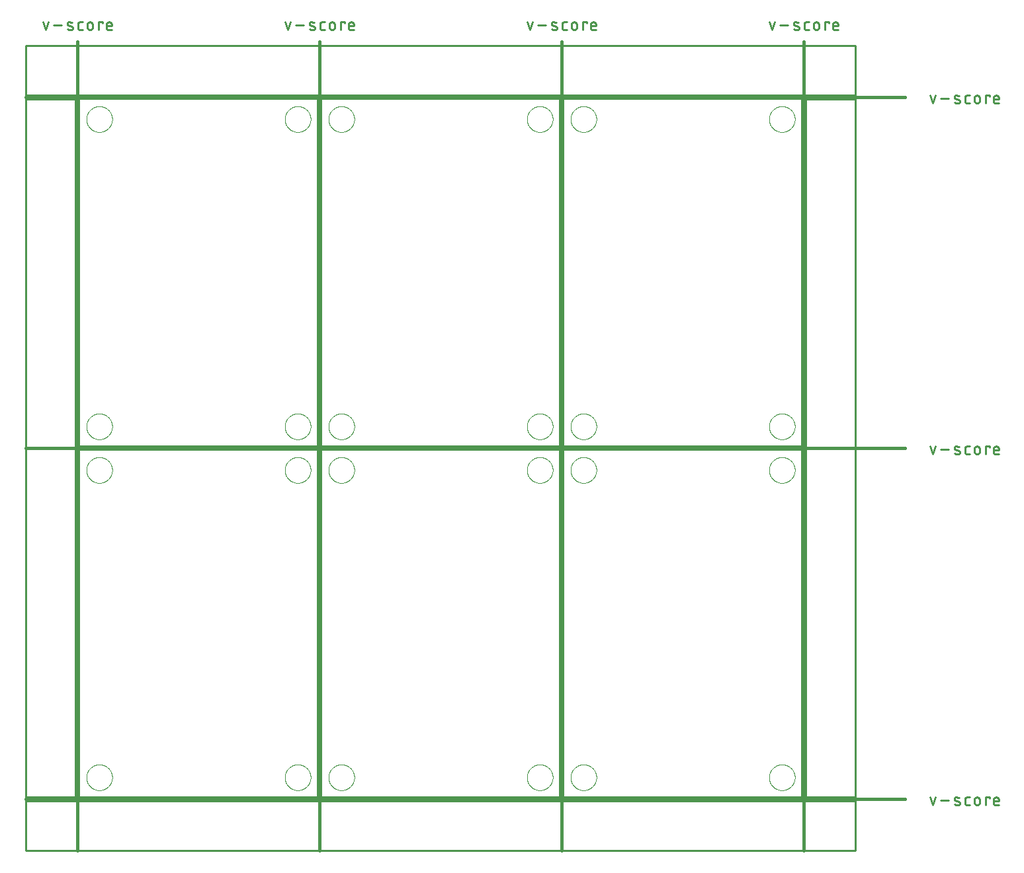
<source format=gko>
G04 EAGLE Gerber RS-274X export*
G75*
%MOMM*%
%FSLAX34Y34*%
%LPD*%
%IN*%
%IPPOS*%
%AMOC8*
5,1,8,0,0,1.08239X$1,22.5*%
G01*
%ADD10C,0.203200*%
%ADD11C,0.381000*%
%ADD12C,0.279400*%
%ADD13C,0.254000*%
%ADD14C,0.000000*%


D10*
X0Y0D02*
X304600Y0D01*
X304800Y444500D01*
X0Y444500D01*
X0Y0D01*
X309880Y0D02*
X614480Y0D01*
X614680Y444500D01*
X309880Y444500D01*
X309880Y0D01*
X619760Y0D02*
X924360Y0D01*
X924560Y444500D01*
X619760Y444500D01*
X619760Y0D01*
X304600Y449580D02*
X0Y449580D01*
X304600Y449580D02*
X304800Y894080D01*
X0Y894080D01*
X0Y449580D01*
X309880Y449580D02*
X614480Y449580D01*
X614680Y894080D01*
X309880Y894080D01*
X309880Y449580D01*
X619760Y449580D02*
X924360Y449580D01*
X924560Y894080D01*
X619760Y894080D01*
X619760Y449580D01*
D11*
X-2540Y-68580D02*
X-2540Y967740D01*
D12*
X-42921Y983107D02*
X-46251Y993098D01*
X-39590Y993098D02*
X-42921Y983107D01*
X-32806Y988935D02*
X-22815Y988935D01*
X-14261Y988935D02*
X-10098Y987270D01*
X-14261Y988934D02*
X-14346Y988970D01*
X-14429Y989010D01*
X-14510Y989053D01*
X-14590Y989100D01*
X-14667Y989150D01*
X-14743Y989203D01*
X-14816Y989259D01*
X-14886Y989319D01*
X-14954Y989381D01*
X-15019Y989446D01*
X-15081Y989514D01*
X-15141Y989585D01*
X-15197Y989658D01*
X-15250Y989733D01*
X-15300Y989811D01*
X-15346Y989890D01*
X-15389Y989972D01*
X-15429Y990055D01*
X-15465Y990140D01*
X-15497Y990226D01*
X-15526Y990314D01*
X-15550Y990403D01*
X-15571Y990493D01*
X-15588Y990583D01*
X-15602Y990674D01*
X-15611Y990766D01*
X-15616Y990858D01*
X-15618Y990950D01*
X-15616Y991042D01*
X-15609Y991134D01*
X-15599Y991226D01*
X-15585Y991317D01*
X-15567Y991408D01*
X-15545Y991497D01*
X-15519Y991586D01*
X-15489Y991673D01*
X-15456Y991759D01*
X-15419Y991843D01*
X-15379Y991926D01*
X-15335Y992007D01*
X-15288Y992086D01*
X-15237Y992163D01*
X-15183Y992238D01*
X-15126Y992311D01*
X-15066Y992381D01*
X-15003Y992448D01*
X-14937Y992512D01*
X-14869Y992574D01*
X-14798Y992633D01*
X-14724Y992688D01*
X-14648Y992741D01*
X-14570Y992790D01*
X-14490Y992836D01*
X-14409Y992878D01*
X-14325Y992917D01*
X-14240Y992952D01*
X-14153Y992983D01*
X-14065Y993011D01*
X-13976Y993035D01*
X-13886Y993055D01*
X-13796Y993072D01*
X-13704Y993084D01*
X-13612Y993093D01*
X-13520Y993097D01*
X-13428Y993098D01*
X-13201Y993092D01*
X-12974Y993081D01*
X-12747Y993064D01*
X-12521Y993041D01*
X-12295Y993014D01*
X-12070Y992980D01*
X-11846Y992942D01*
X-11623Y992898D01*
X-11401Y992849D01*
X-11180Y992794D01*
X-10961Y992734D01*
X-10743Y992669D01*
X-10527Y992598D01*
X-10313Y992523D01*
X-10100Y992442D01*
X-9890Y992356D01*
X-9681Y992265D01*
X-10098Y987270D02*
X-10013Y987234D01*
X-9930Y987194D01*
X-9849Y987151D01*
X-9769Y987104D01*
X-9692Y987054D01*
X-9616Y987001D01*
X-9543Y986945D01*
X-9473Y986885D01*
X-9405Y986823D01*
X-9340Y986758D01*
X-9278Y986690D01*
X-9218Y986619D01*
X-9162Y986546D01*
X-9109Y986471D01*
X-9059Y986393D01*
X-9013Y986314D01*
X-8970Y986232D01*
X-8930Y986149D01*
X-8894Y986064D01*
X-8862Y985978D01*
X-8833Y985890D01*
X-8809Y985801D01*
X-8788Y985711D01*
X-8771Y985621D01*
X-8757Y985530D01*
X-8748Y985438D01*
X-8743Y985346D01*
X-8741Y985254D01*
X-8743Y985162D01*
X-8750Y985070D01*
X-8760Y984978D01*
X-8774Y984887D01*
X-8792Y984796D01*
X-8814Y984707D01*
X-8840Y984618D01*
X-8870Y984531D01*
X-8903Y984445D01*
X-8940Y984361D01*
X-8980Y984278D01*
X-9024Y984197D01*
X-9071Y984118D01*
X-9122Y984041D01*
X-9176Y983966D01*
X-9233Y983893D01*
X-9293Y983823D01*
X-9356Y983756D01*
X-9422Y983692D01*
X-9490Y983630D01*
X-9561Y983571D01*
X-9635Y983516D01*
X-9711Y983463D01*
X-9789Y983414D01*
X-9869Y983368D01*
X-9950Y983326D01*
X-10034Y983287D01*
X-10119Y983252D01*
X-10206Y983221D01*
X-10294Y983193D01*
X-10383Y983169D01*
X-10473Y983149D01*
X-10563Y983132D01*
X-10655Y983120D01*
X-10747Y983111D01*
X-10839Y983107D01*
X-10931Y983106D01*
X-10931Y983107D02*
X-11265Y983116D01*
X-11598Y983133D01*
X-11931Y983157D01*
X-12264Y983190D01*
X-12595Y983230D01*
X-12926Y983278D01*
X-13255Y983334D01*
X-13583Y983397D01*
X-13909Y983469D01*
X-14233Y983548D01*
X-14556Y983634D01*
X-14876Y983729D01*
X-15194Y983831D01*
X-15510Y983940D01*
X562Y983107D02*
X3892Y983107D01*
X562Y983107D02*
X464Y983109D01*
X366Y983115D01*
X268Y983124D01*
X171Y983138D01*
X75Y983155D01*
X-21Y983176D01*
X-116Y983201D01*
X-210Y983229D01*
X-303Y983261D01*
X-394Y983297D01*
X-484Y983336D01*
X-572Y983379D01*
X-659Y983426D01*
X-743Y983475D01*
X-826Y983528D01*
X-906Y983584D01*
X-985Y983643D01*
X-1060Y983706D01*
X-1134Y983771D01*
X-1204Y983839D01*
X-1272Y983909D01*
X-1338Y983983D01*
X-1400Y984059D01*
X-1459Y984137D01*
X-1515Y984217D01*
X-1568Y984300D01*
X-1618Y984384D01*
X-1664Y984471D01*
X-1707Y984559D01*
X-1746Y984649D01*
X-1782Y984740D01*
X-1814Y984833D01*
X-1842Y984927D01*
X-1867Y985022D01*
X-1888Y985118D01*
X-1905Y985214D01*
X-1919Y985311D01*
X-1928Y985409D01*
X-1934Y985507D01*
X-1936Y985605D01*
X-1936Y990600D01*
X-1934Y990698D01*
X-1928Y990796D01*
X-1919Y990894D01*
X-1905Y990991D01*
X-1888Y991087D01*
X-1867Y991183D01*
X-1842Y991278D01*
X-1814Y991372D01*
X-1782Y991465D01*
X-1746Y991556D01*
X-1707Y991646D01*
X-1664Y991734D01*
X-1617Y991821D01*
X-1568Y991905D01*
X-1515Y991988D01*
X-1459Y992068D01*
X-1400Y992146D01*
X-1337Y992222D01*
X-1272Y992296D01*
X-1204Y992366D01*
X-1134Y992434D01*
X-1060Y992499D01*
X-984Y992562D01*
X-906Y992621D01*
X-826Y992677D01*
X-743Y992730D01*
X-659Y992779D01*
X-572Y992826D01*
X-484Y992869D01*
X-394Y992908D01*
X-303Y992944D01*
X-210Y992976D01*
X-116Y993004D01*
X-21Y993029D01*
X75Y993050D01*
X171Y993067D01*
X268Y993081D01*
X366Y993090D01*
X464Y993096D01*
X562Y993098D01*
X3892Y993098D01*
X10022Y989767D02*
X10022Y986437D01*
X10022Y989767D02*
X10024Y989881D01*
X10030Y989994D01*
X10039Y990108D01*
X10053Y990220D01*
X10070Y990333D01*
X10092Y990445D01*
X10117Y990555D01*
X10145Y990665D01*
X10178Y990774D01*
X10214Y990882D01*
X10254Y990989D01*
X10298Y991094D01*
X10345Y991197D01*
X10395Y991299D01*
X10449Y991399D01*
X10507Y991497D01*
X10568Y991593D01*
X10631Y991687D01*
X10699Y991779D01*
X10769Y991869D01*
X10842Y991955D01*
X10918Y992040D01*
X10997Y992122D01*
X11079Y992201D01*
X11164Y992277D01*
X11250Y992350D01*
X11340Y992420D01*
X11432Y992488D01*
X11526Y992551D01*
X11622Y992612D01*
X11720Y992670D01*
X11820Y992724D01*
X11922Y992774D01*
X12025Y992821D01*
X12130Y992865D01*
X12237Y992905D01*
X12345Y992941D01*
X12454Y992974D01*
X12564Y993002D01*
X12674Y993027D01*
X12786Y993049D01*
X12899Y993066D01*
X13011Y993080D01*
X13125Y993089D01*
X13238Y993095D01*
X13352Y993097D01*
X13466Y993095D01*
X13579Y993089D01*
X13693Y993080D01*
X13805Y993066D01*
X13918Y993049D01*
X14030Y993027D01*
X14140Y993002D01*
X14250Y992974D01*
X14359Y992941D01*
X14467Y992905D01*
X14574Y992865D01*
X14679Y992821D01*
X14782Y992774D01*
X14884Y992724D01*
X14984Y992670D01*
X15082Y992612D01*
X15178Y992551D01*
X15272Y992488D01*
X15364Y992420D01*
X15454Y992350D01*
X15540Y992277D01*
X15625Y992201D01*
X15707Y992122D01*
X15786Y992040D01*
X15862Y991955D01*
X15935Y991869D01*
X16005Y991779D01*
X16073Y991687D01*
X16136Y991593D01*
X16197Y991497D01*
X16255Y991399D01*
X16309Y991299D01*
X16359Y991197D01*
X16406Y991094D01*
X16450Y990989D01*
X16490Y990882D01*
X16526Y990774D01*
X16559Y990665D01*
X16587Y990555D01*
X16612Y990445D01*
X16634Y990333D01*
X16651Y990220D01*
X16665Y990108D01*
X16674Y989994D01*
X16680Y989881D01*
X16682Y989767D01*
X16682Y986437D01*
X16680Y986323D01*
X16674Y986210D01*
X16665Y986096D01*
X16651Y985984D01*
X16634Y985871D01*
X16612Y985759D01*
X16587Y985649D01*
X16559Y985539D01*
X16526Y985430D01*
X16490Y985322D01*
X16450Y985215D01*
X16406Y985110D01*
X16359Y985007D01*
X16309Y984905D01*
X16255Y984805D01*
X16197Y984707D01*
X16136Y984611D01*
X16073Y984517D01*
X16005Y984425D01*
X15935Y984335D01*
X15862Y984249D01*
X15786Y984164D01*
X15707Y984082D01*
X15625Y984003D01*
X15540Y983927D01*
X15454Y983854D01*
X15364Y983784D01*
X15272Y983716D01*
X15178Y983653D01*
X15082Y983592D01*
X14984Y983534D01*
X14884Y983480D01*
X14782Y983430D01*
X14679Y983383D01*
X14574Y983339D01*
X14467Y983299D01*
X14359Y983263D01*
X14250Y983230D01*
X14140Y983202D01*
X14030Y983177D01*
X13918Y983155D01*
X13805Y983138D01*
X13693Y983124D01*
X13579Y983115D01*
X13466Y983109D01*
X13352Y983107D01*
X13238Y983109D01*
X13125Y983115D01*
X13011Y983124D01*
X12899Y983138D01*
X12786Y983155D01*
X12674Y983177D01*
X12564Y983202D01*
X12454Y983230D01*
X12345Y983263D01*
X12237Y983299D01*
X12130Y983339D01*
X12025Y983383D01*
X11922Y983430D01*
X11820Y983480D01*
X11720Y983534D01*
X11622Y983592D01*
X11526Y983653D01*
X11432Y983716D01*
X11340Y983784D01*
X11250Y983854D01*
X11164Y983927D01*
X11079Y984003D01*
X10997Y984082D01*
X10918Y984164D01*
X10842Y984249D01*
X10769Y984335D01*
X10699Y984425D01*
X10631Y984517D01*
X10568Y984611D01*
X10507Y984707D01*
X10449Y984805D01*
X10395Y984905D01*
X10345Y985007D01*
X10298Y985110D01*
X10254Y985215D01*
X10214Y985322D01*
X10178Y985430D01*
X10145Y985539D01*
X10117Y985649D01*
X10092Y985759D01*
X10070Y985871D01*
X10053Y985984D01*
X10039Y986096D01*
X10030Y986210D01*
X10024Y986323D01*
X10022Y986437D01*
X24218Y983107D02*
X24218Y993098D01*
X29213Y993098D01*
X29213Y991433D01*
X37008Y983107D02*
X41171Y983107D01*
X37008Y983107D02*
X36910Y983109D01*
X36812Y983115D01*
X36714Y983124D01*
X36617Y983138D01*
X36521Y983155D01*
X36425Y983176D01*
X36330Y983201D01*
X36236Y983229D01*
X36143Y983261D01*
X36052Y983297D01*
X35962Y983336D01*
X35874Y983379D01*
X35787Y983426D01*
X35703Y983475D01*
X35620Y983528D01*
X35540Y983584D01*
X35462Y983643D01*
X35386Y983706D01*
X35312Y983771D01*
X35242Y983839D01*
X35174Y983909D01*
X35109Y983983D01*
X35046Y984059D01*
X34987Y984137D01*
X34931Y984217D01*
X34878Y984300D01*
X34829Y984384D01*
X34782Y984471D01*
X34739Y984559D01*
X34700Y984649D01*
X34664Y984740D01*
X34632Y984833D01*
X34604Y984927D01*
X34579Y985022D01*
X34558Y985118D01*
X34541Y985214D01*
X34527Y985311D01*
X34518Y985409D01*
X34512Y985507D01*
X34510Y985605D01*
X34510Y989767D01*
X34511Y989767D02*
X34513Y989881D01*
X34519Y989994D01*
X34528Y990108D01*
X34542Y990220D01*
X34559Y990333D01*
X34581Y990445D01*
X34606Y990555D01*
X34634Y990665D01*
X34667Y990774D01*
X34703Y990882D01*
X34743Y990989D01*
X34787Y991094D01*
X34834Y991197D01*
X34884Y991299D01*
X34938Y991399D01*
X34996Y991497D01*
X35057Y991593D01*
X35120Y991687D01*
X35188Y991779D01*
X35258Y991869D01*
X35331Y991955D01*
X35407Y992040D01*
X35486Y992122D01*
X35568Y992201D01*
X35653Y992277D01*
X35739Y992350D01*
X35829Y992420D01*
X35921Y992488D01*
X36015Y992551D01*
X36111Y992612D01*
X36209Y992670D01*
X36309Y992724D01*
X36411Y992774D01*
X36514Y992821D01*
X36619Y992865D01*
X36726Y992905D01*
X36834Y992941D01*
X36943Y992974D01*
X37053Y993002D01*
X37163Y993027D01*
X37275Y993049D01*
X37388Y993066D01*
X37500Y993080D01*
X37614Y993089D01*
X37727Y993095D01*
X37841Y993097D01*
X37955Y993095D01*
X38068Y993089D01*
X38182Y993080D01*
X38294Y993066D01*
X38407Y993049D01*
X38519Y993027D01*
X38629Y993002D01*
X38739Y992974D01*
X38848Y992941D01*
X38956Y992905D01*
X39063Y992865D01*
X39168Y992821D01*
X39271Y992774D01*
X39373Y992724D01*
X39473Y992670D01*
X39571Y992612D01*
X39667Y992551D01*
X39761Y992488D01*
X39853Y992420D01*
X39943Y992350D01*
X40029Y992277D01*
X40114Y992201D01*
X40196Y992122D01*
X40275Y992040D01*
X40351Y991955D01*
X40424Y991869D01*
X40494Y991779D01*
X40562Y991687D01*
X40625Y991593D01*
X40686Y991497D01*
X40744Y991399D01*
X40798Y991299D01*
X40848Y991197D01*
X40895Y991094D01*
X40939Y990989D01*
X40979Y990882D01*
X41015Y990774D01*
X41048Y990665D01*
X41076Y990555D01*
X41101Y990445D01*
X41123Y990333D01*
X41140Y990220D01*
X41154Y990108D01*
X41163Y989994D01*
X41169Y989881D01*
X41171Y989767D01*
X41171Y988102D01*
X34510Y988102D01*
D11*
X307340Y967740D02*
X307340Y-68580D01*
D12*
X266959Y983107D02*
X263629Y993098D01*
X270290Y993098D02*
X266959Y983107D01*
X277074Y988935D02*
X287065Y988935D01*
X295619Y988935D02*
X299782Y987270D01*
X295619Y988934D02*
X295534Y988970D01*
X295451Y989010D01*
X295370Y989053D01*
X295290Y989100D01*
X295213Y989150D01*
X295137Y989203D01*
X295064Y989259D01*
X294994Y989319D01*
X294926Y989381D01*
X294861Y989446D01*
X294799Y989514D01*
X294739Y989585D01*
X294683Y989658D01*
X294630Y989733D01*
X294580Y989811D01*
X294534Y989890D01*
X294491Y989972D01*
X294451Y990055D01*
X294415Y990140D01*
X294383Y990226D01*
X294354Y990314D01*
X294330Y990403D01*
X294309Y990493D01*
X294292Y990583D01*
X294278Y990674D01*
X294269Y990766D01*
X294264Y990858D01*
X294262Y990950D01*
X294264Y991042D01*
X294271Y991134D01*
X294281Y991226D01*
X294295Y991317D01*
X294313Y991408D01*
X294335Y991497D01*
X294361Y991586D01*
X294391Y991673D01*
X294424Y991759D01*
X294461Y991843D01*
X294501Y991926D01*
X294545Y992007D01*
X294592Y992086D01*
X294643Y992163D01*
X294697Y992238D01*
X294754Y992311D01*
X294814Y992381D01*
X294877Y992448D01*
X294943Y992512D01*
X295011Y992574D01*
X295082Y992633D01*
X295156Y992688D01*
X295232Y992741D01*
X295310Y992790D01*
X295390Y992836D01*
X295471Y992878D01*
X295555Y992917D01*
X295640Y992952D01*
X295727Y992983D01*
X295815Y993011D01*
X295904Y993035D01*
X295994Y993055D01*
X296084Y993072D01*
X296176Y993084D01*
X296268Y993093D01*
X296360Y993097D01*
X296452Y993098D01*
X296679Y993092D01*
X296906Y993081D01*
X297133Y993064D01*
X297359Y993041D01*
X297585Y993014D01*
X297810Y992980D01*
X298034Y992942D01*
X298257Y992898D01*
X298479Y992849D01*
X298700Y992794D01*
X298919Y992734D01*
X299137Y992669D01*
X299353Y992598D01*
X299567Y992523D01*
X299780Y992442D01*
X299990Y992356D01*
X300199Y992265D01*
X299782Y987270D02*
X299867Y987234D01*
X299950Y987194D01*
X300031Y987151D01*
X300111Y987104D01*
X300188Y987054D01*
X300264Y987001D01*
X300337Y986945D01*
X300407Y986885D01*
X300475Y986823D01*
X300540Y986758D01*
X300602Y986690D01*
X300662Y986619D01*
X300718Y986546D01*
X300771Y986471D01*
X300821Y986393D01*
X300867Y986314D01*
X300910Y986232D01*
X300950Y986149D01*
X300986Y986064D01*
X301018Y985978D01*
X301047Y985890D01*
X301071Y985801D01*
X301092Y985711D01*
X301109Y985621D01*
X301123Y985530D01*
X301132Y985438D01*
X301137Y985346D01*
X301139Y985254D01*
X301137Y985162D01*
X301130Y985070D01*
X301120Y984978D01*
X301106Y984887D01*
X301088Y984796D01*
X301066Y984707D01*
X301040Y984618D01*
X301010Y984531D01*
X300977Y984445D01*
X300940Y984361D01*
X300900Y984278D01*
X300856Y984197D01*
X300809Y984118D01*
X300758Y984041D01*
X300704Y983966D01*
X300647Y983893D01*
X300587Y983823D01*
X300524Y983756D01*
X300458Y983692D01*
X300390Y983630D01*
X300319Y983571D01*
X300245Y983516D01*
X300169Y983463D01*
X300091Y983414D01*
X300011Y983368D01*
X299930Y983326D01*
X299846Y983287D01*
X299761Y983252D01*
X299674Y983221D01*
X299586Y983193D01*
X299497Y983169D01*
X299407Y983149D01*
X299317Y983132D01*
X299225Y983120D01*
X299133Y983111D01*
X299041Y983107D01*
X298949Y983106D01*
X298949Y983107D02*
X298615Y983116D01*
X298282Y983133D01*
X297949Y983157D01*
X297616Y983190D01*
X297285Y983230D01*
X296954Y983278D01*
X296625Y983334D01*
X296297Y983397D01*
X295971Y983469D01*
X295647Y983548D01*
X295324Y983634D01*
X295004Y983729D01*
X294686Y983831D01*
X294370Y983940D01*
X310442Y983107D02*
X313772Y983107D01*
X310442Y983107D02*
X310344Y983109D01*
X310246Y983115D01*
X310148Y983124D01*
X310051Y983138D01*
X309955Y983155D01*
X309859Y983176D01*
X309764Y983201D01*
X309670Y983229D01*
X309577Y983261D01*
X309486Y983297D01*
X309396Y983336D01*
X309308Y983379D01*
X309221Y983426D01*
X309137Y983475D01*
X309054Y983528D01*
X308974Y983584D01*
X308896Y983643D01*
X308820Y983706D01*
X308746Y983771D01*
X308676Y983839D01*
X308608Y983909D01*
X308543Y983983D01*
X308480Y984059D01*
X308421Y984137D01*
X308365Y984217D01*
X308312Y984300D01*
X308263Y984384D01*
X308216Y984471D01*
X308173Y984559D01*
X308134Y984649D01*
X308098Y984740D01*
X308066Y984833D01*
X308038Y984927D01*
X308013Y985022D01*
X307992Y985118D01*
X307975Y985214D01*
X307961Y985311D01*
X307952Y985409D01*
X307946Y985507D01*
X307944Y985605D01*
X307944Y990600D01*
X307946Y990698D01*
X307952Y990796D01*
X307961Y990894D01*
X307975Y990991D01*
X307992Y991087D01*
X308013Y991183D01*
X308038Y991278D01*
X308066Y991372D01*
X308098Y991465D01*
X308134Y991556D01*
X308173Y991646D01*
X308216Y991734D01*
X308263Y991821D01*
X308312Y991905D01*
X308365Y991988D01*
X308421Y992068D01*
X308480Y992147D01*
X308543Y992222D01*
X308608Y992296D01*
X308676Y992366D01*
X308746Y992434D01*
X308820Y992500D01*
X308896Y992562D01*
X308974Y992621D01*
X309054Y992677D01*
X309137Y992730D01*
X309221Y992780D01*
X309308Y992826D01*
X309396Y992869D01*
X309486Y992908D01*
X309577Y992944D01*
X309670Y992976D01*
X309764Y993004D01*
X309859Y993029D01*
X309955Y993050D01*
X310051Y993067D01*
X310148Y993081D01*
X310246Y993090D01*
X310344Y993096D01*
X310442Y993098D01*
X313772Y993098D01*
X319902Y989767D02*
X319902Y986437D01*
X319902Y989767D02*
X319904Y989881D01*
X319910Y989994D01*
X319919Y990108D01*
X319933Y990220D01*
X319950Y990333D01*
X319972Y990445D01*
X319997Y990555D01*
X320025Y990665D01*
X320058Y990774D01*
X320094Y990882D01*
X320134Y990989D01*
X320178Y991094D01*
X320225Y991197D01*
X320275Y991299D01*
X320329Y991399D01*
X320387Y991497D01*
X320448Y991593D01*
X320511Y991687D01*
X320579Y991779D01*
X320649Y991869D01*
X320722Y991955D01*
X320798Y992040D01*
X320877Y992122D01*
X320959Y992201D01*
X321044Y992277D01*
X321130Y992350D01*
X321220Y992420D01*
X321312Y992488D01*
X321406Y992551D01*
X321502Y992612D01*
X321600Y992670D01*
X321700Y992724D01*
X321802Y992774D01*
X321905Y992821D01*
X322010Y992865D01*
X322117Y992905D01*
X322225Y992941D01*
X322334Y992974D01*
X322444Y993002D01*
X322554Y993027D01*
X322666Y993049D01*
X322779Y993066D01*
X322891Y993080D01*
X323005Y993089D01*
X323118Y993095D01*
X323232Y993097D01*
X323346Y993095D01*
X323459Y993089D01*
X323573Y993080D01*
X323685Y993066D01*
X323798Y993049D01*
X323910Y993027D01*
X324020Y993002D01*
X324130Y992974D01*
X324239Y992941D01*
X324347Y992905D01*
X324454Y992865D01*
X324559Y992821D01*
X324662Y992774D01*
X324764Y992724D01*
X324864Y992670D01*
X324962Y992612D01*
X325058Y992551D01*
X325152Y992488D01*
X325244Y992420D01*
X325334Y992350D01*
X325420Y992277D01*
X325505Y992201D01*
X325587Y992122D01*
X325666Y992040D01*
X325742Y991955D01*
X325815Y991869D01*
X325885Y991779D01*
X325953Y991687D01*
X326016Y991593D01*
X326077Y991497D01*
X326135Y991399D01*
X326189Y991299D01*
X326239Y991197D01*
X326286Y991094D01*
X326330Y990989D01*
X326370Y990882D01*
X326406Y990774D01*
X326439Y990665D01*
X326467Y990555D01*
X326492Y990445D01*
X326514Y990333D01*
X326531Y990220D01*
X326545Y990108D01*
X326554Y989994D01*
X326560Y989881D01*
X326562Y989767D01*
X326562Y986437D01*
X326560Y986323D01*
X326554Y986210D01*
X326545Y986096D01*
X326531Y985984D01*
X326514Y985871D01*
X326492Y985759D01*
X326467Y985649D01*
X326439Y985539D01*
X326406Y985430D01*
X326370Y985322D01*
X326330Y985215D01*
X326286Y985110D01*
X326239Y985007D01*
X326189Y984905D01*
X326135Y984805D01*
X326077Y984707D01*
X326016Y984611D01*
X325953Y984517D01*
X325885Y984425D01*
X325815Y984335D01*
X325742Y984249D01*
X325666Y984164D01*
X325587Y984082D01*
X325505Y984003D01*
X325420Y983927D01*
X325334Y983854D01*
X325244Y983784D01*
X325152Y983716D01*
X325058Y983653D01*
X324962Y983592D01*
X324864Y983534D01*
X324764Y983480D01*
X324662Y983430D01*
X324559Y983383D01*
X324454Y983339D01*
X324347Y983299D01*
X324239Y983263D01*
X324130Y983230D01*
X324020Y983202D01*
X323910Y983177D01*
X323798Y983155D01*
X323685Y983138D01*
X323573Y983124D01*
X323459Y983115D01*
X323346Y983109D01*
X323232Y983107D01*
X323118Y983109D01*
X323005Y983115D01*
X322891Y983124D01*
X322779Y983138D01*
X322666Y983155D01*
X322554Y983177D01*
X322444Y983202D01*
X322334Y983230D01*
X322225Y983263D01*
X322117Y983299D01*
X322010Y983339D01*
X321905Y983383D01*
X321802Y983430D01*
X321700Y983480D01*
X321600Y983534D01*
X321502Y983592D01*
X321406Y983653D01*
X321312Y983716D01*
X321220Y983784D01*
X321130Y983854D01*
X321044Y983927D01*
X320959Y984003D01*
X320877Y984082D01*
X320798Y984164D01*
X320722Y984249D01*
X320649Y984335D01*
X320579Y984425D01*
X320511Y984517D01*
X320448Y984611D01*
X320387Y984707D01*
X320329Y984805D01*
X320275Y984905D01*
X320225Y985007D01*
X320178Y985110D01*
X320134Y985215D01*
X320094Y985322D01*
X320058Y985430D01*
X320025Y985539D01*
X319997Y985649D01*
X319972Y985759D01*
X319950Y985871D01*
X319933Y985984D01*
X319919Y986096D01*
X319910Y986210D01*
X319904Y986323D01*
X319902Y986437D01*
X334098Y983107D02*
X334098Y993098D01*
X339093Y993098D01*
X339093Y991433D01*
X346888Y983107D02*
X351051Y983107D01*
X346888Y983107D02*
X346790Y983109D01*
X346692Y983115D01*
X346594Y983124D01*
X346497Y983138D01*
X346401Y983155D01*
X346305Y983176D01*
X346210Y983201D01*
X346116Y983229D01*
X346023Y983261D01*
X345932Y983297D01*
X345842Y983336D01*
X345754Y983379D01*
X345667Y983426D01*
X345583Y983475D01*
X345500Y983528D01*
X345420Y983584D01*
X345342Y983643D01*
X345266Y983706D01*
X345192Y983771D01*
X345122Y983839D01*
X345054Y983909D01*
X344989Y983983D01*
X344926Y984059D01*
X344867Y984137D01*
X344811Y984217D01*
X344758Y984300D01*
X344709Y984384D01*
X344662Y984471D01*
X344619Y984559D01*
X344580Y984649D01*
X344544Y984740D01*
X344512Y984833D01*
X344484Y984927D01*
X344459Y985022D01*
X344438Y985118D01*
X344421Y985214D01*
X344407Y985311D01*
X344398Y985409D01*
X344392Y985507D01*
X344390Y985605D01*
X344390Y989767D01*
X344391Y989767D02*
X344393Y989881D01*
X344399Y989994D01*
X344408Y990108D01*
X344422Y990220D01*
X344439Y990333D01*
X344461Y990445D01*
X344486Y990555D01*
X344514Y990665D01*
X344547Y990774D01*
X344583Y990882D01*
X344623Y990989D01*
X344667Y991094D01*
X344714Y991197D01*
X344764Y991299D01*
X344818Y991399D01*
X344876Y991497D01*
X344937Y991593D01*
X345000Y991687D01*
X345068Y991779D01*
X345138Y991869D01*
X345211Y991955D01*
X345287Y992040D01*
X345366Y992122D01*
X345448Y992201D01*
X345533Y992277D01*
X345619Y992350D01*
X345709Y992420D01*
X345801Y992488D01*
X345895Y992551D01*
X345991Y992612D01*
X346089Y992670D01*
X346189Y992724D01*
X346291Y992774D01*
X346394Y992821D01*
X346499Y992865D01*
X346606Y992905D01*
X346714Y992941D01*
X346823Y992974D01*
X346933Y993002D01*
X347043Y993027D01*
X347155Y993049D01*
X347268Y993066D01*
X347380Y993080D01*
X347494Y993089D01*
X347607Y993095D01*
X347721Y993097D01*
X347835Y993095D01*
X347948Y993089D01*
X348062Y993080D01*
X348174Y993066D01*
X348287Y993049D01*
X348399Y993027D01*
X348509Y993002D01*
X348619Y992974D01*
X348728Y992941D01*
X348836Y992905D01*
X348943Y992865D01*
X349048Y992821D01*
X349151Y992774D01*
X349253Y992724D01*
X349353Y992670D01*
X349451Y992612D01*
X349547Y992551D01*
X349641Y992488D01*
X349733Y992420D01*
X349823Y992350D01*
X349909Y992277D01*
X349994Y992201D01*
X350076Y992122D01*
X350155Y992040D01*
X350231Y991955D01*
X350304Y991869D01*
X350374Y991779D01*
X350442Y991687D01*
X350505Y991593D01*
X350566Y991497D01*
X350624Y991399D01*
X350678Y991299D01*
X350728Y991197D01*
X350775Y991094D01*
X350819Y990989D01*
X350859Y990882D01*
X350895Y990774D01*
X350928Y990665D01*
X350956Y990555D01*
X350981Y990445D01*
X351003Y990333D01*
X351020Y990220D01*
X351034Y990108D01*
X351043Y989994D01*
X351049Y989881D01*
X351051Y989767D01*
X351051Y988102D01*
X344390Y988102D01*
D11*
X617220Y967740D02*
X617220Y-68580D01*
D12*
X576839Y983107D02*
X573509Y993098D01*
X580170Y993098D02*
X576839Y983107D01*
X586954Y988935D02*
X596945Y988935D01*
X605499Y988935D02*
X609662Y987270D01*
X605499Y988934D02*
X605414Y988970D01*
X605331Y989010D01*
X605250Y989053D01*
X605170Y989100D01*
X605093Y989150D01*
X605017Y989203D01*
X604944Y989259D01*
X604874Y989319D01*
X604806Y989381D01*
X604741Y989446D01*
X604679Y989514D01*
X604619Y989585D01*
X604563Y989658D01*
X604510Y989733D01*
X604460Y989811D01*
X604414Y989890D01*
X604371Y989972D01*
X604331Y990055D01*
X604295Y990140D01*
X604263Y990226D01*
X604234Y990314D01*
X604210Y990403D01*
X604189Y990493D01*
X604172Y990583D01*
X604158Y990674D01*
X604149Y990766D01*
X604144Y990858D01*
X604142Y990950D01*
X604144Y991042D01*
X604151Y991134D01*
X604161Y991226D01*
X604175Y991317D01*
X604193Y991408D01*
X604215Y991497D01*
X604241Y991586D01*
X604271Y991673D01*
X604304Y991759D01*
X604341Y991843D01*
X604381Y991926D01*
X604425Y992007D01*
X604472Y992086D01*
X604523Y992163D01*
X604577Y992238D01*
X604634Y992311D01*
X604694Y992381D01*
X604757Y992448D01*
X604823Y992512D01*
X604891Y992574D01*
X604962Y992633D01*
X605036Y992688D01*
X605112Y992741D01*
X605190Y992790D01*
X605270Y992836D01*
X605351Y992878D01*
X605435Y992917D01*
X605520Y992952D01*
X605607Y992983D01*
X605695Y993011D01*
X605784Y993035D01*
X605874Y993055D01*
X605964Y993072D01*
X606056Y993084D01*
X606148Y993093D01*
X606240Y993097D01*
X606332Y993098D01*
X606559Y993092D01*
X606786Y993081D01*
X607013Y993064D01*
X607239Y993041D01*
X607465Y993014D01*
X607690Y992980D01*
X607914Y992942D01*
X608137Y992898D01*
X608359Y992849D01*
X608580Y992794D01*
X608799Y992734D01*
X609017Y992669D01*
X609233Y992598D01*
X609447Y992523D01*
X609660Y992442D01*
X609870Y992356D01*
X610079Y992265D01*
X609662Y987270D02*
X609747Y987234D01*
X609830Y987194D01*
X609911Y987151D01*
X609991Y987104D01*
X610068Y987054D01*
X610144Y987001D01*
X610217Y986945D01*
X610287Y986885D01*
X610355Y986823D01*
X610420Y986758D01*
X610482Y986690D01*
X610542Y986619D01*
X610598Y986546D01*
X610651Y986471D01*
X610701Y986393D01*
X610747Y986314D01*
X610790Y986232D01*
X610830Y986149D01*
X610866Y986064D01*
X610898Y985978D01*
X610927Y985890D01*
X610951Y985801D01*
X610972Y985711D01*
X610989Y985621D01*
X611003Y985530D01*
X611012Y985438D01*
X611017Y985346D01*
X611019Y985254D01*
X611017Y985162D01*
X611010Y985070D01*
X611000Y984978D01*
X610986Y984887D01*
X610968Y984796D01*
X610946Y984707D01*
X610920Y984618D01*
X610890Y984531D01*
X610857Y984445D01*
X610820Y984361D01*
X610780Y984278D01*
X610736Y984197D01*
X610689Y984118D01*
X610638Y984041D01*
X610584Y983966D01*
X610527Y983893D01*
X610467Y983823D01*
X610404Y983756D01*
X610338Y983692D01*
X610270Y983630D01*
X610199Y983571D01*
X610125Y983516D01*
X610049Y983463D01*
X609971Y983414D01*
X609891Y983368D01*
X609810Y983326D01*
X609726Y983287D01*
X609641Y983252D01*
X609554Y983221D01*
X609466Y983193D01*
X609377Y983169D01*
X609287Y983149D01*
X609197Y983132D01*
X609105Y983120D01*
X609013Y983111D01*
X608921Y983107D01*
X608829Y983106D01*
X608829Y983107D02*
X608495Y983116D01*
X608162Y983133D01*
X607829Y983157D01*
X607496Y983190D01*
X607165Y983230D01*
X606834Y983278D01*
X606505Y983334D01*
X606177Y983397D01*
X605851Y983469D01*
X605527Y983548D01*
X605204Y983634D01*
X604884Y983729D01*
X604566Y983831D01*
X604250Y983940D01*
X620322Y983107D02*
X623652Y983107D01*
X620322Y983107D02*
X620224Y983109D01*
X620126Y983115D01*
X620028Y983124D01*
X619931Y983138D01*
X619835Y983155D01*
X619739Y983176D01*
X619644Y983201D01*
X619550Y983229D01*
X619457Y983261D01*
X619366Y983297D01*
X619276Y983336D01*
X619188Y983379D01*
X619101Y983426D01*
X619017Y983475D01*
X618934Y983528D01*
X618854Y983584D01*
X618776Y983643D01*
X618700Y983706D01*
X618626Y983771D01*
X618556Y983839D01*
X618488Y983909D01*
X618423Y983983D01*
X618360Y984059D01*
X618301Y984137D01*
X618245Y984217D01*
X618192Y984300D01*
X618143Y984384D01*
X618096Y984471D01*
X618053Y984559D01*
X618014Y984649D01*
X617978Y984740D01*
X617946Y984833D01*
X617918Y984927D01*
X617893Y985022D01*
X617872Y985118D01*
X617855Y985214D01*
X617841Y985311D01*
X617832Y985409D01*
X617826Y985507D01*
X617824Y985605D01*
X617824Y990600D01*
X617826Y990698D01*
X617832Y990796D01*
X617841Y990894D01*
X617855Y990991D01*
X617872Y991087D01*
X617893Y991183D01*
X617918Y991278D01*
X617946Y991372D01*
X617978Y991465D01*
X618014Y991556D01*
X618053Y991646D01*
X618096Y991734D01*
X618143Y991821D01*
X618192Y991905D01*
X618245Y991988D01*
X618301Y992068D01*
X618360Y992147D01*
X618423Y992222D01*
X618488Y992296D01*
X618556Y992366D01*
X618626Y992434D01*
X618700Y992500D01*
X618776Y992562D01*
X618854Y992621D01*
X618934Y992677D01*
X619017Y992730D01*
X619101Y992780D01*
X619188Y992826D01*
X619276Y992869D01*
X619366Y992908D01*
X619457Y992944D01*
X619550Y992976D01*
X619644Y993004D01*
X619739Y993029D01*
X619835Y993050D01*
X619931Y993067D01*
X620028Y993081D01*
X620126Y993090D01*
X620224Y993096D01*
X620322Y993098D01*
X623652Y993098D01*
X629782Y989767D02*
X629782Y986437D01*
X629782Y989767D02*
X629784Y989881D01*
X629790Y989994D01*
X629799Y990108D01*
X629813Y990220D01*
X629830Y990333D01*
X629852Y990445D01*
X629877Y990555D01*
X629905Y990665D01*
X629938Y990774D01*
X629974Y990882D01*
X630014Y990989D01*
X630058Y991094D01*
X630105Y991197D01*
X630155Y991299D01*
X630209Y991399D01*
X630267Y991497D01*
X630328Y991593D01*
X630391Y991687D01*
X630459Y991779D01*
X630529Y991869D01*
X630602Y991955D01*
X630678Y992040D01*
X630757Y992122D01*
X630839Y992201D01*
X630924Y992277D01*
X631010Y992350D01*
X631100Y992420D01*
X631192Y992488D01*
X631286Y992551D01*
X631382Y992612D01*
X631480Y992670D01*
X631580Y992724D01*
X631682Y992774D01*
X631785Y992821D01*
X631890Y992865D01*
X631997Y992905D01*
X632105Y992941D01*
X632214Y992974D01*
X632324Y993002D01*
X632434Y993027D01*
X632546Y993049D01*
X632659Y993066D01*
X632771Y993080D01*
X632885Y993089D01*
X632998Y993095D01*
X633112Y993097D01*
X633226Y993095D01*
X633339Y993089D01*
X633453Y993080D01*
X633565Y993066D01*
X633678Y993049D01*
X633790Y993027D01*
X633900Y993002D01*
X634010Y992974D01*
X634119Y992941D01*
X634227Y992905D01*
X634334Y992865D01*
X634439Y992821D01*
X634542Y992774D01*
X634644Y992724D01*
X634744Y992670D01*
X634842Y992612D01*
X634938Y992551D01*
X635032Y992488D01*
X635124Y992420D01*
X635214Y992350D01*
X635300Y992277D01*
X635385Y992201D01*
X635467Y992122D01*
X635546Y992040D01*
X635622Y991955D01*
X635695Y991869D01*
X635765Y991779D01*
X635833Y991687D01*
X635896Y991593D01*
X635957Y991497D01*
X636015Y991399D01*
X636069Y991299D01*
X636119Y991197D01*
X636166Y991094D01*
X636210Y990989D01*
X636250Y990882D01*
X636286Y990774D01*
X636319Y990665D01*
X636347Y990555D01*
X636372Y990445D01*
X636394Y990333D01*
X636411Y990220D01*
X636425Y990108D01*
X636434Y989994D01*
X636440Y989881D01*
X636442Y989767D01*
X636442Y986437D01*
X636440Y986323D01*
X636434Y986210D01*
X636425Y986096D01*
X636411Y985984D01*
X636394Y985871D01*
X636372Y985759D01*
X636347Y985649D01*
X636319Y985539D01*
X636286Y985430D01*
X636250Y985322D01*
X636210Y985215D01*
X636166Y985110D01*
X636119Y985007D01*
X636069Y984905D01*
X636015Y984805D01*
X635957Y984707D01*
X635896Y984611D01*
X635833Y984517D01*
X635765Y984425D01*
X635695Y984335D01*
X635622Y984249D01*
X635546Y984164D01*
X635467Y984082D01*
X635385Y984003D01*
X635300Y983927D01*
X635214Y983854D01*
X635124Y983784D01*
X635032Y983716D01*
X634938Y983653D01*
X634842Y983592D01*
X634744Y983534D01*
X634644Y983480D01*
X634542Y983430D01*
X634439Y983383D01*
X634334Y983339D01*
X634227Y983299D01*
X634119Y983263D01*
X634010Y983230D01*
X633900Y983202D01*
X633790Y983177D01*
X633678Y983155D01*
X633565Y983138D01*
X633453Y983124D01*
X633339Y983115D01*
X633226Y983109D01*
X633112Y983107D01*
X632998Y983109D01*
X632885Y983115D01*
X632771Y983124D01*
X632659Y983138D01*
X632546Y983155D01*
X632434Y983177D01*
X632324Y983202D01*
X632214Y983230D01*
X632105Y983263D01*
X631997Y983299D01*
X631890Y983339D01*
X631785Y983383D01*
X631682Y983430D01*
X631580Y983480D01*
X631480Y983534D01*
X631382Y983592D01*
X631286Y983653D01*
X631192Y983716D01*
X631100Y983784D01*
X631010Y983854D01*
X630924Y983927D01*
X630839Y984003D01*
X630757Y984082D01*
X630678Y984164D01*
X630602Y984249D01*
X630529Y984335D01*
X630459Y984425D01*
X630391Y984517D01*
X630328Y984611D01*
X630267Y984707D01*
X630209Y984805D01*
X630155Y984905D01*
X630105Y985007D01*
X630058Y985110D01*
X630014Y985215D01*
X629974Y985322D01*
X629938Y985430D01*
X629905Y985539D01*
X629877Y985649D01*
X629852Y985759D01*
X629830Y985871D01*
X629813Y985984D01*
X629799Y986096D01*
X629790Y986210D01*
X629784Y986323D01*
X629782Y986437D01*
X643978Y983107D02*
X643978Y993098D01*
X648973Y993098D01*
X648973Y991433D01*
X656768Y983107D02*
X660931Y983107D01*
X656768Y983107D02*
X656670Y983109D01*
X656572Y983115D01*
X656474Y983124D01*
X656377Y983138D01*
X656281Y983155D01*
X656185Y983176D01*
X656090Y983201D01*
X655996Y983229D01*
X655903Y983261D01*
X655812Y983297D01*
X655722Y983336D01*
X655634Y983379D01*
X655547Y983426D01*
X655463Y983475D01*
X655380Y983528D01*
X655300Y983584D01*
X655222Y983643D01*
X655146Y983706D01*
X655072Y983771D01*
X655002Y983839D01*
X654934Y983909D01*
X654869Y983983D01*
X654806Y984059D01*
X654747Y984137D01*
X654691Y984217D01*
X654638Y984300D01*
X654589Y984384D01*
X654542Y984471D01*
X654499Y984559D01*
X654460Y984649D01*
X654424Y984740D01*
X654392Y984833D01*
X654364Y984927D01*
X654339Y985022D01*
X654318Y985118D01*
X654301Y985214D01*
X654287Y985311D01*
X654278Y985409D01*
X654272Y985507D01*
X654270Y985605D01*
X654270Y989767D01*
X654271Y989767D02*
X654273Y989881D01*
X654279Y989994D01*
X654288Y990108D01*
X654302Y990220D01*
X654319Y990333D01*
X654341Y990445D01*
X654366Y990555D01*
X654394Y990665D01*
X654427Y990774D01*
X654463Y990882D01*
X654503Y990989D01*
X654547Y991094D01*
X654594Y991197D01*
X654644Y991299D01*
X654698Y991399D01*
X654756Y991497D01*
X654817Y991593D01*
X654880Y991687D01*
X654948Y991779D01*
X655018Y991869D01*
X655091Y991955D01*
X655167Y992040D01*
X655246Y992122D01*
X655328Y992201D01*
X655413Y992277D01*
X655499Y992350D01*
X655589Y992420D01*
X655681Y992488D01*
X655775Y992551D01*
X655871Y992612D01*
X655969Y992670D01*
X656069Y992724D01*
X656171Y992774D01*
X656274Y992821D01*
X656379Y992865D01*
X656486Y992905D01*
X656594Y992941D01*
X656703Y992974D01*
X656813Y993002D01*
X656923Y993027D01*
X657035Y993049D01*
X657148Y993066D01*
X657260Y993080D01*
X657374Y993089D01*
X657487Y993095D01*
X657601Y993097D01*
X657715Y993095D01*
X657828Y993089D01*
X657942Y993080D01*
X658054Y993066D01*
X658167Y993049D01*
X658279Y993027D01*
X658389Y993002D01*
X658499Y992974D01*
X658608Y992941D01*
X658716Y992905D01*
X658823Y992865D01*
X658928Y992821D01*
X659031Y992774D01*
X659133Y992724D01*
X659233Y992670D01*
X659331Y992612D01*
X659427Y992551D01*
X659521Y992488D01*
X659613Y992420D01*
X659703Y992350D01*
X659789Y992277D01*
X659874Y992201D01*
X659956Y992122D01*
X660035Y992040D01*
X660111Y991955D01*
X660184Y991869D01*
X660254Y991779D01*
X660322Y991687D01*
X660385Y991593D01*
X660446Y991497D01*
X660504Y991399D01*
X660558Y991299D01*
X660608Y991197D01*
X660655Y991094D01*
X660699Y990989D01*
X660739Y990882D01*
X660775Y990774D01*
X660808Y990665D01*
X660836Y990555D01*
X660861Y990445D01*
X660883Y990333D01*
X660900Y990220D01*
X660914Y990108D01*
X660923Y989994D01*
X660929Y989881D01*
X660931Y989767D01*
X660931Y988102D01*
X654270Y988102D01*
D11*
X927100Y967740D02*
X927100Y-68580D01*
D12*
X886719Y983107D02*
X883389Y993098D01*
X890050Y993098D02*
X886719Y983107D01*
X896834Y988935D02*
X906825Y988935D01*
X915379Y988935D02*
X919542Y987270D01*
X915379Y988934D02*
X915294Y988970D01*
X915211Y989010D01*
X915130Y989053D01*
X915050Y989100D01*
X914973Y989150D01*
X914897Y989203D01*
X914824Y989259D01*
X914754Y989319D01*
X914686Y989381D01*
X914621Y989446D01*
X914559Y989514D01*
X914499Y989585D01*
X914443Y989658D01*
X914390Y989733D01*
X914340Y989811D01*
X914294Y989890D01*
X914251Y989972D01*
X914211Y990055D01*
X914175Y990140D01*
X914143Y990226D01*
X914114Y990314D01*
X914090Y990403D01*
X914069Y990493D01*
X914052Y990583D01*
X914038Y990674D01*
X914029Y990766D01*
X914024Y990858D01*
X914022Y990950D01*
X914024Y991042D01*
X914031Y991134D01*
X914041Y991226D01*
X914055Y991317D01*
X914073Y991408D01*
X914095Y991497D01*
X914121Y991586D01*
X914151Y991673D01*
X914184Y991759D01*
X914221Y991843D01*
X914261Y991926D01*
X914305Y992007D01*
X914352Y992086D01*
X914403Y992163D01*
X914457Y992238D01*
X914514Y992311D01*
X914574Y992381D01*
X914637Y992448D01*
X914703Y992512D01*
X914771Y992574D01*
X914842Y992633D01*
X914916Y992688D01*
X914992Y992741D01*
X915070Y992790D01*
X915150Y992836D01*
X915231Y992878D01*
X915315Y992917D01*
X915400Y992952D01*
X915487Y992983D01*
X915575Y993011D01*
X915664Y993035D01*
X915754Y993055D01*
X915844Y993072D01*
X915936Y993084D01*
X916028Y993093D01*
X916120Y993097D01*
X916212Y993098D01*
X916439Y993092D01*
X916666Y993081D01*
X916893Y993064D01*
X917119Y993041D01*
X917345Y993014D01*
X917570Y992980D01*
X917794Y992942D01*
X918017Y992898D01*
X918239Y992849D01*
X918460Y992794D01*
X918679Y992734D01*
X918897Y992669D01*
X919113Y992598D01*
X919327Y992523D01*
X919540Y992442D01*
X919750Y992356D01*
X919959Y992265D01*
X919542Y987270D02*
X919627Y987234D01*
X919710Y987194D01*
X919791Y987151D01*
X919871Y987104D01*
X919948Y987054D01*
X920024Y987001D01*
X920097Y986945D01*
X920167Y986885D01*
X920235Y986823D01*
X920300Y986758D01*
X920362Y986690D01*
X920422Y986619D01*
X920478Y986546D01*
X920531Y986471D01*
X920581Y986393D01*
X920627Y986314D01*
X920670Y986232D01*
X920710Y986149D01*
X920746Y986064D01*
X920778Y985978D01*
X920807Y985890D01*
X920831Y985801D01*
X920852Y985711D01*
X920869Y985621D01*
X920883Y985530D01*
X920892Y985438D01*
X920897Y985346D01*
X920899Y985254D01*
X920897Y985162D01*
X920890Y985070D01*
X920880Y984978D01*
X920866Y984887D01*
X920848Y984796D01*
X920826Y984707D01*
X920800Y984618D01*
X920770Y984531D01*
X920737Y984445D01*
X920700Y984361D01*
X920660Y984278D01*
X920616Y984197D01*
X920569Y984118D01*
X920518Y984041D01*
X920464Y983966D01*
X920407Y983893D01*
X920347Y983823D01*
X920284Y983756D01*
X920218Y983692D01*
X920150Y983630D01*
X920079Y983571D01*
X920005Y983516D01*
X919929Y983463D01*
X919851Y983414D01*
X919771Y983368D01*
X919690Y983326D01*
X919606Y983287D01*
X919521Y983252D01*
X919434Y983221D01*
X919346Y983193D01*
X919257Y983169D01*
X919167Y983149D01*
X919077Y983132D01*
X918985Y983120D01*
X918893Y983111D01*
X918801Y983107D01*
X918709Y983106D01*
X918709Y983107D02*
X918375Y983116D01*
X918042Y983133D01*
X917709Y983157D01*
X917376Y983190D01*
X917045Y983230D01*
X916714Y983278D01*
X916385Y983334D01*
X916057Y983397D01*
X915731Y983469D01*
X915407Y983548D01*
X915084Y983634D01*
X914764Y983729D01*
X914446Y983831D01*
X914130Y983940D01*
X930202Y983107D02*
X933532Y983107D01*
X930202Y983107D02*
X930104Y983109D01*
X930006Y983115D01*
X929908Y983124D01*
X929811Y983138D01*
X929715Y983155D01*
X929619Y983176D01*
X929524Y983201D01*
X929430Y983229D01*
X929337Y983261D01*
X929246Y983297D01*
X929156Y983336D01*
X929068Y983379D01*
X928981Y983426D01*
X928897Y983475D01*
X928814Y983528D01*
X928734Y983584D01*
X928656Y983643D01*
X928580Y983706D01*
X928506Y983771D01*
X928436Y983839D01*
X928368Y983909D01*
X928303Y983983D01*
X928240Y984059D01*
X928181Y984137D01*
X928125Y984217D01*
X928072Y984300D01*
X928023Y984384D01*
X927976Y984471D01*
X927933Y984559D01*
X927894Y984649D01*
X927858Y984740D01*
X927826Y984833D01*
X927798Y984927D01*
X927773Y985022D01*
X927752Y985118D01*
X927735Y985214D01*
X927721Y985311D01*
X927712Y985409D01*
X927706Y985507D01*
X927704Y985605D01*
X927704Y990600D01*
X927706Y990698D01*
X927712Y990796D01*
X927721Y990894D01*
X927735Y990991D01*
X927752Y991087D01*
X927773Y991183D01*
X927798Y991278D01*
X927826Y991372D01*
X927858Y991465D01*
X927894Y991556D01*
X927933Y991646D01*
X927976Y991734D01*
X928023Y991821D01*
X928072Y991905D01*
X928125Y991988D01*
X928181Y992068D01*
X928240Y992147D01*
X928303Y992222D01*
X928368Y992296D01*
X928436Y992366D01*
X928506Y992434D01*
X928580Y992500D01*
X928656Y992562D01*
X928734Y992621D01*
X928814Y992677D01*
X928897Y992730D01*
X928981Y992780D01*
X929068Y992826D01*
X929156Y992869D01*
X929246Y992908D01*
X929337Y992944D01*
X929430Y992976D01*
X929524Y993004D01*
X929619Y993029D01*
X929715Y993050D01*
X929811Y993067D01*
X929908Y993081D01*
X930006Y993090D01*
X930104Y993096D01*
X930202Y993098D01*
X933532Y993098D01*
X939662Y989767D02*
X939662Y986437D01*
X939662Y989767D02*
X939664Y989881D01*
X939670Y989994D01*
X939679Y990108D01*
X939693Y990220D01*
X939710Y990333D01*
X939732Y990445D01*
X939757Y990555D01*
X939785Y990665D01*
X939818Y990774D01*
X939854Y990882D01*
X939894Y990989D01*
X939938Y991094D01*
X939985Y991197D01*
X940035Y991299D01*
X940089Y991399D01*
X940147Y991497D01*
X940208Y991593D01*
X940271Y991687D01*
X940339Y991779D01*
X940409Y991869D01*
X940482Y991955D01*
X940558Y992040D01*
X940637Y992122D01*
X940719Y992201D01*
X940804Y992277D01*
X940890Y992350D01*
X940980Y992420D01*
X941072Y992488D01*
X941166Y992551D01*
X941262Y992612D01*
X941360Y992670D01*
X941460Y992724D01*
X941562Y992774D01*
X941665Y992821D01*
X941770Y992865D01*
X941877Y992905D01*
X941985Y992941D01*
X942094Y992974D01*
X942204Y993002D01*
X942314Y993027D01*
X942426Y993049D01*
X942539Y993066D01*
X942651Y993080D01*
X942765Y993089D01*
X942878Y993095D01*
X942992Y993097D01*
X943106Y993095D01*
X943219Y993089D01*
X943333Y993080D01*
X943445Y993066D01*
X943558Y993049D01*
X943670Y993027D01*
X943780Y993002D01*
X943890Y992974D01*
X943999Y992941D01*
X944107Y992905D01*
X944214Y992865D01*
X944319Y992821D01*
X944422Y992774D01*
X944524Y992724D01*
X944624Y992670D01*
X944722Y992612D01*
X944818Y992551D01*
X944912Y992488D01*
X945004Y992420D01*
X945094Y992350D01*
X945180Y992277D01*
X945265Y992201D01*
X945347Y992122D01*
X945426Y992040D01*
X945502Y991955D01*
X945575Y991869D01*
X945645Y991779D01*
X945713Y991687D01*
X945776Y991593D01*
X945837Y991497D01*
X945895Y991399D01*
X945949Y991299D01*
X945999Y991197D01*
X946046Y991094D01*
X946090Y990989D01*
X946130Y990882D01*
X946166Y990774D01*
X946199Y990665D01*
X946227Y990555D01*
X946252Y990445D01*
X946274Y990333D01*
X946291Y990220D01*
X946305Y990108D01*
X946314Y989994D01*
X946320Y989881D01*
X946322Y989767D01*
X946322Y986437D01*
X946320Y986323D01*
X946314Y986210D01*
X946305Y986096D01*
X946291Y985984D01*
X946274Y985871D01*
X946252Y985759D01*
X946227Y985649D01*
X946199Y985539D01*
X946166Y985430D01*
X946130Y985322D01*
X946090Y985215D01*
X946046Y985110D01*
X945999Y985007D01*
X945949Y984905D01*
X945895Y984805D01*
X945837Y984707D01*
X945776Y984611D01*
X945713Y984517D01*
X945645Y984425D01*
X945575Y984335D01*
X945502Y984249D01*
X945426Y984164D01*
X945347Y984082D01*
X945265Y984003D01*
X945180Y983927D01*
X945094Y983854D01*
X945004Y983784D01*
X944912Y983716D01*
X944818Y983653D01*
X944722Y983592D01*
X944624Y983534D01*
X944524Y983480D01*
X944422Y983430D01*
X944319Y983383D01*
X944214Y983339D01*
X944107Y983299D01*
X943999Y983263D01*
X943890Y983230D01*
X943780Y983202D01*
X943670Y983177D01*
X943558Y983155D01*
X943445Y983138D01*
X943333Y983124D01*
X943219Y983115D01*
X943106Y983109D01*
X942992Y983107D01*
X942878Y983109D01*
X942765Y983115D01*
X942651Y983124D01*
X942539Y983138D01*
X942426Y983155D01*
X942314Y983177D01*
X942204Y983202D01*
X942094Y983230D01*
X941985Y983263D01*
X941877Y983299D01*
X941770Y983339D01*
X941665Y983383D01*
X941562Y983430D01*
X941460Y983480D01*
X941360Y983534D01*
X941262Y983592D01*
X941166Y983653D01*
X941072Y983716D01*
X940980Y983784D01*
X940890Y983854D01*
X940804Y983927D01*
X940719Y984003D01*
X940637Y984082D01*
X940558Y984164D01*
X940482Y984249D01*
X940409Y984335D01*
X940339Y984425D01*
X940271Y984517D01*
X940208Y984611D01*
X940147Y984707D01*
X940089Y984805D01*
X940035Y984905D01*
X939985Y985007D01*
X939938Y985110D01*
X939894Y985215D01*
X939854Y985322D01*
X939818Y985430D01*
X939785Y985539D01*
X939757Y985649D01*
X939732Y985759D01*
X939710Y985871D01*
X939693Y985984D01*
X939679Y986096D01*
X939670Y986210D01*
X939664Y986323D01*
X939662Y986437D01*
X953858Y983107D02*
X953858Y993098D01*
X958853Y993098D01*
X958853Y991433D01*
X966648Y983107D02*
X970811Y983107D01*
X966648Y983107D02*
X966550Y983109D01*
X966452Y983115D01*
X966354Y983124D01*
X966257Y983138D01*
X966161Y983155D01*
X966065Y983176D01*
X965970Y983201D01*
X965876Y983229D01*
X965783Y983261D01*
X965692Y983297D01*
X965602Y983336D01*
X965514Y983379D01*
X965427Y983426D01*
X965343Y983475D01*
X965260Y983528D01*
X965180Y983584D01*
X965102Y983643D01*
X965026Y983706D01*
X964952Y983771D01*
X964882Y983839D01*
X964814Y983909D01*
X964749Y983983D01*
X964686Y984059D01*
X964627Y984137D01*
X964571Y984217D01*
X964518Y984300D01*
X964469Y984384D01*
X964422Y984471D01*
X964379Y984559D01*
X964340Y984649D01*
X964304Y984740D01*
X964272Y984833D01*
X964244Y984927D01*
X964219Y985022D01*
X964198Y985118D01*
X964181Y985214D01*
X964167Y985311D01*
X964158Y985409D01*
X964152Y985507D01*
X964150Y985605D01*
X964150Y989767D01*
X964151Y989767D02*
X964153Y989881D01*
X964159Y989994D01*
X964168Y990108D01*
X964182Y990220D01*
X964199Y990333D01*
X964221Y990445D01*
X964246Y990555D01*
X964274Y990665D01*
X964307Y990774D01*
X964343Y990882D01*
X964383Y990989D01*
X964427Y991094D01*
X964474Y991197D01*
X964524Y991299D01*
X964578Y991399D01*
X964636Y991497D01*
X964697Y991593D01*
X964760Y991687D01*
X964828Y991779D01*
X964898Y991869D01*
X964971Y991955D01*
X965047Y992040D01*
X965126Y992122D01*
X965208Y992201D01*
X965293Y992277D01*
X965379Y992350D01*
X965469Y992420D01*
X965561Y992488D01*
X965655Y992551D01*
X965751Y992612D01*
X965849Y992670D01*
X965949Y992724D01*
X966051Y992774D01*
X966154Y992821D01*
X966259Y992865D01*
X966366Y992905D01*
X966474Y992941D01*
X966583Y992974D01*
X966693Y993002D01*
X966803Y993027D01*
X966915Y993049D01*
X967028Y993066D01*
X967140Y993080D01*
X967254Y993089D01*
X967367Y993095D01*
X967481Y993097D01*
X967595Y993095D01*
X967708Y993089D01*
X967822Y993080D01*
X967934Y993066D01*
X968047Y993049D01*
X968159Y993027D01*
X968269Y993002D01*
X968379Y992974D01*
X968488Y992941D01*
X968596Y992905D01*
X968703Y992865D01*
X968808Y992821D01*
X968911Y992774D01*
X969013Y992724D01*
X969113Y992670D01*
X969211Y992612D01*
X969307Y992551D01*
X969401Y992488D01*
X969493Y992420D01*
X969583Y992350D01*
X969669Y992277D01*
X969754Y992201D01*
X969836Y992122D01*
X969915Y992040D01*
X969991Y991955D01*
X970064Y991869D01*
X970134Y991779D01*
X970202Y991687D01*
X970265Y991593D01*
X970326Y991497D01*
X970384Y991399D01*
X970438Y991299D01*
X970488Y991197D01*
X970535Y991094D01*
X970579Y990989D01*
X970619Y990882D01*
X970655Y990774D01*
X970688Y990665D01*
X970716Y990555D01*
X970741Y990445D01*
X970763Y990333D01*
X970780Y990220D01*
X970794Y990108D01*
X970803Y989994D01*
X970809Y989881D01*
X970811Y989767D01*
X970811Y988102D01*
X964150Y988102D01*
D11*
X1056640Y-2540D02*
X-68580Y-2540D01*
D12*
X1089129Y-42D02*
X1092459Y-10033D01*
X1095790Y-42D01*
X1102574Y-4205D02*
X1112565Y-4205D01*
X1121119Y-4205D02*
X1125282Y-5870D01*
X1121119Y-4206D02*
X1121034Y-4170D01*
X1120951Y-4130D01*
X1120870Y-4087D01*
X1120790Y-4040D01*
X1120713Y-3990D01*
X1120637Y-3937D01*
X1120564Y-3881D01*
X1120494Y-3821D01*
X1120426Y-3759D01*
X1120361Y-3694D01*
X1120299Y-3626D01*
X1120239Y-3555D01*
X1120183Y-3482D01*
X1120130Y-3407D01*
X1120080Y-3329D01*
X1120034Y-3250D01*
X1119991Y-3168D01*
X1119951Y-3085D01*
X1119915Y-3000D01*
X1119883Y-2914D01*
X1119854Y-2826D01*
X1119830Y-2737D01*
X1119809Y-2647D01*
X1119792Y-2557D01*
X1119778Y-2466D01*
X1119769Y-2374D01*
X1119764Y-2282D01*
X1119762Y-2190D01*
X1119764Y-2098D01*
X1119771Y-2006D01*
X1119781Y-1914D01*
X1119795Y-1823D01*
X1119813Y-1732D01*
X1119835Y-1643D01*
X1119861Y-1554D01*
X1119891Y-1467D01*
X1119924Y-1381D01*
X1119961Y-1297D01*
X1120001Y-1214D01*
X1120045Y-1133D01*
X1120092Y-1054D01*
X1120143Y-977D01*
X1120197Y-902D01*
X1120254Y-829D01*
X1120314Y-759D01*
X1120377Y-692D01*
X1120443Y-628D01*
X1120511Y-566D01*
X1120582Y-507D01*
X1120656Y-452D01*
X1120732Y-399D01*
X1120810Y-350D01*
X1120890Y-304D01*
X1120971Y-262D01*
X1121055Y-223D01*
X1121140Y-188D01*
X1121227Y-157D01*
X1121315Y-129D01*
X1121404Y-105D01*
X1121494Y-85D01*
X1121584Y-68D01*
X1121676Y-56D01*
X1121768Y-47D01*
X1121860Y-43D01*
X1121952Y-42D01*
X1122179Y-48D01*
X1122406Y-59D01*
X1122633Y-76D01*
X1122859Y-99D01*
X1123085Y-126D01*
X1123310Y-160D01*
X1123534Y-198D01*
X1123757Y-242D01*
X1123979Y-291D01*
X1124200Y-346D01*
X1124419Y-406D01*
X1124637Y-471D01*
X1124853Y-542D01*
X1125067Y-617D01*
X1125280Y-698D01*
X1125490Y-784D01*
X1125699Y-875D01*
X1125282Y-5870D02*
X1125367Y-5906D01*
X1125450Y-5946D01*
X1125531Y-5989D01*
X1125611Y-6036D01*
X1125688Y-6086D01*
X1125764Y-6139D01*
X1125837Y-6195D01*
X1125907Y-6255D01*
X1125975Y-6317D01*
X1126040Y-6382D01*
X1126102Y-6450D01*
X1126162Y-6521D01*
X1126218Y-6594D01*
X1126271Y-6669D01*
X1126321Y-6747D01*
X1126367Y-6826D01*
X1126410Y-6908D01*
X1126450Y-6991D01*
X1126486Y-7076D01*
X1126518Y-7162D01*
X1126547Y-7250D01*
X1126571Y-7339D01*
X1126592Y-7429D01*
X1126609Y-7519D01*
X1126623Y-7610D01*
X1126632Y-7702D01*
X1126637Y-7794D01*
X1126639Y-7886D01*
X1126637Y-7978D01*
X1126630Y-8070D01*
X1126620Y-8162D01*
X1126606Y-8253D01*
X1126588Y-8344D01*
X1126566Y-8433D01*
X1126540Y-8522D01*
X1126510Y-8609D01*
X1126477Y-8695D01*
X1126440Y-8779D01*
X1126400Y-8862D01*
X1126356Y-8943D01*
X1126309Y-9022D01*
X1126258Y-9099D01*
X1126204Y-9174D01*
X1126147Y-9247D01*
X1126087Y-9317D01*
X1126024Y-9384D01*
X1125958Y-9448D01*
X1125890Y-9510D01*
X1125819Y-9569D01*
X1125745Y-9624D01*
X1125669Y-9677D01*
X1125591Y-9726D01*
X1125511Y-9772D01*
X1125430Y-9814D01*
X1125346Y-9853D01*
X1125261Y-9888D01*
X1125174Y-9919D01*
X1125086Y-9947D01*
X1124997Y-9971D01*
X1124907Y-9991D01*
X1124817Y-10008D01*
X1124725Y-10020D01*
X1124633Y-10029D01*
X1124541Y-10033D01*
X1124449Y-10034D01*
X1124449Y-10033D02*
X1124115Y-10024D01*
X1123782Y-10007D01*
X1123449Y-9983D01*
X1123116Y-9950D01*
X1122785Y-9910D01*
X1122454Y-9862D01*
X1122125Y-9806D01*
X1121797Y-9743D01*
X1121471Y-9671D01*
X1121147Y-9592D01*
X1120824Y-9506D01*
X1120504Y-9411D01*
X1120186Y-9309D01*
X1119870Y-9200D01*
X1135942Y-10033D02*
X1139272Y-10033D01*
X1135942Y-10033D02*
X1135844Y-10031D01*
X1135746Y-10025D01*
X1135648Y-10016D01*
X1135551Y-10002D01*
X1135455Y-9985D01*
X1135359Y-9964D01*
X1135264Y-9939D01*
X1135170Y-9911D01*
X1135077Y-9879D01*
X1134986Y-9843D01*
X1134896Y-9804D01*
X1134808Y-9761D01*
X1134721Y-9714D01*
X1134637Y-9665D01*
X1134554Y-9612D01*
X1134474Y-9556D01*
X1134396Y-9497D01*
X1134320Y-9435D01*
X1134246Y-9369D01*
X1134176Y-9301D01*
X1134108Y-9231D01*
X1134043Y-9157D01*
X1133980Y-9082D01*
X1133921Y-9003D01*
X1133865Y-8923D01*
X1133812Y-8840D01*
X1133763Y-8756D01*
X1133716Y-8669D01*
X1133673Y-8581D01*
X1133634Y-8491D01*
X1133598Y-8400D01*
X1133566Y-8307D01*
X1133538Y-8213D01*
X1133513Y-8118D01*
X1133492Y-8022D01*
X1133475Y-7926D01*
X1133461Y-7829D01*
X1133452Y-7731D01*
X1133446Y-7633D01*
X1133444Y-7535D01*
X1133444Y-2540D01*
X1133446Y-2442D01*
X1133452Y-2344D01*
X1133461Y-2246D01*
X1133475Y-2149D01*
X1133492Y-2053D01*
X1133513Y-1957D01*
X1133538Y-1862D01*
X1133566Y-1768D01*
X1133598Y-1675D01*
X1133634Y-1584D01*
X1133673Y-1494D01*
X1133716Y-1406D01*
X1133763Y-1319D01*
X1133812Y-1235D01*
X1133865Y-1152D01*
X1133921Y-1072D01*
X1133980Y-994D01*
X1134043Y-918D01*
X1134108Y-844D01*
X1134176Y-774D01*
X1134246Y-706D01*
X1134320Y-641D01*
X1134396Y-578D01*
X1134474Y-519D01*
X1134554Y-463D01*
X1134637Y-410D01*
X1134721Y-361D01*
X1134808Y-314D01*
X1134896Y-271D01*
X1134986Y-232D01*
X1135077Y-196D01*
X1135170Y-164D01*
X1135264Y-136D01*
X1135359Y-111D01*
X1135455Y-90D01*
X1135551Y-73D01*
X1135648Y-59D01*
X1135746Y-50D01*
X1135844Y-44D01*
X1135942Y-42D01*
X1139272Y-42D01*
X1145402Y-3373D02*
X1145402Y-6703D01*
X1145402Y-3373D02*
X1145404Y-3259D01*
X1145410Y-3146D01*
X1145419Y-3032D01*
X1145433Y-2920D01*
X1145450Y-2807D01*
X1145472Y-2695D01*
X1145497Y-2585D01*
X1145525Y-2475D01*
X1145558Y-2366D01*
X1145594Y-2258D01*
X1145634Y-2151D01*
X1145678Y-2046D01*
X1145725Y-1943D01*
X1145775Y-1841D01*
X1145829Y-1741D01*
X1145887Y-1643D01*
X1145948Y-1547D01*
X1146011Y-1453D01*
X1146079Y-1361D01*
X1146149Y-1271D01*
X1146222Y-1185D01*
X1146298Y-1100D01*
X1146377Y-1018D01*
X1146459Y-939D01*
X1146544Y-863D01*
X1146630Y-790D01*
X1146720Y-720D01*
X1146812Y-652D01*
X1146906Y-589D01*
X1147002Y-528D01*
X1147100Y-470D01*
X1147200Y-416D01*
X1147302Y-366D01*
X1147405Y-319D01*
X1147510Y-275D01*
X1147617Y-235D01*
X1147725Y-199D01*
X1147834Y-166D01*
X1147944Y-138D01*
X1148054Y-113D01*
X1148166Y-91D01*
X1148279Y-74D01*
X1148391Y-60D01*
X1148505Y-51D01*
X1148618Y-45D01*
X1148732Y-43D01*
X1148846Y-45D01*
X1148959Y-51D01*
X1149073Y-60D01*
X1149185Y-74D01*
X1149298Y-91D01*
X1149410Y-113D01*
X1149520Y-138D01*
X1149630Y-166D01*
X1149739Y-199D01*
X1149847Y-235D01*
X1149954Y-275D01*
X1150059Y-319D01*
X1150162Y-366D01*
X1150264Y-416D01*
X1150364Y-470D01*
X1150462Y-528D01*
X1150558Y-589D01*
X1150652Y-652D01*
X1150744Y-720D01*
X1150834Y-790D01*
X1150920Y-863D01*
X1151005Y-939D01*
X1151087Y-1018D01*
X1151166Y-1100D01*
X1151242Y-1185D01*
X1151315Y-1271D01*
X1151385Y-1361D01*
X1151453Y-1453D01*
X1151516Y-1547D01*
X1151577Y-1643D01*
X1151635Y-1741D01*
X1151689Y-1841D01*
X1151739Y-1943D01*
X1151786Y-2046D01*
X1151830Y-2151D01*
X1151870Y-2258D01*
X1151906Y-2366D01*
X1151939Y-2475D01*
X1151967Y-2585D01*
X1151992Y-2695D01*
X1152014Y-2807D01*
X1152031Y-2920D01*
X1152045Y-3032D01*
X1152054Y-3146D01*
X1152060Y-3259D01*
X1152062Y-3373D01*
X1152062Y-6703D01*
X1152060Y-6817D01*
X1152054Y-6930D01*
X1152045Y-7044D01*
X1152031Y-7156D01*
X1152014Y-7269D01*
X1151992Y-7381D01*
X1151967Y-7491D01*
X1151939Y-7601D01*
X1151906Y-7710D01*
X1151870Y-7818D01*
X1151830Y-7925D01*
X1151786Y-8030D01*
X1151739Y-8133D01*
X1151689Y-8235D01*
X1151635Y-8335D01*
X1151577Y-8433D01*
X1151516Y-8529D01*
X1151453Y-8623D01*
X1151385Y-8715D01*
X1151315Y-8805D01*
X1151242Y-8891D01*
X1151166Y-8976D01*
X1151087Y-9058D01*
X1151005Y-9137D01*
X1150920Y-9213D01*
X1150834Y-9286D01*
X1150744Y-9356D01*
X1150652Y-9424D01*
X1150558Y-9487D01*
X1150462Y-9548D01*
X1150364Y-9606D01*
X1150264Y-9660D01*
X1150162Y-9710D01*
X1150059Y-9757D01*
X1149954Y-9801D01*
X1149847Y-9841D01*
X1149739Y-9877D01*
X1149630Y-9910D01*
X1149520Y-9938D01*
X1149410Y-9963D01*
X1149298Y-9985D01*
X1149185Y-10002D01*
X1149073Y-10016D01*
X1148959Y-10025D01*
X1148846Y-10031D01*
X1148732Y-10033D01*
X1148618Y-10031D01*
X1148505Y-10025D01*
X1148391Y-10016D01*
X1148279Y-10002D01*
X1148166Y-9985D01*
X1148054Y-9963D01*
X1147944Y-9938D01*
X1147834Y-9910D01*
X1147725Y-9877D01*
X1147617Y-9841D01*
X1147510Y-9801D01*
X1147405Y-9757D01*
X1147302Y-9710D01*
X1147200Y-9660D01*
X1147100Y-9606D01*
X1147002Y-9548D01*
X1146906Y-9487D01*
X1146812Y-9424D01*
X1146720Y-9356D01*
X1146630Y-9286D01*
X1146544Y-9213D01*
X1146459Y-9137D01*
X1146377Y-9058D01*
X1146298Y-8976D01*
X1146222Y-8891D01*
X1146149Y-8805D01*
X1146079Y-8715D01*
X1146011Y-8623D01*
X1145948Y-8529D01*
X1145887Y-8433D01*
X1145829Y-8335D01*
X1145775Y-8235D01*
X1145725Y-8133D01*
X1145678Y-8030D01*
X1145634Y-7925D01*
X1145594Y-7818D01*
X1145558Y-7710D01*
X1145525Y-7601D01*
X1145497Y-7491D01*
X1145472Y-7381D01*
X1145450Y-7269D01*
X1145433Y-7156D01*
X1145419Y-7044D01*
X1145410Y-6930D01*
X1145404Y-6817D01*
X1145402Y-6703D01*
X1159598Y-10033D02*
X1159598Y-42D01*
X1164593Y-42D01*
X1164593Y-1707D01*
X1172388Y-10033D02*
X1176551Y-10033D01*
X1172388Y-10033D02*
X1172290Y-10031D01*
X1172192Y-10025D01*
X1172094Y-10016D01*
X1171997Y-10002D01*
X1171901Y-9985D01*
X1171805Y-9964D01*
X1171710Y-9939D01*
X1171616Y-9911D01*
X1171523Y-9879D01*
X1171432Y-9843D01*
X1171342Y-9804D01*
X1171254Y-9761D01*
X1171167Y-9714D01*
X1171083Y-9665D01*
X1171000Y-9612D01*
X1170920Y-9556D01*
X1170842Y-9497D01*
X1170766Y-9435D01*
X1170692Y-9369D01*
X1170622Y-9301D01*
X1170554Y-9231D01*
X1170489Y-9157D01*
X1170426Y-9082D01*
X1170367Y-9003D01*
X1170311Y-8923D01*
X1170258Y-8840D01*
X1170209Y-8756D01*
X1170162Y-8669D01*
X1170119Y-8581D01*
X1170080Y-8491D01*
X1170044Y-8400D01*
X1170012Y-8307D01*
X1169984Y-8213D01*
X1169959Y-8118D01*
X1169938Y-8022D01*
X1169921Y-7926D01*
X1169907Y-7829D01*
X1169898Y-7731D01*
X1169892Y-7633D01*
X1169890Y-7535D01*
X1169890Y-3373D01*
X1169891Y-3373D02*
X1169893Y-3259D01*
X1169899Y-3146D01*
X1169908Y-3032D01*
X1169922Y-2920D01*
X1169939Y-2807D01*
X1169961Y-2695D01*
X1169986Y-2585D01*
X1170014Y-2475D01*
X1170047Y-2366D01*
X1170083Y-2258D01*
X1170123Y-2151D01*
X1170167Y-2046D01*
X1170214Y-1943D01*
X1170264Y-1841D01*
X1170318Y-1741D01*
X1170376Y-1643D01*
X1170437Y-1547D01*
X1170500Y-1453D01*
X1170568Y-1361D01*
X1170638Y-1271D01*
X1170711Y-1185D01*
X1170787Y-1100D01*
X1170866Y-1018D01*
X1170948Y-939D01*
X1171033Y-863D01*
X1171119Y-790D01*
X1171209Y-720D01*
X1171301Y-652D01*
X1171395Y-589D01*
X1171491Y-528D01*
X1171589Y-470D01*
X1171689Y-416D01*
X1171791Y-366D01*
X1171894Y-319D01*
X1171999Y-275D01*
X1172106Y-235D01*
X1172214Y-199D01*
X1172323Y-166D01*
X1172433Y-138D01*
X1172543Y-113D01*
X1172655Y-91D01*
X1172768Y-74D01*
X1172880Y-60D01*
X1172994Y-51D01*
X1173107Y-45D01*
X1173221Y-43D01*
X1173335Y-45D01*
X1173448Y-51D01*
X1173562Y-60D01*
X1173674Y-74D01*
X1173787Y-91D01*
X1173899Y-113D01*
X1174009Y-138D01*
X1174119Y-166D01*
X1174228Y-199D01*
X1174336Y-235D01*
X1174443Y-275D01*
X1174548Y-319D01*
X1174651Y-366D01*
X1174753Y-416D01*
X1174853Y-470D01*
X1174951Y-528D01*
X1175047Y-589D01*
X1175141Y-652D01*
X1175233Y-720D01*
X1175323Y-790D01*
X1175409Y-863D01*
X1175494Y-939D01*
X1175576Y-1018D01*
X1175655Y-1100D01*
X1175731Y-1185D01*
X1175804Y-1271D01*
X1175874Y-1361D01*
X1175942Y-1453D01*
X1176005Y-1547D01*
X1176066Y-1643D01*
X1176124Y-1741D01*
X1176178Y-1841D01*
X1176228Y-1943D01*
X1176275Y-2046D01*
X1176319Y-2151D01*
X1176359Y-2258D01*
X1176395Y-2366D01*
X1176428Y-2475D01*
X1176456Y-2585D01*
X1176481Y-2695D01*
X1176503Y-2807D01*
X1176520Y-2920D01*
X1176534Y-3032D01*
X1176543Y-3146D01*
X1176549Y-3259D01*
X1176551Y-3373D01*
X1176551Y-5038D01*
X1169890Y-5038D01*
D11*
X1056640Y447040D02*
X-68580Y447040D01*
D12*
X1089129Y449538D02*
X1092459Y439547D01*
X1095790Y449538D01*
X1102574Y445375D02*
X1112565Y445375D01*
X1121119Y445375D02*
X1125282Y443710D01*
X1121119Y445374D02*
X1121034Y445410D01*
X1120951Y445450D01*
X1120870Y445493D01*
X1120790Y445540D01*
X1120713Y445590D01*
X1120637Y445643D01*
X1120564Y445699D01*
X1120494Y445759D01*
X1120426Y445821D01*
X1120361Y445886D01*
X1120299Y445954D01*
X1120239Y446025D01*
X1120183Y446098D01*
X1120130Y446173D01*
X1120080Y446251D01*
X1120034Y446330D01*
X1119991Y446412D01*
X1119951Y446495D01*
X1119915Y446580D01*
X1119883Y446666D01*
X1119854Y446754D01*
X1119830Y446843D01*
X1119809Y446933D01*
X1119792Y447023D01*
X1119778Y447114D01*
X1119769Y447206D01*
X1119764Y447298D01*
X1119762Y447390D01*
X1119764Y447482D01*
X1119771Y447574D01*
X1119781Y447666D01*
X1119795Y447757D01*
X1119813Y447848D01*
X1119835Y447937D01*
X1119861Y448026D01*
X1119891Y448113D01*
X1119924Y448199D01*
X1119961Y448283D01*
X1120001Y448366D01*
X1120045Y448447D01*
X1120092Y448526D01*
X1120143Y448603D01*
X1120197Y448678D01*
X1120254Y448751D01*
X1120314Y448821D01*
X1120377Y448888D01*
X1120443Y448952D01*
X1120511Y449014D01*
X1120582Y449073D01*
X1120656Y449128D01*
X1120732Y449181D01*
X1120810Y449230D01*
X1120890Y449276D01*
X1120971Y449318D01*
X1121055Y449357D01*
X1121140Y449392D01*
X1121227Y449423D01*
X1121315Y449451D01*
X1121404Y449475D01*
X1121494Y449495D01*
X1121584Y449512D01*
X1121676Y449524D01*
X1121768Y449533D01*
X1121860Y449537D01*
X1121952Y449538D01*
X1122179Y449532D01*
X1122406Y449521D01*
X1122633Y449504D01*
X1122859Y449481D01*
X1123085Y449454D01*
X1123310Y449420D01*
X1123534Y449382D01*
X1123757Y449338D01*
X1123979Y449289D01*
X1124200Y449234D01*
X1124419Y449174D01*
X1124637Y449109D01*
X1124853Y449038D01*
X1125067Y448963D01*
X1125280Y448882D01*
X1125490Y448796D01*
X1125699Y448705D01*
X1125282Y443710D02*
X1125367Y443674D01*
X1125450Y443634D01*
X1125531Y443591D01*
X1125611Y443544D01*
X1125688Y443494D01*
X1125764Y443441D01*
X1125837Y443385D01*
X1125907Y443325D01*
X1125975Y443263D01*
X1126040Y443198D01*
X1126102Y443130D01*
X1126162Y443059D01*
X1126218Y442986D01*
X1126271Y442911D01*
X1126321Y442833D01*
X1126367Y442754D01*
X1126410Y442672D01*
X1126450Y442589D01*
X1126486Y442504D01*
X1126518Y442418D01*
X1126547Y442330D01*
X1126571Y442241D01*
X1126592Y442151D01*
X1126609Y442061D01*
X1126623Y441970D01*
X1126632Y441878D01*
X1126637Y441786D01*
X1126639Y441694D01*
X1126637Y441602D01*
X1126630Y441510D01*
X1126620Y441418D01*
X1126606Y441327D01*
X1126588Y441236D01*
X1126566Y441147D01*
X1126540Y441058D01*
X1126510Y440971D01*
X1126477Y440885D01*
X1126440Y440801D01*
X1126400Y440718D01*
X1126356Y440637D01*
X1126309Y440558D01*
X1126258Y440481D01*
X1126204Y440406D01*
X1126147Y440333D01*
X1126087Y440263D01*
X1126024Y440196D01*
X1125958Y440132D01*
X1125890Y440070D01*
X1125819Y440011D01*
X1125745Y439956D01*
X1125669Y439903D01*
X1125591Y439854D01*
X1125511Y439808D01*
X1125430Y439766D01*
X1125346Y439727D01*
X1125261Y439692D01*
X1125174Y439661D01*
X1125086Y439633D01*
X1124997Y439609D01*
X1124907Y439589D01*
X1124817Y439572D01*
X1124725Y439560D01*
X1124633Y439551D01*
X1124541Y439547D01*
X1124449Y439546D01*
X1124449Y439547D02*
X1124115Y439556D01*
X1123782Y439573D01*
X1123449Y439597D01*
X1123116Y439630D01*
X1122785Y439670D01*
X1122454Y439718D01*
X1122125Y439774D01*
X1121797Y439837D01*
X1121471Y439909D01*
X1121147Y439988D01*
X1120824Y440074D01*
X1120504Y440169D01*
X1120186Y440271D01*
X1119870Y440380D01*
X1135942Y439547D02*
X1139272Y439547D01*
X1135942Y439547D02*
X1135844Y439549D01*
X1135746Y439555D01*
X1135648Y439564D01*
X1135551Y439578D01*
X1135455Y439595D01*
X1135359Y439616D01*
X1135264Y439641D01*
X1135170Y439669D01*
X1135077Y439701D01*
X1134986Y439737D01*
X1134896Y439776D01*
X1134808Y439819D01*
X1134721Y439866D01*
X1134637Y439915D01*
X1134554Y439968D01*
X1134474Y440024D01*
X1134396Y440083D01*
X1134320Y440146D01*
X1134246Y440211D01*
X1134176Y440279D01*
X1134108Y440349D01*
X1134043Y440423D01*
X1133980Y440499D01*
X1133921Y440577D01*
X1133865Y440657D01*
X1133812Y440740D01*
X1133763Y440824D01*
X1133716Y440911D01*
X1133673Y440999D01*
X1133634Y441089D01*
X1133598Y441180D01*
X1133566Y441273D01*
X1133538Y441367D01*
X1133513Y441462D01*
X1133492Y441558D01*
X1133475Y441654D01*
X1133461Y441751D01*
X1133452Y441849D01*
X1133446Y441947D01*
X1133444Y442045D01*
X1133444Y447040D01*
X1133446Y447138D01*
X1133452Y447236D01*
X1133461Y447334D01*
X1133475Y447431D01*
X1133492Y447527D01*
X1133513Y447623D01*
X1133538Y447718D01*
X1133566Y447812D01*
X1133598Y447905D01*
X1133634Y447996D01*
X1133673Y448086D01*
X1133716Y448174D01*
X1133763Y448261D01*
X1133812Y448345D01*
X1133865Y448428D01*
X1133921Y448508D01*
X1133980Y448587D01*
X1134043Y448662D01*
X1134108Y448736D01*
X1134176Y448806D01*
X1134246Y448874D01*
X1134320Y448940D01*
X1134396Y449002D01*
X1134474Y449061D01*
X1134554Y449117D01*
X1134637Y449170D01*
X1134721Y449220D01*
X1134808Y449266D01*
X1134896Y449309D01*
X1134986Y449348D01*
X1135077Y449384D01*
X1135170Y449416D01*
X1135264Y449444D01*
X1135359Y449469D01*
X1135455Y449490D01*
X1135551Y449507D01*
X1135648Y449521D01*
X1135746Y449530D01*
X1135844Y449536D01*
X1135942Y449538D01*
X1139272Y449538D01*
X1145402Y446207D02*
X1145402Y442877D01*
X1145402Y446207D02*
X1145404Y446321D01*
X1145410Y446434D01*
X1145419Y446548D01*
X1145433Y446660D01*
X1145450Y446773D01*
X1145472Y446885D01*
X1145497Y446995D01*
X1145525Y447105D01*
X1145558Y447214D01*
X1145594Y447322D01*
X1145634Y447429D01*
X1145678Y447534D01*
X1145725Y447637D01*
X1145775Y447739D01*
X1145829Y447839D01*
X1145887Y447937D01*
X1145948Y448033D01*
X1146011Y448127D01*
X1146079Y448219D01*
X1146149Y448309D01*
X1146222Y448395D01*
X1146298Y448480D01*
X1146377Y448562D01*
X1146459Y448641D01*
X1146544Y448717D01*
X1146630Y448790D01*
X1146720Y448860D01*
X1146812Y448928D01*
X1146906Y448991D01*
X1147002Y449052D01*
X1147100Y449110D01*
X1147200Y449164D01*
X1147302Y449214D01*
X1147405Y449261D01*
X1147510Y449305D01*
X1147617Y449345D01*
X1147725Y449381D01*
X1147834Y449414D01*
X1147944Y449442D01*
X1148054Y449467D01*
X1148166Y449489D01*
X1148279Y449506D01*
X1148391Y449520D01*
X1148505Y449529D01*
X1148618Y449535D01*
X1148732Y449537D01*
X1148846Y449535D01*
X1148959Y449529D01*
X1149073Y449520D01*
X1149185Y449506D01*
X1149298Y449489D01*
X1149410Y449467D01*
X1149520Y449442D01*
X1149630Y449414D01*
X1149739Y449381D01*
X1149847Y449345D01*
X1149954Y449305D01*
X1150059Y449261D01*
X1150162Y449214D01*
X1150264Y449164D01*
X1150364Y449110D01*
X1150462Y449052D01*
X1150558Y448991D01*
X1150652Y448928D01*
X1150744Y448860D01*
X1150834Y448790D01*
X1150920Y448717D01*
X1151005Y448641D01*
X1151087Y448562D01*
X1151166Y448480D01*
X1151242Y448395D01*
X1151315Y448309D01*
X1151385Y448219D01*
X1151453Y448127D01*
X1151516Y448033D01*
X1151577Y447937D01*
X1151635Y447839D01*
X1151689Y447739D01*
X1151739Y447637D01*
X1151786Y447534D01*
X1151830Y447429D01*
X1151870Y447322D01*
X1151906Y447214D01*
X1151939Y447105D01*
X1151967Y446995D01*
X1151992Y446885D01*
X1152014Y446773D01*
X1152031Y446660D01*
X1152045Y446548D01*
X1152054Y446434D01*
X1152060Y446321D01*
X1152062Y446207D01*
X1152062Y442877D01*
X1152060Y442763D01*
X1152054Y442650D01*
X1152045Y442536D01*
X1152031Y442424D01*
X1152014Y442311D01*
X1151992Y442199D01*
X1151967Y442089D01*
X1151939Y441979D01*
X1151906Y441870D01*
X1151870Y441762D01*
X1151830Y441655D01*
X1151786Y441550D01*
X1151739Y441447D01*
X1151689Y441345D01*
X1151635Y441245D01*
X1151577Y441147D01*
X1151516Y441051D01*
X1151453Y440957D01*
X1151385Y440865D01*
X1151315Y440775D01*
X1151242Y440689D01*
X1151166Y440604D01*
X1151087Y440522D01*
X1151005Y440443D01*
X1150920Y440367D01*
X1150834Y440294D01*
X1150744Y440224D01*
X1150652Y440156D01*
X1150558Y440093D01*
X1150462Y440032D01*
X1150364Y439974D01*
X1150264Y439920D01*
X1150162Y439870D01*
X1150059Y439823D01*
X1149954Y439779D01*
X1149847Y439739D01*
X1149739Y439703D01*
X1149630Y439670D01*
X1149520Y439642D01*
X1149410Y439617D01*
X1149298Y439595D01*
X1149185Y439578D01*
X1149073Y439564D01*
X1148959Y439555D01*
X1148846Y439549D01*
X1148732Y439547D01*
X1148618Y439549D01*
X1148505Y439555D01*
X1148391Y439564D01*
X1148279Y439578D01*
X1148166Y439595D01*
X1148054Y439617D01*
X1147944Y439642D01*
X1147834Y439670D01*
X1147725Y439703D01*
X1147617Y439739D01*
X1147510Y439779D01*
X1147405Y439823D01*
X1147302Y439870D01*
X1147200Y439920D01*
X1147100Y439974D01*
X1147002Y440032D01*
X1146906Y440093D01*
X1146812Y440156D01*
X1146720Y440224D01*
X1146630Y440294D01*
X1146544Y440367D01*
X1146459Y440443D01*
X1146377Y440522D01*
X1146298Y440604D01*
X1146222Y440689D01*
X1146149Y440775D01*
X1146079Y440865D01*
X1146011Y440957D01*
X1145948Y441051D01*
X1145887Y441147D01*
X1145829Y441245D01*
X1145775Y441345D01*
X1145725Y441447D01*
X1145678Y441550D01*
X1145634Y441655D01*
X1145594Y441762D01*
X1145558Y441870D01*
X1145525Y441979D01*
X1145497Y442089D01*
X1145472Y442199D01*
X1145450Y442311D01*
X1145433Y442424D01*
X1145419Y442536D01*
X1145410Y442650D01*
X1145404Y442763D01*
X1145402Y442877D01*
X1159598Y439547D02*
X1159598Y449538D01*
X1164593Y449538D01*
X1164593Y447873D01*
X1172388Y439547D02*
X1176551Y439547D01*
X1172388Y439547D02*
X1172290Y439549D01*
X1172192Y439555D01*
X1172094Y439564D01*
X1171997Y439578D01*
X1171901Y439595D01*
X1171805Y439616D01*
X1171710Y439641D01*
X1171616Y439669D01*
X1171523Y439701D01*
X1171432Y439737D01*
X1171342Y439776D01*
X1171254Y439819D01*
X1171167Y439866D01*
X1171083Y439915D01*
X1171000Y439968D01*
X1170920Y440024D01*
X1170842Y440083D01*
X1170766Y440146D01*
X1170692Y440211D01*
X1170622Y440279D01*
X1170554Y440349D01*
X1170489Y440423D01*
X1170426Y440499D01*
X1170367Y440577D01*
X1170311Y440657D01*
X1170258Y440740D01*
X1170209Y440824D01*
X1170162Y440911D01*
X1170119Y440999D01*
X1170080Y441089D01*
X1170044Y441180D01*
X1170012Y441273D01*
X1169984Y441367D01*
X1169959Y441462D01*
X1169938Y441558D01*
X1169921Y441654D01*
X1169907Y441751D01*
X1169898Y441849D01*
X1169892Y441947D01*
X1169890Y442045D01*
X1169890Y446207D01*
X1169891Y446207D02*
X1169893Y446321D01*
X1169899Y446434D01*
X1169908Y446548D01*
X1169922Y446660D01*
X1169939Y446773D01*
X1169961Y446885D01*
X1169986Y446995D01*
X1170014Y447105D01*
X1170047Y447214D01*
X1170083Y447322D01*
X1170123Y447429D01*
X1170167Y447534D01*
X1170214Y447637D01*
X1170264Y447739D01*
X1170318Y447839D01*
X1170376Y447937D01*
X1170437Y448033D01*
X1170500Y448127D01*
X1170568Y448219D01*
X1170638Y448309D01*
X1170711Y448395D01*
X1170787Y448480D01*
X1170866Y448562D01*
X1170948Y448641D01*
X1171033Y448717D01*
X1171119Y448790D01*
X1171209Y448860D01*
X1171301Y448928D01*
X1171395Y448991D01*
X1171491Y449052D01*
X1171589Y449110D01*
X1171689Y449164D01*
X1171791Y449214D01*
X1171894Y449261D01*
X1171999Y449305D01*
X1172106Y449345D01*
X1172214Y449381D01*
X1172323Y449414D01*
X1172433Y449442D01*
X1172543Y449467D01*
X1172655Y449489D01*
X1172768Y449506D01*
X1172880Y449520D01*
X1172994Y449529D01*
X1173107Y449535D01*
X1173221Y449537D01*
X1173335Y449535D01*
X1173448Y449529D01*
X1173562Y449520D01*
X1173674Y449506D01*
X1173787Y449489D01*
X1173899Y449467D01*
X1174009Y449442D01*
X1174119Y449414D01*
X1174228Y449381D01*
X1174336Y449345D01*
X1174443Y449305D01*
X1174548Y449261D01*
X1174651Y449214D01*
X1174753Y449164D01*
X1174853Y449110D01*
X1174951Y449052D01*
X1175047Y448991D01*
X1175141Y448928D01*
X1175233Y448860D01*
X1175323Y448790D01*
X1175409Y448717D01*
X1175494Y448641D01*
X1175576Y448562D01*
X1175655Y448480D01*
X1175731Y448395D01*
X1175804Y448309D01*
X1175874Y448219D01*
X1175942Y448127D01*
X1176005Y448033D01*
X1176066Y447937D01*
X1176124Y447839D01*
X1176178Y447739D01*
X1176228Y447637D01*
X1176275Y447534D01*
X1176319Y447429D01*
X1176359Y447322D01*
X1176395Y447214D01*
X1176428Y447105D01*
X1176456Y446995D01*
X1176481Y446885D01*
X1176503Y446773D01*
X1176520Y446660D01*
X1176534Y446548D01*
X1176543Y446434D01*
X1176549Y446321D01*
X1176551Y446207D01*
X1176551Y444542D01*
X1169890Y444542D01*
D11*
X1056640Y896620D02*
X-68580Y896620D01*
D12*
X1089129Y899118D02*
X1092459Y889127D01*
X1095790Y899118D01*
X1102574Y894955D02*
X1112565Y894955D01*
X1121119Y894955D02*
X1125282Y893290D01*
X1121119Y894954D02*
X1121034Y894990D01*
X1120951Y895030D01*
X1120870Y895073D01*
X1120790Y895120D01*
X1120713Y895170D01*
X1120637Y895223D01*
X1120564Y895279D01*
X1120494Y895339D01*
X1120426Y895401D01*
X1120361Y895466D01*
X1120299Y895534D01*
X1120239Y895605D01*
X1120183Y895678D01*
X1120130Y895753D01*
X1120080Y895831D01*
X1120034Y895910D01*
X1119991Y895992D01*
X1119951Y896075D01*
X1119915Y896160D01*
X1119883Y896246D01*
X1119854Y896334D01*
X1119830Y896423D01*
X1119809Y896513D01*
X1119792Y896603D01*
X1119778Y896694D01*
X1119769Y896786D01*
X1119764Y896878D01*
X1119762Y896970D01*
X1119764Y897062D01*
X1119771Y897154D01*
X1119781Y897246D01*
X1119795Y897337D01*
X1119813Y897428D01*
X1119835Y897517D01*
X1119861Y897606D01*
X1119891Y897693D01*
X1119924Y897779D01*
X1119961Y897863D01*
X1120001Y897946D01*
X1120045Y898027D01*
X1120092Y898106D01*
X1120143Y898183D01*
X1120197Y898258D01*
X1120254Y898331D01*
X1120314Y898401D01*
X1120377Y898468D01*
X1120443Y898532D01*
X1120511Y898594D01*
X1120582Y898653D01*
X1120656Y898708D01*
X1120732Y898761D01*
X1120810Y898810D01*
X1120890Y898856D01*
X1120971Y898898D01*
X1121055Y898937D01*
X1121140Y898972D01*
X1121227Y899003D01*
X1121315Y899031D01*
X1121404Y899055D01*
X1121494Y899075D01*
X1121584Y899092D01*
X1121676Y899104D01*
X1121768Y899113D01*
X1121860Y899117D01*
X1121952Y899118D01*
X1122179Y899112D01*
X1122406Y899101D01*
X1122633Y899084D01*
X1122859Y899061D01*
X1123085Y899034D01*
X1123310Y899000D01*
X1123534Y898962D01*
X1123757Y898918D01*
X1123979Y898869D01*
X1124200Y898814D01*
X1124419Y898754D01*
X1124637Y898689D01*
X1124853Y898618D01*
X1125067Y898543D01*
X1125280Y898462D01*
X1125490Y898376D01*
X1125699Y898285D01*
X1125282Y893290D02*
X1125367Y893254D01*
X1125450Y893214D01*
X1125531Y893171D01*
X1125611Y893124D01*
X1125688Y893074D01*
X1125764Y893021D01*
X1125837Y892965D01*
X1125907Y892905D01*
X1125975Y892843D01*
X1126040Y892778D01*
X1126102Y892710D01*
X1126162Y892639D01*
X1126218Y892566D01*
X1126271Y892491D01*
X1126321Y892413D01*
X1126367Y892334D01*
X1126410Y892252D01*
X1126450Y892169D01*
X1126486Y892084D01*
X1126518Y891998D01*
X1126547Y891910D01*
X1126571Y891821D01*
X1126592Y891731D01*
X1126609Y891641D01*
X1126623Y891550D01*
X1126632Y891458D01*
X1126637Y891366D01*
X1126639Y891274D01*
X1126637Y891182D01*
X1126630Y891090D01*
X1126620Y890998D01*
X1126606Y890907D01*
X1126588Y890816D01*
X1126566Y890727D01*
X1126540Y890638D01*
X1126510Y890551D01*
X1126477Y890465D01*
X1126440Y890381D01*
X1126400Y890298D01*
X1126356Y890217D01*
X1126309Y890138D01*
X1126258Y890061D01*
X1126204Y889986D01*
X1126147Y889913D01*
X1126087Y889843D01*
X1126024Y889776D01*
X1125958Y889712D01*
X1125890Y889650D01*
X1125819Y889591D01*
X1125745Y889536D01*
X1125669Y889483D01*
X1125591Y889434D01*
X1125511Y889388D01*
X1125430Y889346D01*
X1125346Y889307D01*
X1125261Y889272D01*
X1125174Y889241D01*
X1125086Y889213D01*
X1124997Y889189D01*
X1124907Y889169D01*
X1124817Y889152D01*
X1124725Y889140D01*
X1124633Y889131D01*
X1124541Y889127D01*
X1124449Y889126D01*
X1124449Y889127D02*
X1124115Y889136D01*
X1123782Y889153D01*
X1123449Y889177D01*
X1123116Y889210D01*
X1122785Y889250D01*
X1122454Y889298D01*
X1122125Y889354D01*
X1121797Y889417D01*
X1121471Y889489D01*
X1121147Y889568D01*
X1120824Y889654D01*
X1120504Y889749D01*
X1120186Y889851D01*
X1119870Y889960D01*
X1135942Y889127D02*
X1139272Y889127D01*
X1135942Y889127D02*
X1135844Y889129D01*
X1135746Y889135D01*
X1135648Y889144D01*
X1135551Y889158D01*
X1135455Y889175D01*
X1135359Y889196D01*
X1135264Y889221D01*
X1135170Y889249D01*
X1135077Y889281D01*
X1134986Y889317D01*
X1134896Y889356D01*
X1134808Y889399D01*
X1134721Y889446D01*
X1134637Y889495D01*
X1134554Y889548D01*
X1134474Y889604D01*
X1134396Y889663D01*
X1134320Y889726D01*
X1134246Y889791D01*
X1134176Y889859D01*
X1134108Y889929D01*
X1134043Y890003D01*
X1133980Y890079D01*
X1133921Y890157D01*
X1133865Y890237D01*
X1133812Y890320D01*
X1133763Y890404D01*
X1133716Y890491D01*
X1133673Y890579D01*
X1133634Y890669D01*
X1133598Y890760D01*
X1133566Y890853D01*
X1133538Y890947D01*
X1133513Y891042D01*
X1133492Y891138D01*
X1133475Y891234D01*
X1133461Y891331D01*
X1133452Y891429D01*
X1133446Y891527D01*
X1133444Y891625D01*
X1133444Y896620D01*
X1133446Y896718D01*
X1133452Y896816D01*
X1133461Y896914D01*
X1133475Y897011D01*
X1133492Y897107D01*
X1133513Y897203D01*
X1133538Y897298D01*
X1133566Y897392D01*
X1133598Y897485D01*
X1133634Y897576D01*
X1133673Y897666D01*
X1133716Y897754D01*
X1133763Y897841D01*
X1133812Y897925D01*
X1133865Y898008D01*
X1133921Y898088D01*
X1133980Y898167D01*
X1134043Y898242D01*
X1134108Y898316D01*
X1134176Y898386D01*
X1134246Y898454D01*
X1134320Y898520D01*
X1134396Y898582D01*
X1134474Y898641D01*
X1134554Y898697D01*
X1134637Y898750D01*
X1134721Y898800D01*
X1134808Y898846D01*
X1134896Y898889D01*
X1134986Y898928D01*
X1135077Y898964D01*
X1135170Y898996D01*
X1135264Y899024D01*
X1135359Y899049D01*
X1135455Y899070D01*
X1135551Y899087D01*
X1135648Y899101D01*
X1135746Y899110D01*
X1135844Y899116D01*
X1135942Y899118D01*
X1139272Y899118D01*
X1145402Y895787D02*
X1145402Y892457D01*
X1145402Y895787D02*
X1145404Y895901D01*
X1145410Y896014D01*
X1145419Y896128D01*
X1145433Y896240D01*
X1145450Y896353D01*
X1145472Y896465D01*
X1145497Y896575D01*
X1145525Y896685D01*
X1145558Y896794D01*
X1145594Y896902D01*
X1145634Y897009D01*
X1145678Y897114D01*
X1145725Y897217D01*
X1145775Y897319D01*
X1145829Y897419D01*
X1145887Y897517D01*
X1145948Y897613D01*
X1146011Y897707D01*
X1146079Y897799D01*
X1146149Y897889D01*
X1146222Y897975D01*
X1146298Y898060D01*
X1146377Y898142D01*
X1146459Y898221D01*
X1146544Y898297D01*
X1146630Y898370D01*
X1146720Y898440D01*
X1146812Y898508D01*
X1146906Y898571D01*
X1147002Y898632D01*
X1147100Y898690D01*
X1147200Y898744D01*
X1147302Y898794D01*
X1147405Y898841D01*
X1147510Y898885D01*
X1147617Y898925D01*
X1147725Y898961D01*
X1147834Y898994D01*
X1147944Y899022D01*
X1148054Y899047D01*
X1148166Y899069D01*
X1148279Y899086D01*
X1148391Y899100D01*
X1148505Y899109D01*
X1148618Y899115D01*
X1148732Y899117D01*
X1148846Y899115D01*
X1148959Y899109D01*
X1149073Y899100D01*
X1149185Y899086D01*
X1149298Y899069D01*
X1149410Y899047D01*
X1149520Y899022D01*
X1149630Y898994D01*
X1149739Y898961D01*
X1149847Y898925D01*
X1149954Y898885D01*
X1150059Y898841D01*
X1150162Y898794D01*
X1150264Y898744D01*
X1150364Y898690D01*
X1150462Y898632D01*
X1150558Y898571D01*
X1150652Y898508D01*
X1150744Y898440D01*
X1150834Y898370D01*
X1150920Y898297D01*
X1151005Y898221D01*
X1151087Y898142D01*
X1151166Y898060D01*
X1151242Y897975D01*
X1151315Y897889D01*
X1151385Y897799D01*
X1151453Y897707D01*
X1151516Y897613D01*
X1151577Y897517D01*
X1151635Y897419D01*
X1151689Y897319D01*
X1151739Y897217D01*
X1151786Y897114D01*
X1151830Y897009D01*
X1151870Y896902D01*
X1151906Y896794D01*
X1151939Y896685D01*
X1151967Y896575D01*
X1151992Y896465D01*
X1152014Y896353D01*
X1152031Y896240D01*
X1152045Y896128D01*
X1152054Y896014D01*
X1152060Y895901D01*
X1152062Y895787D01*
X1152062Y892457D01*
X1152060Y892343D01*
X1152054Y892230D01*
X1152045Y892116D01*
X1152031Y892004D01*
X1152014Y891891D01*
X1151992Y891779D01*
X1151967Y891669D01*
X1151939Y891559D01*
X1151906Y891450D01*
X1151870Y891342D01*
X1151830Y891235D01*
X1151786Y891130D01*
X1151739Y891027D01*
X1151689Y890925D01*
X1151635Y890825D01*
X1151577Y890727D01*
X1151516Y890631D01*
X1151453Y890537D01*
X1151385Y890445D01*
X1151315Y890355D01*
X1151242Y890269D01*
X1151166Y890184D01*
X1151087Y890102D01*
X1151005Y890023D01*
X1150920Y889947D01*
X1150834Y889874D01*
X1150744Y889804D01*
X1150652Y889736D01*
X1150558Y889673D01*
X1150462Y889612D01*
X1150364Y889554D01*
X1150264Y889500D01*
X1150162Y889450D01*
X1150059Y889403D01*
X1149954Y889359D01*
X1149847Y889319D01*
X1149739Y889283D01*
X1149630Y889250D01*
X1149520Y889222D01*
X1149410Y889197D01*
X1149298Y889175D01*
X1149185Y889158D01*
X1149073Y889144D01*
X1148959Y889135D01*
X1148846Y889129D01*
X1148732Y889127D01*
X1148618Y889129D01*
X1148505Y889135D01*
X1148391Y889144D01*
X1148279Y889158D01*
X1148166Y889175D01*
X1148054Y889197D01*
X1147944Y889222D01*
X1147834Y889250D01*
X1147725Y889283D01*
X1147617Y889319D01*
X1147510Y889359D01*
X1147405Y889403D01*
X1147302Y889450D01*
X1147200Y889500D01*
X1147100Y889554D01*
X1147002Y889612D01*
X1146906Y889673D01*
X1146812Y889736D01*
X1146720Y889804D01*
X1146630Y889874D01*
X1146544Y889947D01*
X1146459Y890023D01*
X1146377Y890102D01*
X1146298Y890184D01*
X1146222Y890269D01*
X1146149Y890355D01*
X1146079Y890445D01*
X1146011Y890537D01*
X1145948Y890631D01*
X1145887Y890727D01*
X1145829Y890825D01*
X1145775Y890925D01*
X1145725Y891027D01*
X1145678Y891130D01*
X1145634Y891235D01*
X1145594Y891342D01*
X1145558Y891450D01*
X1145525Y891559D01*
X1145497Y891669D01*
X1145472Y891779D01*
X1145450Y891891D01*
X1145433Y892004D01*
X1145419Y892116D01*
X1145410Y892230D01*
X1145404Y892343D01*
X1145402Y892457D01*
X1159598Y889127D02*
X1159598Y899118D01*
X1164593Y899118D01*
X1164593Y897453D01*
X1172388Y889127D02*
X1176551Y889127D01*
X1172388Y889127D02*
X1172290Y889129D01*
X1172192Y889135D01*
X1172094Y889144D01*
X1171997Y889158D01*
X1171901Y889175D01*
X1171805Y889196D01*
X1171710Y889221D01*
X1171616Y889249D01*
X1171523Y889281D01*
X1171432Y889317D01*
X1171342Y889356D01*
X1171254Y889399D01*
X1171167Y889446D01*
X1171083Y889495D01*
X1171000Y889548D01*
X1170920Y889604D01*
X1170842Y889663D01*
X1170766Y889726D01*
X1170692Y889791D01*
X1170622Y889859D01*
X1170554Y889929D01*
X1170489Y890003D01*
X1170426Y890079D01*
X1170367Y890157D01*
X1170311Y890237D01*
X1170258Y890320D01*
X1170209Y890404D01*
X1170162Y890491D01*
X1170119Y890579D01*
X1170080Y890669D01*
X1170044Y890760D01*
X1170012Y890853D01*
X1169984Y890947D01*
X1169959Y891042D01*
X1169938Y891138D01*
X1169921Y891234D01*
X1169907Y891331D01*
X1169898Y891429D01*
X1169892Y891527D01*
X1169890Y891625D01*
X1169890Y895787D01*
X1169891Y895787D02*
X1169893Y895901D01*
X1169899Y896014D01*
X1169908Y896128D01*
X1169922Y896240D01*
X1169939Y896353D01*
X1169961Y896465D01*
X1169986Y896575D01*
X1170014Y896685D01*
X1170047Y896794D01*
X1170083Y896902D01*
X1170123Y897009D01*
X1170167Y897114D01*
X1170214Y897217D01*
X1170264Y897319D01*
X1170318Y897419D01*
X1170376Y897517D01*
X1170437Y897613D01*
X1170500Y897707D01*
X1170568Y897799D01*
X1170638Y897889D01*
X1170711Y897975D01*
X1170787Y898060D01*
X1170866Y898142D01*
X1170948Y898221D01*
X1171033Y898297D01*
X1171119Y898370D01*
X1171209Y898440D01*
X1171301Y898508D01*
X1171395Y898571D01*
X1171491Y898632D01*
X1171589Y898690D01*
X1171689Y898744D01*
X1171791Y898794D01*
X1171894Y898841D01*
X1171999Y898885D01*
X1172106Y898925D01*
X1172214Y898961D01*
X1172323Y898994D01*
X1172433Y899022D01*
X1172543Y899047D01*
X1172655Y899069D01*
X1172768Y899086D01*
X1172880Y899100D01*
X1172994Y899109D01*
X1173107Y899115D01*
X1173221Y899117D01*
X1173335Y899115D01*
X1173448Y899109D01*
X1173562Y899100D01*
X1173674Y899086D01*
X1173787Y899069D01*
X1173899Y899047D01*
X1174009Y899022D01*
X1174119Y898994D01*
X1174228Y898961D01*
X1174336Y898925D01*
X1174443Y898885D01*
X1174548Y898841D01*
X1174651Y898794D01*
X1174753Y898744D01*
X1174853Y898690D01*
X1174951Y898632D01*
X1175047Y898571D01*
X1175141Y898508D01*
X1175233Y898440D01*
X1175323Y898370D01*
X1175409Y898297D01*
X1175494Y898221D01*
X1175576Y898142D01*
X1175655Y898060D01*
X1175731Y897975D01*
X1175804Y897889D01*
X1175874Y897799D01*
X1175942Y897707D01*
X1176005Y897613D01*
X1176066Y897517D01*
X1176124Y897419D01*
X1176178Y897319D01*
X1176228Y897217D01*
X1176275Y897114D01*
X1176319Y897009D01*
X1176359Y896902D01*
X1176395Y896794D01*
X1176428Y896685D01*
X1176456Y896575D01*
X1176481Y896465D01*
X1176503Y896353D01*
X1176520Y896240D01*
X1176534Y896128D01*
X1176543Y896014D01*
X1176549Y895901D01*
X1176551Y895787D01*
X1176551Y894122D01*
X1169890Y894122D01*
D13*
X993140Y-5080D02*
X-68580Y-5080D01*
X993140Y-5080D02*
X993140Y-68580D01*
X-68580Y-68580D01*
X-68580Y-5080D01*
X929640Y894080D02*
X993140Y894080D01*
X993140Y0D01*
X929640Y0D01*
X929640Y894080D01*
X993140Y962660D02*
X-68580Y962660D01*
X993140Y962660D02*
X993140Y899160D01*
X-68580Y899160D01*
X-68580Y962660D01*
X-68580Y894080D02*
X-5080Y894080D01*
X-5080Y0D01*
X-68580Y0D01*
X-68580Y894080D01*
D14*
X8890Y419100D02*
X8895Y419505D01*
X8910Y419910D01*
X8935Y420315D01*
X8970Y420718D01*
X9014Y421121D01*
X9069Y421523D01*
X9133Y421923D01*
X9207Y422321D01*
X9291Y422717D01*
X9385Y423112D01*
X9488Y423503D01*
X9601Y423893D01*
X9723Y424279D01*
X9855Y424662D01*
X9996Y425042D01*
X10147Y425418D01*
X10306Y425791D01*
X10475Y426159D01*
X10653Y426523D01*
X10839Y426883D01*
X11035Y427238D01*
X11239Y427588D01*
X11451Y427933D01*
X11672Y428272D01*
X11902Y428607D01*
X12139Y428935D01*
X12384Y429257D01*
X12638Y429574D01*
X12898Y429884D01*
X13167Y430187D01*
X13443Y430484D01*
X13726Y430774D01*
X14016Y431057D01*
X14313Y431333D01*
X14616Y431602D01*
X14926Y431862D01*
X15243Y432116D01*
X15565Y432361D01*
X15893Y432598D01*
X16228Y432828D01*
X16567Y433049D01*
X16912Y433261D01*
X17262Y433465D01*
X17617Y433661D01*
X17977Y433847D01*
X18341Y434025D01*
X18709Y434194D01*
X19082Y434353D01*
X19458Y434504D01*
X19838Y434645D01*
X20221Y434777D01*
X20607Y434899D01*
X20997Y435012D01*
X21388Y435115D01*
X21783Y435209D01*
X22179Y435293D01*
X22577Y435367D01*
X22977Y435431D01*
X23379Y435486D01*
X23782Y435530D01*
X24185Y435565D01*
X24590Y435590D01*
X24995Y435605D01*
X25400Y435610D01*
X25805Y435605D01*
X26210Y435590D01*
X26615Y435565D01*
X27018Y435530D01*
X27421Y435486D01*
X27823Y435431D01*
X28223Y435367D01*
X28621Y435293D01*
X29017Y435209D01*
X29412Y435115D01*
X29803Y435012D01*
X30193Y434899D01*
X30579Y434777D01*
X30962Y434645D01*
X31342Y434504D01*
X31718Y434353D01*
X32091Y434194D01*
X32459Y434025D01*
X32823Y433847D01*
X33183Y433661D01*
X33538Y433465D01*
X33888Y433261D01*
X34233Y433049D01*
X34572Y432828D01*
X34907Y432598D01*
X35235Y432361D01*
X35557Y432116D01*
X35874Y431862D01*
X36184Y431602D01*
X36487Y431333D01*
X36784Y431057D01*
X37074Y430774D01*
X37357Y430484D01*
X37633Y430187D01*
X37902Y429884D01*
X38162Y429574D01*
X38416Y429257D01*
X38661Y428935D01*
X38898Y428607D01*
X39128Y428272D01*
X39349Y427933D01*
X39561Y427588D01*
X39765Y427238D01*
X39961Y426883D01*
X40147Y426523D01*
X40325Y426159D01*
X40494Y425791D01*
X40653Y425418D01*
X40804Y425042D01*
X40945Y424662D01*
X41077Y424279D01*
X41199Y423893D01*
X41312Y423503D01*
X41415Y423112D01*
X41509Y422717D01*
X41593Y422321D01*
X41667Y421923D01*
X41731Y421523D01*
X41786Y421121D01*
X41830Y420718D01*
X41865Y420315D01*
X41890Y419910D01*
X41905Y419505D01*
X41910Y419100D01*
X41905Y418695D01*
X41890Y418290D01*
X41865Y417885D01*
X41830Y417482D01*
X41786Y417079D01*
X41731Y416677D01*
X41667Y416277D01*
X41593Y415879D01*
X41509Y415483D01*
X41415Y415088D01*
X41312Y414697D01*
X41199Y414307D01*
X41077Y413921D01*
X40945Y413538D01*
X40804Y413158D01*
X40653Y412782D01*
X40494Y412409D01*
X40325Y412041D01*
X40147Y411677D01*
X39961Y411317D01*
X39765Y410962D01*
X39561Y410612D01*
X39349Y410267D01*
X39128Y409928D01*
X38898Y409593D01*
X38661Y409265D01*
X38416Y408943D01*
X38162Y408626D01*
X37902Y408316D01*
X37633Y408013D01*
X37357Y407716D01*
X37074Y407426D01*
X36784Y407143D01*
X36487Y406867D01*
X36184Y406598D01*
X35874Y406338D01*
X35557Y406084D01*
X35235Y405839D01*
X34907Y405602D01*
X34572Y405372D01*
X34233Y405151D01*
X33888Y404939D01*
X33538Y404735D01*
X33183Y404539D01*
X32823Y404353D01*
X32459Y404175D01*
X32091Y404006D01*
X31718Y403847D01*
X31342Y403696D01*
X30962Y403555D01*
X30579Y403423D01*
X30193Y403301D01*
X29803Y403188D01*
X29412Y403085D01*
X29017Y402991D01*
X28621Y402907D01*
X28223Y402833D01*
X27823Y402769D01*
X27421Y402714D01*
X27018Y402670D01*
X26615Y402635D01*
X26210Y402610D01*
X25805Y402595D01*
X25400Y402590D01*
X24995Y402595D01*
X24590Y402610D01*
X24185Y402635D01*
X23782Y402670D01*
X23379Y402714D01*
X22977Y402769D01*
X22577Y402833D01*
X22179Y402907D01*
X21783Y402991D01*
X21388Y403085D01*
X20997Y403188D01*
X20607Y403301D01*
X20221Y403423D01*
X19838Y403555D01*
X19458Y403696D01*
X19082Y403847D01*
X18709Y404006D01*
X18341Y404175D01*
X17977Y404353D01*
X17617Y404539D01*
X17262Y404735D01*
X16912Y404939D01*
X16567Y405151D01*
X16228Y405372D01*
X15893Y405602D01*
X15565Y405839D01*
X15243Y406084D01*
X14926Y406338D01*
X14616Y406598D01*
X14313Y406867D01*
X14016Y407143D01*
X13726Y407426D01*
X13443Y407716D01*
X13167Y408013D01*
X12898Y408316D01*
X12638Y408626D01*
X12384Y408943D01*
X12139Y409265D01*
X11902Y409593D01*
X11672Y409928D01*
X11451Y410267D01*
X11239Y410612D01*
X11035Y410962D01*
X10839Y411317D01*
X10653Y411677D01*
X10475Y412041D01*
X10306Y412409D01*
X10147Y412782D01*
X9996Y413158D01*
X9855Y413538D01*
X9723Y413921D01*
X9601Y414307D01*
X9488Y414697D01*
X9385Y415088D01*
X9291Y415483D01*
X9207Y415879D01*
X9133Y416277D01*
X9069Y416677D01*
X9014Y417079D01*
X8970Y417482D01*
X8935Y417885D01*
X8910Y418290D01*
X8895Y418695D01*
X8890Y419100D01*
X262890Y419100D02*
X262895Y419505D01*
X262910Y419910D01*
X262935Y420315D01*
X262970Y420718D01*
X263014Y421121D01*
X263069Y421523D01*
X263133Y421923D01*
X263207Y422321D01*
X263291Y422717D01*
X263385Y423112D01*
X263488Y423503D01*
X263601Y423893D01*
X263723Y424279D01*
X263855Y424662D01*
X263996Y425042D01*
X264147Y425418D01*
X264306Y425791D01*
X264475Y426159D01*
X264653Y426523D01*
X264839Y426883D01*
X265035Y427238D01*
X265239Y427588D01*
X265451Y427933D01*
X265672Y428272D01*
X265902Y428607D01*
X266139Y428935D01*
X266384Y429257D01*
X266638Y429574D01*
X266898Y429884D01*
X267167Y430187D01*
X267443Y430484D01*
X267726Y430774D01*
X268016Y431057D01*
X268313Y431333D01*
X268616Y431602D01*
X268926Y431862D01*
X269243Y432116D01*
X269565Y432361D01*
X269893Y432598D01*
X270228Y432828D01*
X270567Y433049D01*
X270912Y433261D01*
X271262Y433465D01*
X271617Y433661D01*
X271977Y433847D01*
X272341Y434025D01*
X272709Y434194D01*
X273082Y434353D01*
X273458Y434504D01*
X273838Y434645D01*
X274221Y434777D01*
X274607Y434899D01*
X274997Y435012D01*
X275388Y435115D01*
X275783Y435209D01*
X276179Y435293D01*
X276577Y435367D01*
X276977Y435431D01*
X277379Y435486D01*
X277782Y435530D01*
X278185Y435565D01*
X278590Y435590D01*
X278995Y435605D01*
X279400Y435610D01*
X279805Y435605D01*
X280210Y435590D01*
X280615Y435565D01*
X281018Y435530D01*
X281421Y435486D01*
X281823Y435431D01*
X282223Y435367D01*
X282621Y435293D01*
X283017Y435209D01*
X283412Y435115D01*
X283803Y435012D01*
X284193Y434899D01*
X284579Y434777D01*
X284962Y434645D01*
X285342Y434504D01*
X285718Y434353D01*
X286091Y434194D01*
X286459Y434025D01*
X286823Y433847D01*
X287183Y433661D01*
X287538Y433465D01*
X287888Y433261D01*
X288233Y433049D01*
X288572Y432828D01*
X288907Y432598D01*
X289235Y432361D01*
X289557Y432116D01*
X289874Y431862D01*
X290184Y431602D01*
X290487Y431333D01*
X290784Y431057D01*
X291074Y430774D01*
X291357Y430484D01*
X291633Y430187D01*
X291902Y429884D01*
X292162Y429574D01*
X292416Y429257D01*
X292661Y428935D01*
X292898Y428607D01*
X293128Y428272D01*
X293349Y427933D01*
X293561Y427588D01*
X293765Y427238D01*
X293961Y426883D01*
X294147Y426523D01*
X294325Y426159D01*
X294494Y425791D01*
X294653Y425418D01*
X294804Y425042D01*
X294945Y424662D01*
X295077Y424279D01*
X295199Y423893D01*
X295312Y423503D01*
X295415Y423112D01*
X295509Y422717D01*
X295593Y422321D01*
X295667Y421923D01*
X295731Y421523D01*
X295786Y421121D01*
X295830Y420718D01*
X295865Y420315D01*
X295890Y419910D01*
X295905Y419505D01*
X295910Y419100D01*
X295905Y418695D01*
X295890Y418290D01*
X295865Y417885D01*
X295830Y417482D01*
X295786Y417079D01*
X295731Y416677D01*
X295667Y416277D01*
X295593Y415879D01*
X295509Y415483D01*
X295415Y415088D01*
X295312Y414697D01*
X295199Y414307D01*
X295077Y413921D01*
X294945Y413538D01*
X294804Y413158D01*
X294653Y412782D01*
X294494Y412409D01*
X294325Y412041D01*
X294147Y411677D01*
X293961Y411317D01*
X293765Y410962D01*
X293561Y410612D01*
X293349Y410267D01*
X293128Y409928D01*
X292898Y409593D01*
X292661Y409265D01*
X292416Y408943D01*
X292162Y408626D01*
X291902Y408316D01*
X291633Y408013D01*
X291357Y407716D01*
X291074Y407426D01*
X290784Y407143D01*
X290487Y406867D01*
X290184Y406598D01*
X289874Y406338D01*
X289557Y406084D01*
X289235Y405839D01*
X288907Y405602D01*
X288572Y405372D01*
X288233Y405151D01*
X287888Y404939D01*
X287538Y404735D01*
X287183Y404539D01*
X286823Y404353D01*
X286459Y404175D01*
X286091Y404006D01*
X285718Y403847D01*
X285342Y403696D01*
X284962Y403555D01*
X284579Y403423D01*
X284193Y403301D01*
X283803Y403188D01*
X283412Y403085D01*
X283017Y402991D01*
X282621Y402907D01*
X282223Y402833D01*
X281823Y402769D01*
X281421Y402714D01*
X281018Y402670D01*
X280615Y402635D01*
X280210Y402610D01*
X279805Y402595D01*
X279400Y402590D01*
X278995Y402595D01*
X278590Y402610D01*
X278185Y402635D01*
X277782Y402670D01*
X277379Y402714D01*
X276977Y402769D01*
X276577Y402833D01*
X276179Y402907D01*
X275783Y402991D01*
X275388Y403085D01*
X274997Y403188D01*
X274607Y403301D01*
X274221Y403423D01*
X273838Y403555D01*
X273458Y403696D01*
X273082Y403847D01*
X272709Y404006D01*
X272341Y404175D01*
X271977Y404353D01*
X271617Y404539D01*
X271262Y404735D01*
X270912Y404939D01*
X270567Y405151D01*
X270228Y405372D01*
X269893Y405602D01*
X269565Y405839D01*
X269243Y406084D01*
X268926Y406338D01*
X268616Y406598D01*
X268313Y406867D01*
X268016Y407143D01*
X267726Y407426D01*
X267443Y407716D01*
X267167Y408013D01*
X266898Y408316D01*
X266638Y408626D01*
X266384Y408943D01*
X266139Y409265D01*
X265902Y409593D01*
X265672Y409928D01*
X265451Y410267D01*
X265239Y410612D01*
X265035Y410962D01*
X264839Y411317D01*
X264653Y411677D01*
X264475Y412041D01*
X264306Y412409D01*
X264147Y412782D01*
X263996Y413158D01*
X263855Y413538D01*
X263723Y413921D01*
X263601Y414307D01*
X263488Y414697D01*
X263385Y415088D01*
X263291Y415483D01*
X263207Y415879D01*
X263133Y416277D01*
X263069Y416677D01*
X263014Y417079D01*
X262970Y417482D01*
X262935Y417885D01*
X262910Y418290D01*
X262895Y418695D01*
X262890Y419100D01*
X8890Y25400D02*
X8895Y25805D01*
X8910Y26210D01*
X8935Y26615D01*
X8970Y27018D01*
X9014Y27421D01*
X9069Y27823D01*
X9133Y28223D01*
X9207Y28621D01*
X9291Y29017D01*
X9385Y29412D01*
X9488Y29803D01*
X9601Y30193D01*
X9723Y30579D01*
X9855Y30962D01*
X9996Y31342D01*
X10147Y31718D01*
X10306Y32091D01*
X10475Y32459D01*
X10653Y32823D01*
X10839Y33183D01*
X11035Y33538D01*
X11239Y33888D01*
X11451Y34233D01*
X11672Y34572D01*
X11902Y34907D01*
X12139Y35235D01*
X12384Y35557D01*
X12638Y35874D01*
X12898Y36184D01*
X13167Y36487D01*
X13443Y36784D01*
X13726Y37074D01*
X14016Y37357D01*
X14313Y37633D01*
X14616Y37902D01*
X14926Y38162D01*
X15243Y38416D01*
X15565Y38661D01*
X15893Y38898D01*
X16228Y39128D01*
X16567Y39349D01*
X16912Y39561D01*
X17262Y39765D01*
X17617Y39961D01*
X17977Y40147D01*
X18341Y40325D01*
X18709Y40494D01*
X19082Y40653D01*
X19458Y40804D01*
X19838Y40945D01*
X20221Y41077D01*
X20607Y41199D01*
X20997Y41312D01*
X21388Y41415D01*
X21783Y41509D01*
X22179Y41593D01*
X22577Y41667D01*
X22977Y41731D01*
X23379Y41786D01*
X23782Y41830D01*
X24185Y41865D01*
X24590Y41890D01*
X24995Y41905D01*
X25400Y41910D01*
X25805Y41905D01*
X26210Y41890D01*
X26615Y41865D01*
X27018Y41830D01*
X27421Y41786D01*
X27823Y41731D01*
X28223Y41667D01*
X28621Y41593D01*
X29017Y41509D01*
X29412Y41415D01*
X29803Y41312D01*
X30193Y41199D01*
X30579Y41077D01*
X30962Y40945D01*
X31342Y40804D01*
X31718Y40653D01*
X32091Y40494D01*
X32459Y40325D01*
X32823Y40147D01*
X33183Y39961D01*
X33538Y39765D01*
X33888Y39561D01*
X34233Y39349D01*
X34572Y39128D01*
X34907Y38898D01*
X35235Y38661D01*
X35557Y38416D01*
X35874Y38162D01*
X36184Y37902D01*
X36487Y37633D01*
X36784Y37357D01*
X37074Y37074D01*
X37357Y36784D01*
X37633Y36487D01*
X37902Y36184D01*
X38162Y35874D01*
X38416Y35557D01*
X38661Y35235D01*
X38898Y34907D01*
X39128Y34572D01*
X39349Y34233D01*
X39561Y33888D01*
X39765Y33538D01*
X39961Y33183D01*
X40147Y32823D01*
X40325Y32459D01*
X40494Y32091D01*
X40653Y31718D01*
X40804Y31342D01*
X40945Y30962D01*
X41077Y30579D01*
X41199Y30193D01*
X41312Y29803D01*
X41415Y29412D01*
X41509Y29017D01*
X41593Y28621D01*
X41667Y28223D01*
X41731Y27823D01*
X41786Y27421D01*
X41830Y27018D01*
X41865Y26615D01*
X41890Y26210D01*
X41905Y25805D01*
X41910Y25400D01*
X41905Y24995D01*
X41890Y24590D01*
X41865Y24185D01*
X41830Y23782D01*
X41786Y23379D01*
X41731Y22977D01*
X41667Y22577D01*
X41593Y22179D01*
X41509Y21783D01*
X41415Y21388D01*
X41312Y20997D01*
X41199Y20607D01*
X41077Y20221D01*
X40945Y19838D01*
X40804Y19458D01*
X40653Y19082D01*
X40494Y18709D01*
X40325Y18341D01*
X40147Y17977D01*
X39961Y17617D01*
X39765Y17262D01*
X39561Y16912D01*
X39349Y16567D01*
X39128Y16228D01*
X38898Y15893D01*
X38661Y15565D01*
X38416Y15243D01*
X38162Y14926D01*
X37902Y14616D01*
X37633Y14313D01*
X37357Y14016D01*
X37074Y13726D01*
X36784Y13443D01*
X36487Y13167D01*
X36184Y12898D01*
X35874Y12638D01*
X35557Y12384D01*
X35235Y12139D01*
X34907Y11902D01*
X34572Y11672D01*
X34233Y11451D01*
X33888Y11239D01*
X33538Y11035D01*
X33183Y10839D01*
X32823Y10653D01*
X32459Y10475D01*
X32091Y10306D01*
X31718Y10147D01*
X31342Y9996D01*
X30962Y9855D01*
X30579Y9723D01*
X30193Y9601D01*
X29803Y9488D01*
X29412Y9385D01*
X29017Y9291D01*
X28621Y9207D01*
X28223Y9133D01*
X27823Y9069D01*
X27421Y9014D01*
X27018Y8970D01*
X26615Y8935D01*
X26210Y8910D01*
X25805Y8895D01*
X25400Y8890D01*
X24995Y8895D01*
X24590Y8910D01*
X24185Y8935D01*
X23782Y8970D01*
X23379Y9014D01*
X22977Y9069D01*
X22577Y9133D01*
X22179Y9207D01*
X21783Y9291D01*
X21388Y9385D01*
X20997Y9488D01*
X20607Y9601D01*
X20221Y9723D01*
X19838Y9855D01*
X19458Y9996D01*
X19082Y10147D01*
X18709Y10306D01*
X18341Y10475D01*
X17977Y10653D01*
X17617Y10839D01*
X17262Y11035D01*
X16912Y11239D01*
X16567Y11451D01*
X16228Y11672D01*
X15893Y11902D01*
X15565Y12139D01*
X15243Y12384D01*
X14926Y12638D01*
X14616Y12898D01*
X14313Y13167D01*
X14016Y13443D01*
X13726Y13726D01*
X13443Y14016D01*
X13167Y14313D01*
X12898Y14616D01*
X12638Y14926D01*
X12384Y15243D01*
X12139Y15565D01*
X11902Y15893D01*
X11672Y16228D01*
X11451Y16567D01*
X11239Y16912D01*
X11035Y17262D01*
X10839Y17617D01*
X10653Y17977D01*
X10475Y18341D01*
X10306Y18709D01*
X10147Y19082D01*
X9996Y19458D01*
X9855Y19838D01*
X9723Y20221D01*
X9601Y20607D01*
X9488Y20997D01*
X9385Y21388D01*
X9291Y21783D01*
X9207Y22179D01*
X9133Y22577D01*
X9069Y22977D01*
X9014Y23379D01*
X8970Y23782D01*
X8935Y24185D01*
X8910Y24590D01*
X8895Y24995D01*
X8890Y25400D01*
X262890Y25400D02*
X262895Y25805D01*
X262910Y26210D01*
X262935Y26615D01*
X262970Y27018D01*
X263014Y27421D01*
X263069Y27823D01*
X263133Y28223D01*
X263207Y28621D01*
X263291Y29017D01*
X263385Y29412D01*
X263488Y29803D01*
X263601Y30193D01*
X263723Y30579D01*
X263855Y30962D01*
X263996Y31342D01*
X264147Y31718D01*
X264306Y32091D01*
X264475Y32459D01*
X264653Y32823D01*
X264839Y33183D01*
X265035Y33538D01*
X265239Y33888D01*
X265451Y34233D01*
X265672Y34572D01*
X265902Y34907D01*
X266139Y35235D01*
X266384Y35557D01*
X266638Y35874D01*
X266898Y36184D01*
X267167Y36487D01*
X267443Y36784D01*
X267726Y37074D01*
X268016Y37357D01*
X268313Y37633D01*
X268616Y37902D01*
X268926Y38162D01*
X269243Y38416D01*
X269565Y38661D01*
X269893Y38898D01*
X270228Y39128D01*
X270567Y39349D01*
X270912Y39561D01*
X271262Y39765D01*
X271617Y39961D01*
X271977Y40147D01*
X272341Y40325D01*
X272709Y40494D01*
X273082Y40653D01*
X273458Y40804D01*
X273838Y40945D01*
X274221Y41077D01*
X274607Y41199D01*
X274997Y41312D01*
X275388Y41415D01*
X275783Y41509D01*
X276179Y41593D01*
X276577Y41667D01*
X276977Y41731D01*
X277379Y41786D01*
X277782Y41830D01*
X278185Y41865D01*
X278590Y41890D01*
X278995Y41905D01*
X279400Y41910D01*
X279805Y41905D01*
X280210Y41890D01*
X280615Y41865D01*
X281018Y41830D01*
X281421Y41786D01*
X281823Y41731D01*
X282223Y41667D01*
X282621Y41593D01*
X283017Y41509D01*
X283412Y41415D01*
X283803Y41312D01*
X284193Y41199D01*
X284579Y41077D01*
X284962Y40945D01*
X285342Y40804D01*
X285718Y40653D01*
X286091Y40494D01*
X286459Y40325D01*
X286823Y40147D01*
X287183Y39961D01*
X287538Y39765D01*
X287888Y39561D01*
X288233Y39349D01*
X288572Y39128D01*
X288907Y38898D01*
X289235Y38661D01*
X289557Y38416D01*
X289874Y38162D01*
X290184Y37902D01*
X290487Y37633D01*
X290784Y37357D01*
X291074Y37074D01*
X291357Y36784D01*
X291633Y36487D01*
X291902Y36184D01*
X292162Y35874D01*
X292416Y35557D01*
X292661Y35235D01*
X292898Y34907D01*
X293128Y34572D01*
X293349Y34233D01*
X293561Y33888D01*
X293765Y33538D01*
X293961Y33183D01*
X294147Y32823D01*
X294325Y32459D01*
X294494Y32091D01*
X294653Y31718D01*
X294804Y31342D01*
X294945Y30962D01*
X295077Y30579D01*
X295199Y30193D01*
X295312Y29803D01*
X295415Y29412D01*
X295509Y29017D01*
X295593Y28621D01*
X295667Y28223D01*
X295731Y27823D01*
X295786Y27421D01*
X295830Y27018D01*
X295865Y26615D01*
X295890Y26210D01*
X295905Y25805D01*
X295910Y25400D01*
X295905Y24995D01*
X295890Y24590D01*
X295865Y24185D01*
X295830Y23782D01*
X295786Y23379D01*
X295731Y22977D01*
X295667Y22577D01*
X295593Y22179D01*
X295509Y21783D01*
X295415Y21388D01*
X295312Y20997D01*
X295199Y20607D01*
X295077Y20221D01*
X294945Y19838D01*
X294804Y19458D01*
X294653Y19082D01*
X294494Y18709D01*
X294325Y18341D01*
X294147Y17977D01*
X293961Y17617D01*
X293765Y17262D01*
X293561Y16912D01*
X293349Y16567D01*
X293128Y16228D01*
X292898Y15893D01*
X292661Y15565D01*
X292416Y15243D01*
X292162Y14926D01*
X291902Y14616D01*
X291633Y14313D01*
X291357Y14016D01*
X291074Y13726D01*
X290784Y13443D01*
X290487Y13167D01*
X290184Y12898D01*
X289874Y12638D01*
X289557Y12384D01*
X289235Y12139D01*
X288907Y11902D01*
X288572Y11672D01*
X288233Y11451D01*
X287888Y11239D01*
X287538Y11035D01*
X287183Y10839D01*
X286823Y10653D01*
X286459Y10475D01*
X286091Y10306D01*
X285718Y10147D01*
X285342Y9996D01*
X284962Y9855D01*
X284579Y9723D01*
X284193Y9601D01*
X283803Y9488D01*
X283412Y9385D01*
X283017Y9291D01*
X282621Y9207D01*
X282223Y9133D01*
X281823Y9069D01*
X281421Y9014D01*
X281018Y8970D01*
X280615Y8935D01*
X280210Y8910D01*
X279805Y8895D01*
X279400Y8890D01*
X278995Y8895D01*
X278590Y8910D01*
X278185Y8935D01*
X277782Y8970D01*
X277379Y9014D01*
X276977Y9069D01*
X276577Y9133D01*
X276179Y9207D01*
X275783Y9291D01*
X275388Y9385D01*
X274997Y9488D01*
X274607Y9601D01*
X274221Y9723D01*
X273838Y9855D01*
X273458Y9996D01*
X273082Y10147D01*
X272709Y10306D01*
X272341Y10475D01*
X271977Y10653D01*
X271617Y10839D01*
X271262Y11035D01*
X270912Y11239D01*
X270567Y11451D01*
X270228Y11672D01*
X269893Y11902D01*
X269565Y12139D01*
X269243Y12384D01*
X268926Y12638D01*
X268616Y12898D01*
X268313Y13167D01*
X268016Y13443D01*
X267726Y13726D01*
X267443Y14016D01*
X267167Y14313D01*
X266898Y14616D01*
X266638Y14926D01*
X266384Y15243D01*
X266139Y15565D01*
X265902Y15893D01*
X265672Y16228D01*
X265451Y16567D01*
X265239Y16912D01*
X265035Y17262D01*
X264839Y17617D01*
X264653Y17977D01*
X264475Y18341D01*
X264306Y18709D01*
X264147Y19082D01*
X263996Y19458D01*
X263855Y19838D01*
X263723Y20221D01*
X263601Y20607D01*
X263488Y20997D01*
X263385Y21388D01*
X263291Y21783D01*
X263207Y22179D01*
X263133Y22577D01*
X263069Y22977D01*
X263014Y23379D01*
X262970Y23782D01*
X262935Y24185D01*
X262910Y24590D01*
X262895Y24995D01*
X262890Y25400D01*
X318770Y419100D02*
X318775Y419505D01*
X318790Y419910D01*
X318815Y420315D01*
X318850Y420718D01*
X318894Y421121D01*
X318949Y421523D01*
X319013Y421923D01*
X319087Y422321D01*
X319171Y422717D01*
X319265Y423112D01*
X319368Y423503D01*
X319481Y423893D01*
X319603Y424279D01*
X319735Y424662D01*
X319876Y425042D01*
X320027Y425418D01*
X320186Y425791D01*
X320355Y426159D01*
X320533Y426523D01*
X320719Y426883D01*
X320915Y427238D01*
X321119Y427588D01*
X321331Y427933D01*
X321552Y428272D01*
X321782Y428607D01*
X322019Y428935D01*
X322264Y429257D01*
X322518Y429574D01*
X322778Y429884D01*
X323047Y430187D01*
X323323Y430484D01*
X323606Y430774D01*
X323896Y431057D01*
X324193Y431333D01*
X324496Y431602D01*
X324806Y431862D01*
X325123Y432116D01*
X325445Y432361D01*
X325773Y432598D01*
X326108Y432828D01*
X326447Y433049D01*
X326792Y433261D01*
X327142Y433465D01*
X327497Y433661D01*
X327857Y433847D01*
X328221Y434025D01*
X328589Y434194D01*
X328962Y434353D01*
X329338Y434504D01*
X329718Y434645D01*
X330101Y434777D01*
X330487Y434899D01*
X330877Y435012D01*
X331268Y435115D01*
X331663Y435209D01*
X332059Y435293D01*
X332457Y435367D01*
X332857Y435431D01*
X333259Y435486D01*
X333662Y435530D01*
X334065Y435565D01*
X334470Y435590D01*
X334875Y435605D01*
X335280Y435610D01*
X335685Y435605D01*
X336090Y435590D01*
X336495Y435565D01*
X336898Y435530D01*
X337301Y435486D01*
X337703Y435431D01*
X338103Y435367D01*
X338501Y435293D01*
X338897Y435209D01*
X339292Y435115D01*
X339683Y435012D01*
X340073Y434899D01*
X340459Y434777D01*
X340842Y434645D01*
X341222Y434504D01*
X341598Y434353D01*
X341971Y434194D01*
X342339Y434025D01*
X342703Y433847D01*
X343063Y433661D01*
X343418Y433465D01*
X343768Y433261D01*
X344113Y433049D01*
X344452Y432828D01*
X344787Y432598D01*
X345115Y432361D01*
X345437Y432116D01*
X345754Y431862D01*
X346064Y431602D01*
X346367Y431333D01*
X346664Y431057D01*
X346954Y430774D01*
X347237Y430484D01*
X347513Y430187D01*
X347782Y429884D01*
X348042Y429574D01*
X348296Y429257D01*
X348541Y428935D01*
X348778Y428607D01*
X349008Y428272D01*
X349229Y427933D01*
X349441Y427588D01*
X349645Y427238D01*
X349841Y426883D01*
X350027Y426523D01*
X350205Y426159D01*
X350374Y425791D01*
X350533Y425418D01*
X350684Y425042D01*
X350825Y424662D01*
X350957Y424279D01*
X351079Y423893D01*
X351192Y423503D01*
X351295Y423112D01*
X351389Y422717D01*
X351473Y422321D01*
X351547Y421923D01*
X351611Y421523D01*
X351666Y421121D01*
X351710Y420718D01*
X351745Y420315D01*
X351770Y419910D01*
X351785Y419505D01*
X351790Y419100D01*
X351785Y418695D01*
X351770Y418290D01*
X351745Y417885D01*
X351710Y417482D01*
X351666Y417079D01*
X351611Y416677D01*
X351547Y416277D01*
X351473Y415879D01*
X351389Y415483D01*
X351295Y415088D01*
X351192Y414697D01*
X351079Y414307D01*
X350957Y413921D01*
X350825Y413538D01*
X350684Y413158D01*
X350533Y412782D01*
X350374Y412409D01*
X350205Y412041D01*
X350027Y411677D01*
X349841Y411317D01*
X349645Y410962D01*
X349441Y410612D01*
X349229Y410267D01*
X349008Y409928D01*
X348778Y409593D01*
X348541Y409265D01*
X348296Y408943D01*
X348042Y408626D01*
X347782Y408316D01*
X347513Y408013D01*
X347237Y407716D01*
X346954Y407426D01*
X346664Y407143D01*
X346367Y406867D01*
X346064Y406598D01*
X345754Y406338D01*
X345437Y406084D01*
X345115Y405839D01*
X344787Y405602D01*
X344452Y405372D01*
X344113Y405151D01*
X343768Y404939D01*
X343418Y404735D01*
X343063Y404539D01*
X342703Y404353D01*
X342339Y404175D01*
X341971Y404006D01*
X341598Y403847D01*
X341222Y403696D01*
X340842Y403555D01*
X340459Y403423D01*
X340073Y403301D01*
X339683Y403188D01*
X339292Y403085D01*
X338897Y402991D01*
X338501Y402907D01*
X338103Y402833D01*
X337703Y402769D01*
X337301Y402714D01*
X336898Y402670D01*
X336495Y402635D01*
X336090Y402610D01*
X335685Y402595D01*
X335280Y402590D01*
X334875Y402595D01*
X334470Y402610D01*
X334065Y402635D01*
X333662Y402670D01*
X333259Y402714D01*
X332857Y402769D01*
X332457Y402833D01*
X332059Y402907D01*
X331663Y402991D01*
X331268Y403085D01*
X330877Y403188D01*
X330487Y403301D01*
X330101Y403423D01*
X329718Y403555D01*
X329338Y403696D01*
X328962Y403847D01*
X328589Y404006D01*
X328221Y404175D01*
X327857Y404353D01*
X327497Y404539D01*
X327142Y404735D01*
X326792Y404939D01*
X326447Y405151D01*
X326108Y405372D01*
X325773Y405602D01*
X325445Y405839D01*
X325123Y406084D01*
X324806Y406338D01*
X324496Y406598D01*
X324193Y406867D01*
X323896Y407143D01*
X323606Y407426D01*
X323323Y407716D01*
X323047Y408013D01*
X322778Y408316D01*
X322518Y408626D01*
X322264Y408943D01*
X322019Y409265D01*
X321782Y409593D01*
X321552Y409928D01*
X321331Y410267D01*
X321119Y410612D01*
X320915Y410962D01*
X320719Y411317D01*
X320533Y411677D01*
X320355Y412041D01*
X320186Y412409D01*
X320027Y412782D01*
X319876Y413158D01*
X319735Y413538D01*
X319603Y413921D01*
X319481Y414307D01*
X319368Y414697D01*
X319265Y415088D01*
X319171Y415483D01*
X319087Y415879D01*
X319013Y416277D01*
X318949Y416677D01*
X318894Y417079D01*
X318850Y417482D01*
X318815Y417885D01*
X318790Y418290D01*
X318775Y418695D01*
X318770Y419100D01*
X572770Y419100D02*
X572775Y419505D01*
X572790Y419910D01*
X572815Y420315D01*
X572850Y420718D01*
X572894Y421121D01*
X572949Y421523D01*
X573013Y421923D01*
X573087Y422321D01*
X573171Y422717D01*
X573265Y423112D01*
X573368Y423503D01*
X573481Y423893D01*
X573603Y424279D01*
X573735Y424662D01*
X573876Y425042D01*
X574027Y425418D01*
X574186Y425791D01*
X574355Y426159D01*
X574533Y426523D01*
X574719Y426883D01*
X574915Y427238D01*
X575119Y427588D01*
X575331Y427933D01*
X575552Y428272D01*
X575782Y428607D01*
X576019Y428935D01*
X576264Y429257D01*
X576518Y429574D01*
X576778Y429884D01*
X577047Y430187D01*
X577323Y430484D01*
X577606Y430774D01*
X577896Y431057D01*
X578193Y431333D01*
X578496Y431602D01*
X578806Y431862D01*
X579123Y432116D01*
X579445Y432361D01*
X579773Y432598D01*
X580108Y432828D01*
X580447Y433049D01*
X580792Y433261D01*
X581142Y433465D01*
X581497Y433661D01*
X581857Y433847D01*
X582221Y434025D01*
X582589Y434194D01*
X582962Y434353D01*
X583338Y434504D01*
X583718Y434645D01*
X584101Y434777D01*
X584487Y434899D01*
X584877Y435012D01*
X585268Y435115D01*
X585663Y435209D01*
X586059Y435293D01*
X586457Y435367D01*
X586857Y435431D01*
X587259Y435486D01*
X587662Y435530D01*
X588065Y435565D01*
X588470Y435590D01*
X588875Y435605D01*
X589280Y435610D01*
X589685Y435605D01*
X590090Y435590D01*
X590495Y435565D01*
X590898Y435530D01*
X591301Y435486D01*
X591703Y435431D01*
X592103Y435367D01*
X592501Y435293D01*
X592897Y435209D01*
X593292Y435115D01*
X593683Y435012D01*
X594073Y434899D01*
X594459Y434777D01*
X594842Y434645D01*
X595222Y434504D01*
X595598Y434353D01*
X595971Y434194D01*
X596339Y434025D01*
X596703Y433847D01*
X597063Y433661D01*
X597418Y433465D01*
X597768Y433261D01*
X598113Y433049D01*
X598452Y432828D01*
X598787Y432598D01*
X599115Y432361D01*
X599437Y432116D01*
X599754Y431862D01*
X600064Y431602D01*
X600367Y431333D01*
X600664Y431057D01*
X600954Y430774D01*
X601237Y430484D01*
X601513Y430187D01*
X601782Y429884D01*
X602042Y429574D01*
X602296Y429257D01*
X602541Y428935D01*
X602778Y428607D01*
X603008Y428272D01*
X603229Y427933D01*
X603441Y427588D01*
X603645Y427238D01*
X603841Y426883D01*
X604027Y426523D01*
X604205Y426159D01*
X604374Y425791D01*
X604533Y425418D01*
X604684Y425042D01*
X604825Y424662D01*
X604957Y424279D01*
X605079Y423893D01*
X605192Y423503D01*
X605295Y423112D01*
X605389Y422717D01*
X605473Y422321D01*
X605547Y421923D01*
X605611Y421523D01*
X605666Y421121D01*
X605710Y420718D01*
X605745Y420315D01*
X605770Y419910D01*
X605785Y419505D01*
X605790Y419100D01*
X605785Y418695D01*
X605770Y418290D01*
X605745Y417885D01*
X605710Y417482D01*
X605666Y417079D01*
X605611Y416677D01*
X605547Y416277D01*
X605473Y415879D01*
X605389Y415483D01*
X605295Y415088D01*
X605192Y414697D01*
X605079Y414307D01*
X604957Y413921D01*
X604825Y413538D01*
X604684Y413158D01*
X604533Y412782D01*
X604374Y412409D01*
X604205Y412041D01*
X604027Y411677D01*
X603841Y411317D01*
X603645Y410962D01*
X603441Y410612D01*
X603229Y410267D01*
X603008Y409928D01*
X602778Y409593D01*
X602541Y409265D01*
X602296Y408943D01*
X602042Y408626D01*
X601782Y408316D01*
X601513Y408013D01*
X601237Y407716D01*
X600954Y407426D01*
X600664Y407143D01*
X600367Y406867D01*
X600064Y406598D01*
X599754Y406338D01*
X599437Y406084D01*
X599115Y405839D01*
X598787Y405602D01*
X598452Y405372D01*
X598113Y405151D01*
X597768Y404939D01*
X597418Y404735D01*
X597063Y404539D01*
X596703Y404353D01*
X596339Y404175D01*
X595971Y404006D01*
X595598Y403847D01*
X595222Y403696D01*
X594842Y403555D01*
X594459Y403423D01*
X594073Y403301D01*
X593683Y403188D01*
X593292Y403085D01*
X592897Y402991D01*
X592501Y402907D01*
X592103Y402833D01*
X591703Y402769D01*
X591301Y402714D01*
X590898Y402670D01*
X590495Y402635D01*
X590090Y402610D01*
X589685Y402595D01*
X589280Y402590D01*
X588875Y402595D01*
X588470Y402610D01*
X588065Y402635D01*
X587662Y402670D01*
X587259Y402714D01*
X586857Y402769D01*
X586457Y402833D01*
X586059Y402907D01*
X585663Y402991D01*
X585268Y403085D01*
X584877Y403188D01*
X584487Y403301D01*
X584101Y403423D01*
X583718Y403555D01*
X583338Y403696D01*
X582962Y403847D01*
X582589Y404006D01*
X582221Y404175D01*
X581857Y404353D01*
X581497Y404539D01*
X581142Y404735D01*
X580792Y404939D01*
X580447Y405151D01*
X580108Y405372D01*
X579773Y405602D01*
X579445Y405839D01*
X579123Y406084D01*
X578806Y406338D01*
X578496Y406598D01*
X578193Y406867D01*
X577896Y407143D01*
X577606Y407426D01*
X577323Y407716D01*
X577047Y408013D01*
X576778Y408316D01*
X576518Y408626D01*
X576264Y408943D01*
X576019Y409265D01*
X575782Y409593D01*
X575552Y409928D01*
X575331Y410267D01*
X575119Y410612D01*
X574915Y410962D01*
X574719Y411317D01*
X574533Y411677D01*
X574355Y412041D01*
X574186Y412409D01*
X574027Y412782D01*
X573876Y413158D01*
X573735Y413538D01*
X573603Y413921D01*
X573481Y414307D01*
X573368Y414697D01*
X573265Y415088D01*
X573171Y415483D01*
X573087Y415879D01*
X573013Y416277D01*
X572949Y416677D01*
X572894Y417079D01*
X572850Y417482D01*
X572815Y417885D01*
X572790Y418290D01*
X572775Y418695D01*
X572770Y419100D01*
X318770Y25400D02*
X318775Y25805D01*
X318790Y26210D01*
X318815Y26615D01*
X318850Y27018D01*
X318894Y27421D01*
X318949Y27823D01*
X319013Y28223D01*
X319087Y28621D01*
X319171Y29017D01*
X319265Y29412D01*
X319368Y29803D01*
X319481Y30193D01*
X319603Y30579D01*
X319735Y30962D01*
X319876Y31342D01*
X320027Y31718D01*
X320186Y32091D01*
X320355Y32459D01*
X320533Y32823D01*
X320719Y33183D01*
X320915Y33538D01*
X321119Y33888D01*
X321331Y34233D01*
X321552Y34572D01*
X321782Y34907D01*
X322019Y35235D01*
X322264Y35557D01*
X322518Y35874D01*
X322778Y36184D01*
X323047Y36487D01*
X323323Y36784D01*
X323606Y37074D01*
X323896Y37357D01*
X324193Y37633D01*
X324496Y37902D01*
X324806Y38162D01*
X325123Y38416D01*
X325445Y38661D01*
X325773Y38898D01*
X326108Y39128D01*
X326447Y39349D01*
X326792Y39561D01*
X327142Y39765D01*
X327497Y39961D01*
X327857Y40147D01*
X328221Y40325D01*
X328589Y40494D01*
X328962Y40653D01*
X329338Y40804D01*
X329718Y40945D01*
X330101Y41077D01*
X330487Y41199D01*
X330877Y41312D01*
X331268Y41415D01*
X331663Y41509D01*
X332059Y41593D01*
X332457Y41667D01*
X332857Y41731D01*
X333259Y41786D01*
X333662Y41830D01*
X334065Y41865D01*
X334470Y41890D01*
X334875Y41905D01*
X335280Y41910D01*
X335685Y41905D01*
X336090Y41890D01*
X336495Y41865D01*
X336898Y41830D01*
X337301Y41786D01*
X337703Y41731D01*
X338103Y41667D01*
X338501Y41593D01*
X338897Y41509D01*
X339292Y41415D01*
X339683Y41312D01*
X340073Y41199D01*
X340459Y41077D01*
X340842Y40945D01*
X341222Y40804D01*
X341598Y40653D01*
X341971Y40494D01*
X342339Y40325D01*
X342703Y40147D01*
X343063Y39961D01*
X343418Y39765D01*
X343768Y39561D01*
X344113Y39349D01*
X344452Y39128D01*
X344787Y38898D01*
X345115Y38661D01*
X345437Y38416D01*
X345754Y38162D01*
X346064Y37902D01*
X346367Y37633D01*
X346664Y37357D01*
X346954Y37074D01*
X347237Y36784D01*
X347513Y36487D01*
X347782Y36184D01*
X348042Y35874D01*
X348296Y35557D01*
X348541Y35235D01*
X348778Y34907D01*
X349008Y34572D01*
X349229Y34233D01*
X349441Y33888D01*
X349645Y33538D01*
X349841Y33183D01*
X350027Y32823D01*
X350205Y32459D01*
X350374Y32091D01*
X350533Y31718D01*
X350684Y31342D01*
X350825Y30962D01*
X350957Y30579D01*
X351079Y30193D01*
X351192Y29803D01*
X351295Y29412D01*
X351389Y29017D01*
X351473Y28621D01*
X351547Y28223D01*
X351611Y27823D01*
X351666Y27421D01*
X351710Y27018D01*
X351745Y26615D01*
X351770Y26210D01*
X351785Y25805D01*
X351790Y25400D01*
X351785Y24995D01*
X351770Y24590D01*
X351745Y24185D01*
X351710Y23782D01*
X351666Y23379D01*
X351611Y22977D01*
X351547Y22577D01*
X351473Y22179D01*
X351389Y21783D01*
X351295Y21388D01*
X351192Y20997D01*
X351079Y20607D01*
X350957Y20221D01*
X350825Y19838D01*
X350684Y19458D01*
X350533Y19082D01*
X350374Y18709D01*
X350205Y18341D01*
X350027Y17977D01*
X349841Y17617D01*
X349645Y17262D01*
X349441Y16912D01*
X349229Y16567D01*
X349008Y16228D01*
X348778Y15893D01*
X348541Y15565D01*
X348296Y15243D01*
X348042Y14926D01*
X347782Y14616D01*
X347513Y14313D01*
X347237Y14016D01*
X346954Y13726D01*
X346664Y13443D01*
X346367Y13167D01*
X346064Y12898D01*
X345754Y12638D01*
X345437Y12384D01*
X345115Y12139D01*
X344787Y11902D01*
X344452Y11672D01*
X344113Y11451D01*
X343768Y11239D01*
X343418Y11035D01*
X343063Y10839D01*
X342703Y10653D01*
X342339Y10475D01*
X341971Y10306D01*
X341598Y10147D01*
X341222Y9996D01*
X340842Y9855D01*
X340459Y9723D01*
X340073Y9601D01*
X339683Y9488D01*
X339292Y9385D01*
X338897Y9291D01*
X338501Y9207D01*
X338103Y9133D01*
X337703Y9069D01*
X337301Y9014D01*
X336898Y8970D01*
X336495Y8935D01*
X336090Y8910D01*
X335685Y8895D01*
X335280Y8890D01*
X334875Y8895D01*
X334470Y8910D01*
X334065Y8935D01*
X333662Y8970D01*
X333259Y9014D01*
X332857Y9069D01*
X332457Y9133D01*
X332059Y9207D01*
X331663Y9291D01*
X331268Y9385D01*
X330877Y9488D01*
X330487Y9601D01*
X330101Y9723D01*
X329718Y9855D01*
X329338Y9996D01*
X328962Y10147D01*
X328589Y10306D01*
X328221Y10475D01*
X327857Y10653D01*
X327497Y10839D01*
X327142Y11035D01*
X326792Y11239D01*
X326447Y11451D01*
X326108Y11672D01*
X325773Y11902D01*
X325445Y12139D01*
X325123Y12384D01*
X324806Y12638D01*
X324496Y12898D01*
X324193Y13167D01*
X323896Y13443D01*
X323606Y13726D01*
X323323Y14016D01*
X323047Y14313D01*
X322778Y14616D01*
X322518Y14926D01*
X322264Y15243D01*
X322019Y15565D01*
X321782Y15893D01*
X321552Y16228D01*
X321331Y16567D01*
X321119Y16912D01*
X320915Y17262D01*
X320719Y17617D01*
X320533Y17977D01*
X320355Y18341D01*
X320186Y18709D01*
X320027Y19082D01*
X319876Y19458D01*
X319735Y19838D01*
X319603Y20221D01*
X319481Y20607D01*
X319368Y20997D01*
X319265Y21388D01*
X319171Y21783D01*
X319087Y22179D01*
X319013Y22577D01*
X318949Y22977D01*
X318894Y23379D01*
X318850Y23782D01*
X318815Y24185D01*
X318790Y24590D01*
X318775Y24995D01*
X318770Y25400D01*
X572770Y25400D02*
X572775Y25805D01*
X572790Y26210D01*
X572815Y26615D01*
X572850Y27018D01*
X572894Y27421D01*
X572949Y27823D01*
X573013Y28223D01*
X573087Y28621D01*
X573171Y29017D01*
X573265Y29412D01*
X573368Y29803D01*
X573481Y30193D01*
X573603Y30579D01*
X573735Y30962D01*
X573876Y31342D01*
X574027Y31718D01*
X574186Y32091D01*
X574355Y32459D01*
X574533Y32823D01*
X574719Y33183D01*
X574915Y33538D01*
X575119Y33888D01*
X575331Y34233D01*
X575552Y34572D01*
X575782Y34907D01*
X576019Y35235D01*
X576264Y35557D01*
X576518Y35874D01*
X576778Y36184D01*
X577047Y36487D01*
X577323Y36784D01*
X577606Y37074D01*
X577896Y37357D01*
X578193Y37633D01*
X578496Y37902D01*
X578806Y38162D01*
X579123Y38416D01*
X579445Y38661D01*
X579773Y38898D01*
X580108Y39128D01*
X580447Y39349D01*
X580792Y39561D01*
X581142Y39765D01*
X581497Y39961D01*
X581857Y40147D01*
X582221Y40325D01*
X582589Y40494D01*
X582962Y40653D01*
X583338Y40804D01*
X583718Y40945D01*
X584101Y41077D01*
X584487Y41199D01*
X584877Y41312D01*
X585268Y41415D01*
X585663Y41509D01*
X586059Y41593D01*
X586457Y41667D01*
X586857Y41731D01*
X587259Y41786D01*
X587662Y41830D01*
X588065Y41865D01*
X588470Y41890D01*
X588875Y41905D01*
X589280Y41910D01*
X589685Y41905D01*
X590090Y41890D01*
X590495Y41865D01*
X590898Y41830D01*
X591301Y41786D01*
X591703Y41731D01*
X592103Y41667D01*
X592501Y41593D01*
X592897Y41509D01*
X593292Y41415D01*
X593683Y41312D01*
X594073Y41199D01*
X594459Y41077D01*
X594842Y40945D01*
X595222Y40804D01*
X595598Y40653D01*
X595971Y40494D01*
X596339Y40325D01*
X596703Y40147D01*
X597063Y39961D01*
X597418Y39765D01*
X597768Y39561D01*
X598113Y39349D01*
X598452Y39128D01*
X598787Y38898D01*
X599115Y38661D01*
X599437Y38416D01*
X599754Y38162D01*
X600064Y37902D01*
X600367Y37633D01*
X600664Y37357D01*
X600954Y37074D01*
X601237Y36784D01*
X601513Y36487D01*
X601782Y36184D01*
X602042Y35874D01*
X602296Y35557D01*
X602541Y35235D01*
X602778Y34907D01*
X603008Y34572D01*
X603229Y34233D01*
X603441Y33888D01*
X603645Y33538D01*
X603841Y33183D01*
X604027Y32823D01*
X604205Y32459D01*
X604374Y32091D01*
X604533Y31718D01*
X604684Y31342D01*
X604825Y30962D01*
X604957Y30579D01*
X605079Y30193D01*
X605192Y29803D01*
X605295Y29412D01*
X605389Y29017D01*
X605473Y28621D01*
X605547Y28223D01*
X605611Y27823D01*
X605666Y27421D01*
X605710Y27018D01*
X605745Y26615D01*
X605770Y26210D01*
X605785Y25805D01*
X605790Y25400D01*
X605785Y24995D01*
X605770Y24590D01*
X605745Y24185D01*
X605710Y23782D01*
X605666Y23379D01*
X605611Y22977D01*
X605547Y22577D01*
X605473Y22179D01*
X605389Y21783D01*
X605295Y21388D01*
X605192Y20997D01*
X605079Y20607D01*
X604957Y20221D01*
X604825Y19838D01*
X604684Y19458D01*
X604533Y19082D01*
X604374Y18709D01*
X604205Y18341D01*
X604027Y17977D01*
X603841Y17617D01*
X603645Y17262D01*
X603441Y16912D01*
X603229Y16567D01*
X603008Y16228D01*
X602778Y15893D01*
X602541Y15565D01*
X602296Y15243D01*
X602042Y14926D01*
X601782Y14616D01*
X601513Y14313D01*
X601237Y14016D01*
X600954Y13726D01*
X600664Y13443D01*
X600367Y13167D01*
X600064Y12898D01*
X599754Y12638D01*
X599437Y12384D01*
X599115Y12139D01*
X598787Y11902D01*
X598452Y11672D01*
X598113Y11451D01*
X597768Y11239D01*
X597418Y11035D01*
X597063Y10839D01*
X596703Y10653D01*
X596339Y10475D01*
X595971Y10306D01*
X595598Y10147D01*
X595222Y9996D01*
X594842Y9855D01*
X594459Y9723D01*
X594073Y9601D01*
X593683Y9488D01*
X593292Y9385D01*
X592897Y9291D01*
X592501Y9207D01*
X592103Y9133D01*
X591703Y9069D01*
X591301Y9014D01*
X590898Y8970D01*
X590495Y8935D01*
X590090Y8910D01*
X589685Y8895D01*
X589280Y8890D01*
X588875Y8895D01*
X588470Y8910D01*
X588065Y8935D01*
X587662Y8970D01*
X587259Y9014D01*
X586857Y9069D01*
X586457Y9133D01*
X586059Y9207D01*
X585663Y9291D01*
X585268Y9385D01*
X584877Y9488D01*
X584487Y9601D01*
X584101Y9723D01*
X583718Y9855D01*
X583338Y9996D01*
X582962Y10147D01*
X582589Y10306D01*
X582221Y10475D01*
X581857Y10653D01*
X581497Y10839D01*
X581142Y11035D01*
X580792Y11239D01*
X580447Y11451D01*
X580108Y11672D01*
X579773Y11902D01*
X579445Y12139D01*
X579123Y12384D01*
X578806Y12638D01*
X578496Y12898D01*
X578193Y13167D01*
X577896Y13443D01*
X577606Y13726D01*
X577323Y14016D01*
X577047Y14313D01*
X576778Y14616D01*
X576518Y14926D01*
X576264Y15243D01*
X576019Y15565D01*
X575782Y15893D01*
X575552Y16228D01*
X575331Y16567D01*
X575119Y16912D01*
X574915Y17262D01*
X574719Y17617D01*
X574533Y17977D01*
X574355Y18341D01*
X574186Y18709D01*
X574027Y19082D01*
X573876Y19458D01*
X573735Y19838D01*
X573603Y20221D01*
X573481Y20607D01*
X573368Y20997D01*
X573265Y21388D01*
X573171Y21783D01*
X573087Y22179D01*
X573013Y22577D01*
X572949Y22977D01*
X572894Y23379D01*
X572850Y23782D01*
X572815Y24185D01*
X572790Y24590D01*
X572775Y24995D01*
X572770Y25400D01*
X628650Y419100D02*
X628655Y419505D01*
X628670Y419910D01*
X628695Y420315D01*
X628730Y420718D01*
X628774Y421121D01*
X628829Y421523D01*
X628893Y421923D01*
X628967Y422321D01*
X629051Y422717D01*
X629145Y423112D01*
X629248Y423503D01*
X629361Y423893D01*
X629483Y424279D01*
X629615Y424662D01*
X629756Y425042D01*
X629907Y425418D01*
X630066Y425791D01*
X630235Y426159D01*
X630413Y426523D01*
X630599Y426883D01*
X630795Y427238D01*
X630999Y427588D01*
X631211Y427933D01*
X631432Y428272D01*
X631662Y428607D01*
X631899Y428935D01*
X632144Y429257D01*
X632398Y429574D01*
X632658Y429884D01*
X632927Y430187D01*
X633203Y430484D01*
X633486Y430774D01*
X633776Y431057D01*
X634073Y431333D01*
X634376Y431602D01*
X634686Y431862D01*
X635003Y432116D01*
X635325Y432361D01*
X635653Y432598D01*
X635988Y432828D01*
X636327Y433049D01*
X636672Y433261D01*
X637022Y433465D01*
X637377Y433661D01*
X637737Y433847D01*
X638101Y434025D01*
X638469Y434194D01*
X638842Y434353D01*
X639218Y434504D01*
X639598Y434645D01*
X639981Y434777D01*
X640367Y434899D01*
X640757Y435012D01*
X641148Y435115D01*
X641543Y435209D01*
X641939Y435293D01*
X642337Y435367D01*
X642737Y435431D01*
X643139Y435486D01*
X643542Y435530D01*
X643945Y435565D01*
X644350Y435590D01*
X644755Y435605D01*
X645160Y435610D01*
X645565Y435605D01*
X645970Y435590D01*
X646375Y435565D01*
X646778Y435530D01*
X647181Y435486D01*
X647583Y435431D01*
X647983Y435367D01*
X648381Y435293D01*
X648777Y435209D01*
X649172Y435115D01*
X649563Y435012D01*
X649953Y434899D01*
X650339Y434777D01*
X650722Y434645D01*
X651102Y434504D01*
X651478Y434353D01*
X651851Y434194D01*
X652219Y434025D01*
X652583Y433847D01*
X652943Y433661D01*
X653298Y433465D01*
X653648Y433261D01*
X653993Y433049D01*
X654332Y432828D01*
X654667Y432598D01*
X654995Y432361D01*
X655317Y432116D01*
X655634Y431862D01*
X655944Y431602D01*
X656247Y431333D01*
X656544Y431057D01*
X656834Y430774D01*
X657117Y430484D01*
X657393Y430187D01*
X657662Y429884D01*
X657922Y429574D01*
X658176Y429257D01*
X658421Y428935D01*
X658658Y428607D01*
X658888Y428272D01*
X659109Y427933D01*
X659321Y427588D01*
X659525Y427238D01*
X659721Y426883D01*
X659907Y426523D01*
X660085Y426159D01*
X660254Y425791D01*
X660413Y425418D01*
X660564Y425042D01*
X660705Y424662D01*
X660837Y424279D01*
X660959Y423893D01*
X661072Y423503D01*
X661175Y423112D01*
X661269Y422717D01*
X661353Y422321D01*
X661427Y421923D01*
X661491Y421523D01*
X661546Y421121D01*
X661590Y420718D01*
X661625Y420315D01*
X661650Y419910D01*
X661665Y419505D01*
X661670Y419100D01*
X661665Y418695D01*
X661650Y418290D01*
X661625Y417885D01*
X661590Y417482D01*
X661546Y417079D01*
X661491Y416677D01*
X661427Y416277D01*
X661353Y415879D01*
X661269Y415483D01*
X661175Y415088D01*
X661072Y414697D01*
X660959Y414307D01*
X660837Y413921D01*
X660705Y413538D01*
X660564Y413158D01*
X660413Y412782D01*
X660254Y412409D01*
X660085Y412041D01*
X659907Y411677D01*
X659721Y411317D01*
X659525Y410962D01*
X659321Y410612D01*
X659109Y410267D01*
X658888Y409928D01*
X658658Y409593D01*
X658421Y409265D01*
X658176Y408943D01*
X657922Y408626D01*
X657662Y408316D01*
X657393Y408013D01*
X657117Y407716D01*
X656834Y407426D01*
X656544Y407143D01*
X656247Y406867D01*
X655944Y406598D01*
X655634Y406338D01*
X655317Y406084D01*
X654995Y405839D01*
X654667Y405602D01*
X654332Y405372D01*
X653993Y405151D01*
X653648Y404939D01*
X653298Y404735D01*
X652943Y404539D01*
X652583Y404353D01*
X652219Y404175D01*
X651851Y404006D01*
X651478Y403847D01*
X651102Y403696D01*
X650722Y403555D01*
X650339Y403423D01*
X649953Y403301D01*
X649563Y403188D01*
X649172Y403085D01*
X648777Y402991D01*
X648381Y402907D01*
X647983Y402833D01*
X647583Y402769D01*
X647181Y402714D01*
X646778Y402670D01*
X646375Y402635D01*
X645970Y402610D01*
X645565Y402595D01*
X645160Y402590D01*
X644755Y402595D01*
X644350Y402610D01*
X643945Y402635D01*
X643542Y402670D01*
X643139Y402714D01*
X642737Y402769D01*
X642337Y402833D01*
X641939Y402907D01*
X641543Y402991D01*
X641148Y403085D01*
X640757Y403188D01*
X640367Y403301D01*
X639981Y403423D01*
X639598Y403555D01*
X639218Y403696D01*
X638842Y403847D01*
X638469Y404006D01*
X638101Y404175D01*
X637737Y404353D01*
X637377Y404539D01*
X637022Y404735D01*
X636672Y404939D01*
X636327Y405151D01*
X635988Y405372D01*
X635653Y405602D01*
X635325Y405839D01*
X635003Y406084D01*
X634686Y406338D01*
X634376Y406598D01*
X634073Y406867D01*
X633776Y407143D01*
X633486Y407426D01*
X633203Y407716D01*
X632927Y408013D01*
X632658Y408316D01*
X632398Y408626D01*
X632144Y408943D01*
X631899Y409265D01*
X631662Y409593D01*
X631432Y409928D01*
X631211Y410267D01*
X630999Y410612D01*
X630795Y410962D01*
X630599Y411317D01*
X630413Y411677D01*
X630235Y412041D01*
X630066Y412409D01*
X629907Y412782D01*
X629756Y413158D01*
X629615Y413538D01*
X629483Y413921D01*
X629361Y414307D01*
X629248Y414697D01*
X629145Y415088D01*
X629051Y415483D01*
X628967Y415879D01*
X628893Y416277D01*
X628829Y416677D01*
X628774Y417079D01*
X628730Y417482D01*
X628695Y417885D01*
X628670Y418290D01*
X628655Y418695D01*
X628650Y419100D01*
X882650Y419100D02*
X882655Y419505D01*
X882670Y419910D01*
X882695Y420315D01*
X882730Y420718D01*
X882774Y421121D01*
X882829Y421523D01*
X882893Y421923D01*
X882967Y422321D01*
X883051Y422717D01*
X883145Y423112D01*
X883248Y423503D01*
X883361Y423893D01*
X883483Y424279D01*
X883615Y424662D01*
X883756Y425042D01*
X883907Y425418D01*
X884066Y425791D01*
X884235Y426159D01*
X884413Y426523D01*
X884599Y426883D01*
X884795Y427238D01*
X884999Y427588D01*
X885211Y427933D01*
X885432Y428272D01*
X885662Y428607D01*
X885899Y428935D01*
X886144Y429257D01*
X886398Y429574D01*
X886658Y429884D01*
X886927Y430187D01*
X887203Y430484D01*
X887486Y430774D01*
X887776Y431057D01*
X888073Y431333D01*
X888376Y431602D01*
X888686Y431862D01*
X889003Y432116D01*
X889325Y432361D01*
X889653Y432598D01*
X889988Y432828D01*
X890327Y433049D01*
X890672Y433261D01*
X891022Y433465D01*
X891377Y433661D01*
X891737Y433847D01*
X892101Y434025D01*
X892469Y434194D01*
X892842Y434353D01*
X893218Y434504D01*
X893598Y434645D01*
X893981Y434777D01*
X894367Y434899D01*
X894757Y435012D01*
X895148Y435115D01*
X895543Y435209D01*
X895939Y435293D01*
X896337Y435367D01*
X896737Y435431D01*
X897139Y435486D01*
X897542Y435530D01*
X897945Y435565D01*
X898350Y435590D01*
X898755Y435605D01*
X899160Y435610D01*
X899565Y435605D01*
X899970Y435590D01*
X900375Y435565D01*
X900778Y435530D01*
X901181Y435486D01*
X901583Y435431D01*
X901983Y435367D01*
X902381Y435293D01*
X902777Y435209D01*
X903172Y435115D01*
X903563Y435012D01*
X903953Y434899D01*
X904339Y434777D01*
X904722Y434645D01*
X905102Y434504D01*
X905478Y434353D01*
X905851Y434194D01*
X906219Y434025D01*
X906583Y433847D01*
X906943Y433661D01*
X907298Y433465D01*
X907648Y433261D01*
X907993Y433049D01*
X908332Y432828D01*
X908667Y432598D01*
X908995Y432361D01*
X909317Y432116D01*
X909634Y431862D01*
X909944Y431602D01*
X910247Y431333D01*
X910544Y431057D01*
X910834Y430774D01*
X911117Y430484D01*
X911393Y430187D01*
X911662Y429884D01*
X911922Y429574D01*
X912176Y429257D01*
X912421Y428935D01*
X912658Y428607D01*
X912888Y428272D01*
X913109Y427933D01*
X913321Y427588D01*
X913525Y427238D01*
X913721Y426883D01*
X913907Y426523D01*
X914085Y426159D01*
X914254Y425791D01*
X914413Y425418D01*
X914564Y425042D01*
X914705Y424662D01*
X914837Y424279D01*
X914959Y423893D01*
X915072Y423503D01*
X915175Y423112D01*
X915269Y422717D01*
X915353Y422321D01*
X915427Y421923D01*
X915491Y421523D01*
X915546Y421121D01*
X915590Y420718D01*
X915625Y420315D01*
X915650Y419910D01*
X915665Y419505D01*
X915670Y419100D01*
X915665Y418695D01*
X915650Y418290D01*
X915625Y417885D01*
X915590Y417482D01*
X915546Y417079D01*
X915491Y416677D01*
X915427Y416277D01*
X915353Y415879D01*
X915269Y415483D01*
X915175Y415088D01*
X915072Y414697D01*
X914959Y414307D01*
X914837Y413921D01*
X914705Y413538D01*
X914564Y413158D01*
X914413Y412782D01*
X914254Y412409D01*
X914085Y412041D01*
X913907Y411677D01*
X913721Y411317D01*
X913525Y410962D01*
X913321Y410612D01*
X913109Y410267D01*
X912888Y409928D01*
X912658Y409593D01*
X912421Y409265D01*
X912176Y408943D01*
X911922Y408626D01*
X911662Y408316D01*
X911393Y408013D01*
X911117Y407716D01*
X910834Y407426D01*
X910544Y407143D01*
X910247Y406867D01*
X909944Y406598D01*
X909634Y406338D01*
X909317Y406084D01*
X908995Y405839D01*
X908667Y405602D01*
X908332Y405372D01*
X907993Y405151D01*
X907648Y404939D01*
X907298Y404735D01*
X906943Y404539D01*
X906583Y404353D01*
X906219Y404175D01*
X905851Y404006D01*
X905478Y403847D01*
X905102Y403696D01*
X904722Y403555D01*
X904339Y403423D01*
X903953Y403301D01*
X903563Y403188D01*
X903172Y403085D01*
X902777Y402991D01*
X902381Y402907D01*
X901983Y402833D01*
X901583Y402769D01*
X901181Y402714D01*
X900778Y402670D01*
X900375Y402635D01*
X899970Y402610D01*
X899565Y402595D01*
X899160Y402590D01*
X898755Y402595D01*
X898350Y402610D01*
X897945Y402635D01*
X897542Y402670D01*
X897139Y402714D01*
X896737Y402769D01*
X896337Y402833D01*
X895939Y402907D01*
X895543Y402991D01*
X895148Y403085D01*
X894757Y403188D01*
X894367Y403301D01*
X893981Y403423D01*
X893598Y403555D01*
X893218Y403696D01*
X892842Y403847D01*
X892469Y404006D01*
X892101Y404175D01*
X891737Y404353D01*
X891377Y404539D01*
X891022Y404735D01*
X890672Y404939D01*
X890327Y405151D01*
X889988Y405372D01*
X889653Y405602D01*
X889325Y405839D01*
X889003Y406084D01*
X888686Y406338D01*
X888376Y406598D01*
X888073Y406867D01*
X887776Y407143D01*
X887486Y407426D01*
X887203Y407716D01*
X886927Y408013D01*
X886658Y408316D01*
X886398Y408626D01*
X886144Y408943D01*
X885899Y409265D01*
X885662Y409593D01*
X885432Y409928D01*
X885211Y410267D01*
X884999Y410612D01*
X884795Y410962D01*
X884599Y411317D01*
X884413Y411677D01*
X884235Y412041D01*
X884066Y412409D01*
X883907Y412782D01*
X883756Y413158D01*
X883615Y413538D01*
X883483Y413921D01*
X883361Y414307D01*
X883248Y414697D01*
X883145Y415088D01*
X883051Y415483D01*
X882967Y415879D01*
X882893Y416277D01*
X882829Y416677D01*
X882774Y417079D01*
X882730Y417482D01*
X882695Y417885D01*
X882670Y418290D01*
X882655Y418695D01*
X882650Y419100D01*
X628650Y25400D02*
X628655Y25805D01*
X628670Y26210D01*
X628695Y26615D01*
X628730Y27018D01*
X628774Y27421D01*
X628829Y27823D01*
X628893Y28223D01*
X628967Y28621D01*
X629051Y29017D01*
X629145Y29412D01*
X629248Y29803D01*
X629361Y30193D01*
X629483Y30579D01*
X629615Y30962D01*
X629756Y31342D01*
X629907Y31718D01*
X630066Y32091D01*
X630235Y32459D01*
X630413Y32823D01*
X630599Y33183D01*
X630795Y33538D01*
X630999Y33888D01*
X631211Y34233D01*
X631432Y34572D01*
X631662Y34907D01*
X631899Y35235D01*
X632144Y35557D01*
X632398Y35874D01*
X632658Y36184D01*
X632927Y36487D01*
X633203Y36784D01*
X633486Y37074D01*
X633776Y37357D01*
X634073Y37633D01*
X634376Y37902D01*
X634686Y38162D01*
X635003Y38416D01*
X635325Y38661D01*
X635653Y38898D01*
X635988Y39128D01*
X636327Y39349D01*
X636672Y39561D01*
X637022Y39765D01*
X637377Y39961D01*
X637737Y40147D01*
X638101Y40325D01*
X638469Y40494D01*
X638842Y40653D01*
X639218Y40804D01*
X639598Y40945D01*
X639981Y41077D01*
X640367Y41199D01*
X640757Y41312D01*
X641148Y41415D01*
X641543Y41509D01*
X641939Y41593D01*
X642337Y41667D01*
X642737Y41731D01*
X643139Y41786D01*
X643542Y41830D01*
X643945Y41865D01*
X644350Y41890D01*
X644755Y41905D01*
X645160Y41910D01*
X645565Y41905D01*
X645970Y41890D01*
X646375Y41865D01*
X646778Y41830D01*
X647181Y41786D01*
X647583Y41731D01*
X647983Y41667D01*
X648381Y41593D01*
X648777Y41509D01*
X649172Y41415D01*
X649563Y41312D01*
X649953Y41199D01*
X650339Y41077D01*
X650722Y40945D01*
X651102Y40804D01*
X651478Y40653D01*
X651851Y40494D01*
X652219Y40325D01*
X652583Y40147D01*
X652943Y39961D01*
X653298Y39765D01*
X653648Y39561D01*
X653993Y39349D01*
X654332Y39128D01*
X654667Y38898D01*
X654995Y38661D01*
X655317Y38416D01*
X655634Y38162D01*
X655944Y37902D01*
X656247Y37633D01*
X656544Y37357D01*
X656834Y37074D01*
X657117Y36784D01*
X657393Y36487D01*
X657662Y36184D01*
X657922Y35874D01*
X658176Y35557D01*
X658421Y35235D01*
X658658Y34907D01*
X658888Y34572D01*
X659109Y34233D01*
X659321Y33888D01*
X659525Y33538D01*
X659721Y33183D01*
X659907Y32823D01*
X660085Y32459D01*
X660254Y32091D01*
X660413Y31718D01*
X660564Y31342D01*
X660705Y30962D01*
X660837Y30579D01*
X660959Y30193D01*
X661072Y29803D01*
X661175Y29412D01*
X661269Y29017D01*
X661353Y28621D01*
X661427Y28223D01*
X661491Y27823D01*
X661546Y27421D01*
X661590Y27018D01*
X661625Y26615D01*
X661650Y26210D01*
X661665Y25805D01*
X661670Y25400D01*
X661665Y24995D01*
X661650Y24590D01*
X661625Y24185D01*
X661590Y23782D01*
X661546Y23379D01*
X661491Y22977D01*
X661427Y22577D01*
X661353Y22179D01*
X661269Y21783D01*
X661175Y21388D01*
X661072Y20997D01*
X660959Y20607D01*
X660837Y20221D01*
X660705Y19838D01*
X660564Y19458D01*
X660413Y19082D01*
X660254Y18709D01*
X660085Y18341D01*
X659907Y17977D01*
X659721Y17617D01*
X659525Y17262D01*
X659321Y16912D01*
X659109Y16567D01*
X658888Y16228D01*
X658658Y15893D01*
X658421Y15565D01*
X658176Y15243D01*
X657922Y14926D01*
X657662Y14616D01*
X657393Y14313D01*
X657117Y14016D01*
X656834Y13726D01*
X656544Y13443D01*
X656247Y13167D01*
X655944Y12898D01*
X655634Y12638D01*
X655317Y12384D01*
X654995Y12139D01*
X654667Y11902D01*
X654332Y11672D01*
X653993Y11451D01*
X653648Y11239D01*
X653298Y11035D01*
X652943Y10839D01*
X652583Y10653D01*
X652219Y10475D01*
X651851Y10306D01*
X651478Y10147D01*
X651102Y9996D01*
X650722Y9855D01*
X650339Y9723D01*
X649953Y9601D01*
X649563Y9488D01*
X649172Y9385D01*
X648777Y9291D01*
X648381Y9207D01*
X647983Y9133D01*
X647583Y9069D01*
X647181Y9014D01*
X646778Y8970D01*
X646375Y8935D01*
X645970Y8910D01*
X645565Y8895D01*
X645160Y8890D01*
X644755Y8895D01*
X644350Y8910D01*
X643945Y8935D01*
X643542Y8970D01*
X643139Y9014D01*
X642737Y9069D01*
X642337Y9133D01*
X641939Y9207D01*
X641543Y9291D01*
X641148Y9385D01*
X640757Y9488D01*
X640367Y9601D01*
X639981Y9723D01*
X639598Y9855D01*
X639218Y9996D01*
X638842Y10147D01*
X638469Y10306D01*
X638101Y10475D01*
X637737Y10653D01*
X637377Y10839D01*
X637022Y11035D01*
X636672Y11239D01*
X636327Y11451D01*
X635988Y11672D01*
X635653Y11902D01*
X635325Y12139D01*
X635003Y12384D01*
X634686Y12638D01*
X634376Y12898D01*
X634073Y13167D01*
X633776Y13443D01*
X633486Y13726D01*
X633203Y14016D01*
X632927Y14313D01*
X632658Y14616D01*
X632398Y14926D01*
X632144Y15243D01*
X631899Y15565D01*
X631662Y15893D01*
X631432Y16228D01*
X631211Y16567D01*
X630999Y16912D01*
X630795Y17262D01*
X630599Y17617D01*
X630413Y17977D01*
X630235Y18341D01*
X630066Y18709D01*
X629907Y19082D01*
X629756Y19458D01*
X629615Y19838D01*
X629483Y20221D01*
X629361Y20607D01*
X629248Y20997D01*
X629145Y21388D01*
X629051Y21783D01*
X628967Y22179D01*
X628893Y22577D01*
X628829Y22977D01*
X628774Y23379D01*
X628730Y23782D01*
X628695Y24185D01*
X628670Y24590D01*
X628655Y24995D01*
X628650Y25400D01*
X882650Y25400D02*
X882655Y25805D01*
X882670Y26210D01*
X882695Y26615D01*
X882730Y27018D01*
X882774Y27421D01*
X882829Y27823D01*
X882893Y28223D01*
X882967Y28621D01*
X883051Y29017D01*
X883145Y29412D01*
X883248Y29803D01*
X883361Y30193D01*
X883483Y30579D01*
X883615Y30962D01*
X883756Y31342D01*
X883907Y31718D01*
X884066Y32091D01*
X884235Y32459D01*
X884413Y32823D01*
X884599Y33183D01*
X884795Y33538D01*
X884999Y33888D01*
X885211Y34233D01*
X885432Y34572D01*
X885662Y34907D01*
X885899Y35235D01*
X886144Y35557D01*
X886398Y35874D01*
X886658Y36184D01*
X886927Y36487D01*
X887203Y36784D01*
X887486Y37074D01*
X887776Y37357D01*
X888073Y37633D01*
X888376Y37902D01*
X888686Y38162D01*
X889003Y38416D01*
X889325Y38661D01*
X889653Y38898D01*
X889988Y39128D01*
X890327Y39349D01*
X890672Y39561D01*
X891022Y39765D01*
X891377Y39961D01*
X891737Y40147D01*
X892101Y40325D01*
X892469Y40494D01*
X892842Y40653D01*
X893218Y40804D01*
X893598Y40945D01*
X893981Y41077D01*
X894367Y41199D01*
X894757Y41312D01*
X895148Y41415D01*
X895543Y41509D01*
X895939Y41593D01*
X896337Y41667D01*
X896737Y41731D01*
X897139Y41786D01*
X897542Y41830D01*
X897945Y41865D01*
X898350Y41890D01*
X898755Y41905D01*
X899160Y41910D01*
X899565Y41905D01*
X899970Y41890D01*
X900375Y41865D01*
X900778Y41830D01*
X901181Y41786D01*
X901583Y41731D01*
X901983Y41667D01*
X902381Y41593D01*
X902777Y41509D01*
X903172Y41415D01*
X903563Y41312D01*
X903953Y41199D01*
X904339Y41077D01*
X904722Y40945D01*
X905102Y40804D01*
X905478Y40653D01*
X905851Y40494D01*
X906219Y40325D01*
X906583Y40147D01*
X906943Y39961D01*
X907298Y39765D01*
X907648Y39561D01*
X907993Y39349D01*
X908332Y39128D01*
X908667Y38898D01*
X908995Y38661D01*
X909317Y38416D01*
X909634Y38162D01*
X909944Y37902D01*
X910247Y37633D01*
X910544Y37357D01*
X910834Y37074D01*
X911117Y36784D01*
X911393Y36487D01*
X911662Y36184D01*
X911922Y35874D01*
X912176Y35557D01*
X912421Y35235D01*
X912658Y34907D01*
X912888Y34572D01*
X913109Y34233D01*
X913321Y33888D01*
X913525Y33538D01*
X913721Y33183D01*
X913907Y32823D01*
X914085Y32459D01*
X914254Y32091D01*
X914413Y31718D01*
X914564Y31342D01*
X914705Y30962D01*
X914837Y30579D01*
X914959Y30193D01*
X915072Y29803D01*
X915175Y29412D01*
X915269Y29017D01*
X915353Y28621D01*
X915427Y28223D01*
X915491Y27823D01*
X915546Y27421D01*
X915590Y27018D01*
X915625Y26615D01*
X915650Y26210D01*
X915665Y25805D01*
X915670Y25400D01*
X915665Y24995D01*
X915650Y24590D01*
X915625Y24185D01*
X915590Y23782D01*
X915546Y23379D01*
X915491Y22977D01*
X915427Y22577D01*
X915353Y22179D01*
X915269Y21783D01*
X915175Y21388D01*
X915072Y20997D01*
X914959Y20607D01*
X914837Y20221D01*
X914705Y19838D01*
X914564Y19458D01*
X914413Y19082D01*
X914254Y18709D01*
X914085Y18341D01*
X913907Y17977D01*
X913721Y17617D01*
X913525Y17262D01*
X913321Y16912D01*
X913109Y16567D01*
X912888Y16228D01*
X912658Y15893D01*
X912421Y15565D01*
X912176Y15243D01*
X911922Y14926D01*
X911662Y14616D01*
X911393Y14313D01*
X911117Y14016D01*
X910834Y13726D01*
X910544Y13443D01*
X910247Y13167D01*
X909944Y12898D01*
X909634Y12638D01*
X909317Y12384D01*
X908995Y12139D01*
X908667Y11902D01*
X908332Y11672D01*
X907993Y11451D01*
X907648Y11239D01*
X907298Y11035D01*
X906943Y10839D01*
X906583Y10653D01*
X906219Y10475D01*
X905851Y10306D01*
X905478Y10147D01*
X905102Y9996D01*
X904722Y9855D01*
X904339Y9723D01*
X903953Y9601D01*
X903563Y9488D01*
X903172Y9385D01*
X902777Y9291D01*
X902381Y9207D01*
X901983Y9133D01*
X901583Y9069D01*
X901181Y9014D01*
X900778Y8970D01*
X900375Y8935D01*
X899970Y8910D01*
X899565Y8895D01*
X899160Y8890D01*
X898755Y8895D01*
X898350Y8910D01*
X897945Y8935D01*
X897542Y8970D01*
X897139Y9014D01*
X896737Y9069D01*
X896337Y9133D01*
X895939Y9207D01*
X895543Y9291D01*
X895148Y9385D01*
X894757Y9488D01*
X894367Y9601D01*
X893981Y9723D01*
X893598Y9855D01*
X893218Y9996D01*
X892842Y10147D01*
X892469Y10306D01*
X892101Y10475D01*
X891737Y10653D01*
X891377Y10839D01*
X891022Y11035D01*
X890672Y11239D01*
X890327Y11451D01*
X889988Y11672D01*
X889653Y11902D01*
X889325Y12139D01*
X889003Y12384D01*
X888686Y12638D01*
X888376Y12898D01*
X888073Y13167D01*
X887776Y13443D01*
X887486Y13726D01*
X887203Y14016D01*
X886927Y14313D01*
X886658Y14616D01*
X886398Y14926D01*
X886144Y15243D01*
X885899Y15565D01*
X885662Y15893D01*
X885432Y16228D01*
X885211Y16567D01*
X884999Y16912D01*
X884795Y17262D01*
X884599Y17617D01*
X884413Y17977D01*
X884235Y18341D01*
X884066Y18709D01*
X883907Y19082D01*
X883756Y19458D01*
X883615Y19838D01*
X883483Y20221D01*
X883361Y20607D01*
X883248Y20997D01*
X883145Y21388D01*
X883051Y21783D01*
X882967Y22179D01*
X882893Y22577D01*
X882829Y22977D01*
X882774Y23379D01*
X882730Y23782D01*
X882695Y24185D01*
X882670Y24590D01*
X882655Y24995D01*
X882650Y25400D01*
X8890Y868680D02*
X8895Y869085D01*
X8910Y869490D01*
X8935Y869895D01*
X8970Y870298D01*
X9014Y870701D01*
X9069Y871103D01*
X9133Y871503D01*
X9207Y871901D01*
X9291Y872297D01*
X9385Y872692D01*
X9488Y873083D01*
X9601Y873473D01*
X9723Y873859D01*
X9855Y874242D01*
X9996Y874622D01*
X10147Y874998D01*
X10306Y875371D01*
X10475Y875739D01*
X10653Y876103D01*
X10839Y876463D01*
X11035Y876818D01*
X11239Y877168D01*
X11451Y877513D01*
X11672Y877852D01*
X11902Y878187D01*
X12139Y878515D01*
X12384Y878837D01*
X12638Y879154D01*
X12898Y879464D01*
X13167Y879767D01*
X13443Y880064D01*
X13726Y880354D01*
X14016Y880637D01*
X14313Y880913D01*
X14616Y881182D01*
X14926Y881442D01*
X15243Y881696D01*
X15565Y881941D01*
X15893Y882178D01*
X16228Y882408D01*
X16567Y882629D01*
X16912Y882841D01*
X17262Y883045D01*
X17617Y883241D01*
X17977Y883427D01*
X18341Y883605D01*
X18709Y883774D01*
X19082Y883933D01*
X19458Y884084D01*
X19838Y884225D01*
X20221Y884357D01*
X20607Y884479D01*
X20997Y884592D01*
X21388Y884695D01*
X21783Y884789D01*
X22179Y884873D01*
X22577Y884947D01*
X22977Y885011D01*
X23379Y885066D01*
X23782Y885110D01*
X24185Y885145D01*
X24590Y885170D01*
X24995Y885185D01*
X25400Y885190D01*
X25805Y885185D01*
X26210Y885170D01*
X26615Y885145D01*
X27018Y885110D01*
X27421Y885066D01*
X27823Y885011D01*
X28223Y884947D01*
X28621Y884873D01*
X29017Y884789D01*
X29412Y884695D01*
X29803Y884592D01*
X30193Y884479D01*
X30579Y884357D01*
X30962Y884225D01*
X31342Y884084D01*
X31718Y883933D01*
X32091Y883774D01*
X32459Y883605D01*
X32823Y883427D01*
X33183Y883241D01*
X33538Y883045D01*
X33888Y882841D01*
X34233Y882629D01*
X34572Y882408D01*
X34907Y882178D01*
X35235Y881941D01*
X35557Y881696D01*
X35874Y881442D01*
X36184Y881182D01*
X36487Y880913D01*
X36784Y880637D01*
X37074Y880354D01*
X37357Y880064D01*
X37633Y879767D01*
X37902Y879464D01*
X38162Y879154D01*
X38416Y878837D01*
X38661Y878515D01*
X38898Y878187D01*
X39128Y877852D01*
X39349Y877513D01*
X39561Y877168D01*
X39765Y876818D01*
X39961Y876463D01*
X40147Y876103D01*
X40325Y875739D01*
X40494Y875371D01*
X40653Y874998D01*
X40804Y874622D01*
X40945Y874242D01*
X41077Y873859D01*
X41199Y873473D01*
X41312Y873083D01*
X41415Y872692D01*
X41509Y872297D01*
X41593Y871901D01*
X41667Y871503D01*
X41731Y871103D01*
X41786Y870701D01*
X41830Y870298D01*
X41865Y869895D01*
X41890Y869490D01*
X41905Y869085D01*
X41910Y868680D01*
X41905Y868275D01*
X41890Y867870D01*
X41865Y867465D01*
X41830Y867062D01*
X41786Y866659D01*
X41731Y866257D01*
X41667Y865857D01*
X41593Y865459D01*
X41509Y865063D01*
X41415Y864668D01*
X41312Y864277D01*
X41199Y863887D01*
X41077Y863501D01*
X40945Y863118D01*
X40804Y862738D01*
X40653Y862362D01*
X40494Y861989D01*
X40325Y861621D01*
X40147Y861257D01*
X39961Y860897D01*
X39765Y860542D01*
X39561Y860192D01*
X39349Y859847D01*
X39128Y859508D01*
X38898Y859173D01*
X38661Y858845D01*
X38416Y858523D01*
X38162Y858206D01*
X37902Y857896D01*
X37633Y857593D01*
X37357Y857296D01*
X37074Y857006D01*
X36784Y856723D01*
X36487Y856447D01*
X36184Y856178D01*
X35874Y855918D01*
X35557Y855664D01*
X35235Y855419D01*
X34907Y855182D01*
X34572Y854952D01*
X34233Y854731D01*
X33888Y854519D01*
X33538Y854315D01*
X33183Y854119D01*
X32823Y853933D01*
X32459Y853755D01*
X32091Y853586D01*
X31718Y853427D01*
X31342Y853276D01*
X30962Y853135D01*
X30579Y853003D01*
X30193Y852881D01*
X29803Y852768D01*
X29412Y852665D01*
X29017Y852571D01*
X28621Y852487D01*
X28223Y852413D01*
X27823Y852349D01*
X27421Y852294D01*
X27018Y852250D01*
X26615Y852215D01*
X26210Y852190D01*
X25805Y852175D01*
X25400Y852170D01*
X24995Y852175D01*
X24590Y852190D01*
X24185Y852215D01*
X23782Y852250D01*
X23379Y852294D01*
X22977Y852349D01*
X22577Y852413D01*
X22179Y852487D01*
X21783Y852571D01*
X21388Y852665D01*
X20997Y852768D01*
X20607Y852881D01*
X20221Y853003D01*
X19838Y853135D01*
X19458Y853276D01*
X19082Y853427D01*
X18709Y853586D01*
X18341Y853755D01*
X17977Y853933D01*
X17617Y854119D01*
X17262Y854315D01*
X16912Y854519D01*
X16567Y854731D01*
X16228Y854952D01*
X15893Y855182D01*
X15565Y855419D01*
X15243Y855664D01*
X14926Y855918D01*
X14616Y856178D01*
X14313Y856447D01*
X14016Y856723D01*
X13726Y857006D01*
X13443Y857296D01*
X13167Y857593D01*
X12898Y857896D01*
X12638Y858206D01*
X12384Y858523D01*
X12139Y858845D01*
X11902Y859173D01*
X11672Y859508D01*
X11451Y859847D01*
X11239Y860192D01*
X11035Y860542D01*
X10839Y860897D01*
X10653Y861257D01*
X10475Y861621D01*
X10306Y861989D01*
X10147Y862362D01*
X9996Y862738D01*
X9855Y863118D01*
X9723Y863501D01*
X9601Y863887D01*
X9488Y864277D01*
X9385Y864668D01*
X9291Y865063D01*
X9207Y865459D01*
X9133Y865857D01*
X9069Y866257D01*
X9014Y866659D01*
X8970Y867062D01*
X8935Y867465D01*
X8910Y867870D01*
X8895Y868275D01*
X8890Y868680D01*
X262890Y868680D02*
X262895Y869085D01*
X262910Y869490D01*
X262935Y869895D01*
X262970Y870298D01*
X263014Y870701D01*
X263069Y871103D01*
X263133Y871503D01*
X263207Y871901D01*
X263291Y872297D01*
X263385Y872692D01*
X263488Y873083D01*
X263601Y873473D01*
X263723Y873859D01*
X263855Y874242D01*
X263996Y874622D01*
X264147Y874998D01*
X264306Y875371D01*
X264475Y875739D01*
X264653Y876103D01*
X264839Y876463D01*
X265035Y876818D01*
X265239Y877168D01*
X265451Y877513D01*
X265672Y877852D01*
X265902Y878187D01*
X266139Y878515D01*
X266384Y878837D01*
X266638Y879154D01*
X266898Y879464D01*
X267167Y879767D01*
X267443Y880064D01*
X267726Y880354D01*
X268016Y880637D01*
X268313Y880913D01*
X268616Y881182D01*
X268926Y881442D01*
X269243Y881696D01*
X269565Y881941D01*
X269893Y882178D01*
X270228Y882408D01*
X270567Y882629D01*
X270912Y882841D01*
X271262Y883045D01*
X271617Y883241D01*
X271977Y883427D01*
X272341Y883605D01*
X272709Y883774D01*
X273082Y883933D01*
X273458Y884084D01*
X273838Y884225D01*
X274221Y884357D01*
X274607Y884479D01*
X274997Y884592D01*
X275388Y884695D01*
X275783Y884789D01*
X276179Y884873D01*
X276577Y884947D01*
X276977Y885011D01*
X277379Y885066D01*
X277782Y885110D01*
X278185Y885145D01*
X278590Y885170D01*
X278995Y885185D01*
X279400Y885190D01*
X279805Y885185D01*
X280210Y885170D01*
X280615Y885145D01*
X281018Y885110D01*
X281421Y885066D01*
X281823Y885011D01*
X282223Y884947D01*
X282621Y884873D01*
X283017Y884789D01*
X283412Y884695D01*
X283803Y884592D01*
X284193Y884479D01*
X284579Y884357D01*
X284962Y884225D01*
X285342Y884084D01*
X285718Y883933D01*
X286091Y883774D01*
X286459Y883605D01*
X286823Y883427D01*
X287183Y883241D01*
X287538Y883045D01*
X287888Y882841D01*
X288233Y882629D01*
X288572Y882408D01*
X288907Y882178D01*
X289235Y881941D01*
X289557Y881696D01*
X289874Y881442D01*
X290184Y881182D01*
X290487Y880913D01*
X290784Y880637D01*
X291074Y880354D01*
X291357Y880064D01*
X291633Y879767D01*
X291902Y879464D01*
X292162Y879154D01*
X292416Y878837D01*
X292661Y878515D01*
X292898Y878187D01*
X293128Y877852D01*
X293349Y877513D01*
X293561Y877168D01*
X293765Y876818D01*
X293961Y876463D01*
X294147Y876103D01*
X294325Y875739D01*
X294494Y875371D01*
X294653Y874998D01*
X294804Y874622D01*
X294945Y874242D01*
X295077Y873859D01*
X295199Y873473D01*
X295312Y873083D01*
X295415Y872692D01*
X295509Y872297D01*
X295593Y871901D01*
X295667Y871503D01*
X295731Y871103D01*
X295786Y870701D01*
X295830Y870298D01*
X295865Y869895D01*
X295890Y869490D01*
X295905Y869085D01*
X295910Y868680D01*
X295905Y868275D01*
X295890Y867870D01*
X295865Y867465D01*
X295830Y867062D01*
X295786Y866659D01*
X295731Y866257D01*
X295667Y865857D01*
X295593Y865459D01*
X295509Y865063D01*
X295415Y864668D01*
X295312Y864277D01*
X295199Y863887D01*
X295077Y863501D01*
X294945Y863118D01*
X294804Y862738D01*
X294653Y862362D01*
X294494Y861989D01*
X294325Y861621D01*
X294147Y861257D01*
X293961Y860897D01*
X293765Y860542D01*
X293561Y860192D01*
X293349Y859847D01*
X293128Y859508D01*
X292898Y859173D01*
X292661Y858845D01*
X292416Y858523D01*
X292162Y858206D01*
X291902Y857896D01*
X291633Y857593D01*
X291357Y857296D01*
X291074Y857006D01*
X290784Y856723D01*
X290487Y856447D01*
X290184Y856178D01*
X289874Y855918D01*
X289557Y855664D01*
X289235Y855419D01*
X288907Y855182D01*
X288572Y854952D01*
X288233Y854731D01*
X287888Y854519D01*
X287538Y854315D01*
X287183Y854119D01*
X286823Y853933D01*
X286459Y853755D01*
X286091Y853586D01*
X285718Y853427D01*
X285342Y853276D01*
X284962Y853135D01*
X284579Y853003D01*
X284193Y852881D01*
X283803Y852768D01*
X283412Y852665D01*
X283017Y852571D01*
X282621Y852487D01*
X282223Y852413D01*
X281823Y852349D01*
X281421Y852294D01*
X281018Y852250D01*
X280615Y852215D01*
X280210Y852190D01*
X279805Y852175D01*
X279400Y852170D01*
X278995Y852175D01*
X278590Y852190D01*
X278185Y852215D01*
X277782Y852250D01*
X277379Y852294D01*
X276977Y852349D01*
X276577Y852413D01*
X276179Y852487D01*
X275783Y852571D01*
X275388Y852665D01*
X274997Y852768D01*
X274607Y852881D01*
X274221Y853003D01*
X273838Y853135D01*
X273458Y853276D01*
X273082Y853427D01*
X272709Y853586D01*
X272341Y853755D01*
X271977Y853933D01*
X271617Y854119D01*
X271262Y854315D01*
X270912Y854519D01*
X270567Y854731D01*
X270228Y854952D01*
X269893Y855182D01*
X269565Y855419D01*
X269243Y855664D01*
X268926Y855918D01*
X268616Y856178D01*
X268313Y856447D01*
X268016Y856723D01*
X267726Y857006D01*
X267443Y857296D01*
X267167Y857593D01*
X266898Y857896D01*
X266638Y858206D01*
X266384Y858523D01*
X266139Y858845D01*
X265902Y859173D01*
X265672Y859508D01*
X265451Y859847D01*
X265239Y860192D01*
X265035Y860542D01*
X264839Y860897D01*
X264653Y861257D01*
X264475Y861621D01*
X264306Y861989D01*
X264147Y862362D01*
X263996Y862738D01*
X263855Y863118D01*
X263723Y863501D01*
X263601Y863887D01*
X263488Y864277D01*
X263385Y864668D01*
X263291Y865063D01*
X263207Y865459D01*
X263133Y865857D01*
X263069Y866257D01*
X263014Y866659D01*
X262970Y867062D01*
X262935Y867465D01*
X262910Y867870D01*
X262895Y868275D01*
X262890Y868680D01*
X8890Y474980D02*
X8895Y475385D01*
X8910Y475790D01*
X8935Y476195D01*
X8970Y476598D01*
X9014Y477001D01*
X9069Y477403D01*
X9133Y477803D01*
X9207Y478201D01*
X9291Y478597D01*
X9385Y478992D01*
X9488Y479383D01*
X9601Y479773D01*
X9723Y480159D01*
X9855Y480542D01*
X9996Y480922D01*
X10147Y481298D01*
X10306Y481671D01*
X10475Y482039D01*
X10653Y482403D01*
X10839Y482763D01*
X11035Y483118D01*
X11239Y483468D01*
X11451Y483813D01*
X11672Y484152D01*
X11902Y484487D01*
X12139Y484815D01*
X12384Y485137D01*
X12638Y485454D01*
X12898Y485764D01*
X13167Y486067D01*
X13443Y486364D01*
X13726Y486654D01*
X14016Y486937D01*
X14313Y487213D01*
X14616Y487482D01*
X14926Y487742D01*
X15243Y487996D01*
X15565Y488241D01*
X15893Y488478D01*
X16228Y488708D01*
X16567Y488929D01*
X16912Y489141D01*
X17262Y489345D01*
X17617Y489541D01*
X17977Y489727D01*
X18341Y489905D01*
X18709Y490074D01*
X19082Y490233D01*
X19458Y490384D01*
X19838Y490525D01*
X20221Y490657D01*
X20607Y490779D01*
X20997Y490892D01*
X21388Y490995D01*
X21783Y491089D01*
X22179Y491173D01*
X22577Y491247D01*
X22977Y491311D01*
X23379Y491366D01*
X23782Y491410D01*
X24185Y491445D01*
X24590Y491470D01*
X24995Y491485D01*
X25400Y491490D01*
X25805Y491485D01*
X26210Y491470D01*
X26615Y491445D01*
X27018Y491410D01*
X27421Y491366D01*
X27823Y491311D01*
X28223Y491247D01*
X28621Y491173D01*
X29017Y491089D01*
X29412Y490995D01*
X29803Y490892D01*
X30193Y490779D01*
X30579Y490657D01*
X30962Y490525D01*
X31342Y490384D01*
X31718Y490233D01*
X32091Y490074D01*
X32459Y489905D01*
X32823Y489727D01*
X33183Y489541D01*
X33538Y489345D01*
X33888Y489141D01*
X34233Y488929D01*
X34572Y488708D01*
X34907Y488478D01*
X35235Y488241D01*
X35557Y487996D01*
X35874Y487742D01*
X36184Y487482D01*
X36487Y487213D01*
X36784Y486937D01*
X37074Y486654D01*
X37357Y486364D01*
X37633Y486067D01*
X37902Y485764D01*
X38162Y485454D01*
X38416Y485137D01*
X38661Y484815D01*
X38898Y484487D01*
X39128Y484152D01*
X39349Y483813D01*
X39561Y483468D01*
X39765Y483118D01*
X39961Y482763D01*
X40147Y482403D01*
X40325Y482039D01*
X40494Y481671D01*
X40653Y481298D01*
X40804Y480922D01*
X40945Y480542D01*
X41077Y480159D01*
X41199Y479773D01*
X41312Y479383D01*
X41415Y478992D01*
X41509Y478597D01*
X41593Y478201D01*
X41667Y477803D01*
X41731Y477403D01*
X41786Y477001D01*
X41830Y476598D01*
X41865Y476195D01*
X41890Y475790D01*
X41905Y475385D01*
X41910Y474980D01*
X41905Y474575D01*
X41890Y474170D01*
X41865Y473765D01*
X41830Y473362D01*
X41786Y472959D01*
X41731Y472557D01*
X41667Y472157D01*
X41593Y471759D01*
X41509Y471363D01*
X41415Y470968D01*
X41312Y470577D01*
X41199Y470187D01*
X41077Y469801D01*
X40945Y469418D01*
X40804Y469038D01*
X40653Y468662D01*
X40494Y468289D01*
X40325Y467921D01*
X40147Y467557D01*
X39961Y467197D01*
X39765Y466842D01*
X39561Y466492D01*
X39349Y466147D01*
X39128Y465808D01*
X38898Y465473D01*
X38661Y465145D01*
X38416Y464823D01*
X38162Y464506D01*
X37902Y464196D01*
X37633Y463893D01*
X37357Y463596D01*
X37074Y463306D01*
X36784Y463023D01*
X36487Y462747D01*
X36184Y462478D01*
X35874Y462218D01*
X35557Y461964D01*
X35235Y461719D01*
X34907Y461482D01*
X34572Y461252D01*
X34233Y461031D01*
X33888Y460819D01*
X33538Y460615D01*
X33183Y460419D01*
X32823Y460233D01*
X32459Y460055D01*
X32091Y459886D01*
X31718Y459727D01*
X31342Y459576D01*
X30962Y459435D01*
X30579Y459303D01*
X30193Y459181D01*
X29803Y459068D01*
X29412Y458965D01*
X29017Y458871D01*
X28621Y458787D01*
X28223Y458713D01*
X27823Y458649D01*
X27421Y458594D01*
X27018Y458550D01*
X26615Y458515D01*
X26210Y458490D01*
X25805Y458475D01*
X25400Y458470D01*
X24995Y458475D01*
X24590Y458490D01*
X24185Y458515D01*
X23782Y458550D01*
X23379Y458594D01*
X22977Y458649D01*
X22577Y458713D01*
X22179Y458787D01*
X21783Y458871D01*
X21388Y458965D01*
X20997Y459068D01*
X20607Y459181D01*
X20221Y459303D01*
X19838Y459435D01*
X19458Y459576D01*
X19082Y459727D01*
X18709Y459886D01*
X18341Y460055D01*
X17977Y460233D01*
X17617Y460419D01*
X17262Y460615D01*
X16912Y460819D01*
X16567Y461031D01*
X16228Y461252D01*
X15893Y461482D01*
X15565Y461719D01*
X15243Y461964D01*
X14926Y462218D01*
X14616Y462478D01*
X14313Y462747D01*
X14016Y463023D01*
X13726Y463306D01*
X13443Y463596D01*
X13167Y463893D01*
X12898Y464196D01*
X12638Y464506D01*
X12384Y464823D01*
X12139Y465145D01*
X11902Y465473D01*
X11672Y465808D01*
X11451Y466147D01*
X11239Y466492D01*
X11035Y466842D01*
X10839Y467197D01*
X10653Y467557D01*
X10475Y467921D01*
X10306Y468289D01*
X10147Y468662D01*
X9996Y469038D01*
X9855Y469418D01*
X9723Y469801D01*
X9601Y470187D01*
X9488Y470577D01*
X9385Y470968D01*
X9291Y471363D01*
X9207Y471759D01*
X9133Y472157D01*
X9069Y472557D01*
X9014Y472959D01*
X8970Y473362D01*
X8935Y473765D01*
X8910Y474170D01*
X8895Y474575D01*
X8890Y474980D01*
X262890Y474980D02*
X262895Y475385D01*
X262910Y475790D01*
X262935Y476195D01*
X262970Y476598D01*
X263014Y477001D01*
X263069Y477403D01*
X263133Y477803D01*
X263207Y478201D01*
X263291Y478597D01*
X263385Y478992D01*
X263488Y479383D01*
X263601Y479773D01*
X263723Y480159D01*
X263855Y480542D01*
X263996Y480922D01*
X264147Y481298D01*
X264306Y481671D01*
X264475Y482039D01*
X264653Y482403D01*
X264839Y482763D01*
X265035Y483118D01*
X265239Y483468D01*
X265451Y483813D01*
X265672Y484152D01*
X265902Y484487D01*
X266139Y484815D01*
X266384Y485137D01*
X266638Y485454D01*
X266898Y485764D01*
X267167Y486067D01*
X267443Y486364D01*
X267726Y486654D01*
X268016Y486937D01*
X268313Y487213D01*
X268616Y487482D01*
X268926Y487742D01*
X269243Y487996D01*
X269565Y488241D01*
X269893Y488478D01*
X270228Y488708D01*
X270567Y488929D01*
X270912Y489141D01*
X271262Y489345D01*
X271617Y489541D01*
X271977Y489727D01*
X272341Y489905D01*
X272709Y490074D01*
X273082Y490233D01*
X273458Y490384D01*
X273838Y490525D01*
X274221Y490657D01*
X274607Y490779D01*
X274997Y490892D01*
X275388Y490995D01*
X275783Y491089D01*
X276179Y491173D01*
X276577Y491247D01*
X276977Y491311D01*
X277379Y491366D01*
X277782Y491410D01*
X278185Y491445D01*
X278590Y491470D01*
X278995Y491485D01*
X279400Y491490D01*
X279805Y491485D01*
X280210Y491470D01*
X280615Y491445D01*
X281018Y491410D01*
X281421Y491366D01*
X281823Y491311D01*
X282223Y491247D01*
X282621Y491173D01*
X283017Y491089D01*
X283412Y490995D01*
X283803Y490892D01*
X284193Y490779D01*
X284579Y490657D01*
X284962Y490525D01*
X285342Y490384D01*
X285718Y490233D01*
X286091Y490074D01*
X286459Y489905D01*
X286823Y489727D01*
X287183Y489541D01*
X287538Y489345D01*
X287888Y489141D01*
X288233Y488929D01*
X288572Y488708D01*
X288907Y488478D01*
X289235Y488241D01*
X289557Y487996D01*
X289874Y487742D01*
X290184Y487482D01*
X290487Y487213D01*
X290784Y486937D01*
X291074Y486654D01*
X291357Y486364D01*
X291633Y486067D01*
X291902Y485764D01*
X292162Y485454D01*
X292416Y485137D01*
X292661Y484815D01*
X292898Y484487D01*
X293128Y484152D01*
X293349Y483813D01*
X293561Y483468D01*
X293765Y483118D01*
X293961Y482763D01*
X294147Y482403D01*
X294325Y482039D01*
X294494Y481671D01*
X294653Y481298D01*
X294804Y480922D01*
X294945Y480542D01*
X295077Y480159D01*
X295199Y479773D01*
X295312Y479383D01*
X295415Y478992D01*
X295509Y478597D01*
X295593Y478201D01*
X295667Y477803D01*
X295731Y477403D01*
X295786Y477001D01*
X295830Y476598D01*
X295865Y476195D01*
X295890Y475790D01*
X295905Y475385D01*
X295910Y474980D01*
X295905Y474575D01*
X295890Y474170D01*
X295865Y473765D01*
X295830Y473362D01*
X295786Y472959D01*
X295731Y472557D01*
X295667Y472157D01*
X295593Y471759D01*
X295509Y471363D01*
X295415Y470968D01*
X295312Y470577D01*
X295199Y470187D01*
X295077Y469801D01*
X294945Y469418D01*
X294804Y469038D01*
X294653Y468662D01*
X294494Y468289D01*
X294325Y467921D01*
X294147Y467557D01*
X293961Y467197D01*
X293765Y466842D01*
X293561Y466492D01*
X293349Y466147D01*
X293128Y465808D01*
X292898Y465473D01*
X292661Y465145D01*
X292416Y464823D01*
X292162Y464506D01*
X291902Y464196D01*
X291633Y463893D01*
X291357Y463596D01*
X291074Y463306D01*
X290784Y463023D01*
X290487Y462747D01*
X290184Y462478D01*
X289874Y462218D01*
X289557Y461964D01*
X289235Y461719D01*
X288907Y461482D01*
X288572Y461252D01*
X288233Y461031D01*
X287888Y460819D01*
X287538Y460615D01*
X287183Y460419D01*
X286823Y460233D01*
X286459Y460055D01*
X286091Y459886D01*
X285718Y459727D01*
X285342Y459576D01*
X284962Y459435D01*
X284579Y459303D01*
X284193Y459181D01*
X283803Y459068D01*
X283412Y458965D01*
X283017Y458871D01*
X282621Y458787D01*
X282223Y458713D01*
X281823Y458649D01*
X281421Y458594D01*
X281018Y458550D01*
X280615Y458515D01*
X280210Y458490D01*
X279805Y458475D01*
X279400Y458470D01*
X278995Y458475D01*
X278590Y458490D01*
X278185Y458515D01*
X277782Y458550D01*
X277379Y458594D01*
X276977Y458649D01*
X276577Y458713D01*
X276179Y458787D01*
X275783Y458871D01*
X275388Y458965D01*
X274997Y459068D01*
X274607Y459181D01*
X274221Y459303D01*
X273838Y459435D01*
X273458Y459576D01*
X273082Y459727D01*
X272709Y459886D01*
X272341Y460055D01*
X271977Y460233D01*
X271617Y460419D01*
X271262Y460615D01*
X270912Y460819D01*
X270567Y461031D01*
X270228Y461252D01*
X269893Y461482D01*
X269565Y461719D01*
X269243Y461964D01*
X268926Y462218D01*
X268616Y462478D01*
X268313Y462747D01*
X268016Y463023D01*
X267726Y463306D01*
X267443Y463596D01*
X267167Y463893D01*
X266898Y464196D01*
X266638Y464506D01*
X266384Y464823D01*
X266139Y465145D01*
X265902Y465473D01*
X265672Y465808D01*
X265451Y466147D01*
X265239Y466492D01*
X265035Y466842D01*
X264839Y467197D01*
X264653Y467557D01*
X264475Y467921D01*
X264306Y468289D01*
X264147Y468662D01*
X263996Y469038D01*
X263855Y469418D01*
X263723Y469801D01*
X263601Y470187D01*
X263488Y470577D01*
X263385Y470968D01*
X263291Y471363D01*
X263207Y471759D01*
X263133Y472157D01*
X263069Y472557D01*
X263014Y472959D01*
X262970Y473362D01*
X262935Y473765D01*
X262910Y474170D01*
X262895Y474575D01*
X262890Y474980D01*
X318770Y868680D02*
X318775Y869085D01*
X318790Y869490D01*
X318815Y869895D01*
X318850Y870298D01*
X318894Y870701D01*
X318949Y871103D01*
X319013Y871503D01*
X319087Y871901D01*
X319171Y872297D01*
X319265Y872692D01*
X319368Y873083D01*
X319481Y873473D01*
X319603Y873859D01*
X319735Y874242D01*
X319876Y874622D01*
X320027Y874998D01*
X320186Y875371D01*
X320355Y875739D01*
X320533Y876103D01*
X320719Y876463D01*
X320915Y876818D01*
X321119Y877168D01*
X321331Y877513D01*
X321552Y877852D01*
X321782Y878187D01*
X322019Y878515D01*
X322264Y878837D01*
X322518Y879154D01*
X322778Y879464D01*
X323047Y879767D01*
X323323Y880064D01*
X323606Y880354D01*
X323896Y880637D01*
X324193Y880913D01*
X324496Y881182D01*
X324806Y881442D01*
X325123Y881696D01*
X325445Y881941D01*
X325773Y882178D01*
X326108Y882408D01*
X326447Y882629D01*
X326792Y882841D01*
X327142Y883045D01*
X327497Y883241D01*
X327857Y883427D01*
X328221Y883605D01*
X328589Y883774D01*
X328962Y883933D01*
X329338Y884084D01*
X329718Y884225D01*
X330101Y884357D01*
X330487Y884479D01*
X330877Y884592D01*
X331268Y884695D01*
X331663Y884789D01*
X332059Y884873D01*
X332457Y884947D01*
X332857Y885011D01*
X333259Y885066D01*
X333662Y885110D01*
X334065Y885145D01*
X334470Y885170D01*
X334875Y885185D01*
X335280Y885190D01*
X335685Y885185D01*
X336090Y885170D01*
X336495Y885145D01*
X336898Y885110D01*
X337301Y885066D01*
X337703Y885011D01*
X338103Y884947D01*
X338501Y884873D01*
X338897Y884789D01*
X339292Y884695D01*
X339683Y884592D01*
X340073Y884479D01*
X340459Y884357D01*
X340842Y884225D01*
X341222Y884084D01*
X341598Y883933D01*
X341971Y883774D01*
X342339Y883605D01*
X342703Y883427D01*
X343063Y883241D01*
X343418Y883045D01*
X343768Y882841D01*
X344113Y882629D01*
X344452Y882408D01*
X344787Y882178D01*
X345115Y881941D01*
X345437Y881696D01*
X345754Y881442D01*
X346064Y881182D01*
X346367Y880913D01*
X346664Y880637D01*
X346954Y880354D01*
X347237Y880064D01*
X347513Y879767D01*
X347782Y879464D01*
X348042Y879154D01*
X348296Y878837D01*
X348541Y878515D01*
X348778Y878187D01*
X349008Y877852D01*
X349229Y877513D01*
X349441Y877168D01*
X349645Y876818D01*
X349841Y876463D01*
X350027Y876103D01*
X350205Y875739D01*
X350374Y875371D01*
X350533Y874998D01*
X350684Y874622D01*
X350825Y874242D01*
X350957Y873859D01*
X351079Y873473D01*
X351192Y873083D01*
X351295Y872692D01*
X351389Y872297D01*
X351473Y871901D01*
X351547Y871503D01*
X351611Y871103D01*
X351666Y870701D01*
X351710Y870298D01*
X351745Y869895D01*
X351770Y869490D01*
X351785Y869085D01*
X351790Y868680D01*
X351785Y868275D01*
X351770Y867870D01*
X351745Y867465D01*
X351710Y867062D01*
X351666Y866659D01*
X351611Y866257D01*
X351547Y865857D01*
X351473Y865459D01*
X351389Y865063D01*
X351295Y864668D01*
X351192Y864277D01*
X351079Y863887D01*
X350957Y863501D01*
X350825Y863118D01*
X350684Y862738D01*
X350533Y862362D01*
X350374Y861989D01*
X350205Y861621D01*
X350027Y861257D01*
X349841Y860897D01*
X349645Y860542D01*
X349441Y860192D01*
X349229Y859847D01*
X349008Y859508D01*
X348778Y859173D01*
X348541Y858845D01*
X348296Y858523D01*
X348042Y858206D01*
X347782Y857896D01*
X347513Y857593D01*
X347237Y857296D01*
X346954Y857006D01*
X346664Y856723D01*
X346367Y856447D01*
X346064Y856178D01*
X345754Y855918D01*
X345437Y855664D01*
X345115Y855419D01*
X344787Y855182D01*
X344452Y854952D01*
X344113Y854731D01*
X343768Y854519D01*
X343418Y854315D01*
X343063Y854119D01*
X342703Y853933D01*
X342339Y853755D01*
X341971Y853586D01*
X341598Y853427D01*
X341222Y853276D01*
X340842Y853135D01*
X340459Y853003D01*
X340073Y852881D01*
X339683Y852768D01*
X339292Y852665D01*
X338897Y852571D01*
X338501Y852487D01*
X338103Y852413D01*
X337703Y852349D01*
X337301Y852294D01*
X336898Y852250D01*
X336495Y852215D01*
X336090Y852190D01*
X335685Y852175D01*
X335280Y852170D01*
X334875Y852175D01*
X334470Y852190D01*
X334065Y852215D01*
X333662Y852250D01*
X333259Y852294D01*
X332857Y852349D01*
X332457Y852413D01*
X332059Y852487D01*
X331663Y852571D01*
X331268Y852665D01*
X330877Y852768D01*
X330487Y852881D01*
X330101Y853003D01*
X329718Y853135D01*
X329338Y853276D01*
X328962Y853427D01*
X328589Y853586D01*
X328221Y853755D01*
X327857Y853933D01*
X327497Y854119D01*
X327142Y854315D01*
X326792Y854519D01*
X326447Y854731D01*
X326108Y854952D01*
X325773Y855182D01*
X325445Y855419D01*
X325123Y855664D01*
X324806Y855918D01*
X324496Y856178D01*
X324193Y856447D01*
X323896Y856723D01*
X323606Y857006D01*
X323323Y857296D01*
X323047Y857593D01*
X322778Y857896D01*
X322518Y858206D01*
X322264Y858523D01*
X322019Y858845D01*
X321782Y859173D01*
X321552Y859508D01*
X321331Y859847D01*
X321119Y860192D01*
X320915Y860542D01*
X320719Y860897D01*
X320533Y861257D01*
X320355Y861621D01*
X320186Y861989D01*
X320027Y862362D01*
X319876Y862738D01*
X319735Y863118D01*
X319603Y863501D01*
X319481Y863887D01*
X319368Y864277D01*
X319265Y864668D01*
X319171Y865063D01*
X319087Y865459D01*
X319013Y865857D01*
X318949Y866257D01*
X318894Y866659D01*
X318850Y867062D01*
X318815Y867465D01*
X318790Y867870D01*
X318775Y868275D01*
X318770Y868680D01*
X572770Y868680D02*
X572775Y869085D01*
X572790Y869490D01*
X572815Y869895D01*
X572850Y870298D01*
X572894Y870701D01*
X572949Y871103D01*
X573013Y871503D01*
X573087Y871901D01*
X573171Y872297D01*
X573265Y872692D01*
X573368Y873083D01*
X573481Y873473D01*
X573603Y873859D01*
X573735Y874242D01*
X573876Y874622D01*
X574027Y874998D01*
X574186Y875371D01*
X574355Y875739D01*
X574533Y876103D01*
X574719Y876463D01*
X574915Y876818D01*
X575119Y877168D01*
X575331Y877513D01*
X575552Y877852D01*
X575782Y878187D01*
X576019Y878515D01*
X576264Y878837D01*
X576518Y879154D01*
X576778Y879464D01*
X577047Y879767D01*
X577323Y880064D01*
X577606Y880354D01*
X577896Y880637D01*
X578193Y880913D01*
X578496Y881182D01*
X578806Y881442D01*
X579123Y881696D01*
X579445Y881941D01*
X579773Y882178D01*
X580108Y882408D01*
X580447Y882629D01*
X580792Y882841D01*
X581142Y883045D01*
X581497Y883241D01*
X581857Y883427D01*
X582221Y883605D01*
X582589Y883774D01*
X582962Y883933D01*
X583338Y884084D01*
X583718Y884225D01*
X584101Y884357D01*
X584487Y884479D01*
X584877Y884592D01*
X585268Y884695D01*
X585663Y884789D01*
X586059Y884873D01*
X586457Y884947D01*
X586857Y885011D01*
X587259Y885066D01*
X587662Y885110D01*
X588065Y885145D01*
X588470Y885170D01*
X588875Y885185D01*
X589280Y885190D01*
X589685Y885185D01*
X590090Y885170D01*
X590495Y885145D01*
X590898Y885110D01*
X591301Y885066D01*
X591703Y885011D01*
X592103Y884947D01*
X592501Y884873D01*
X592897Y884789D01*
X593292Y884695D01*
X593683Y884592D01*
X594073Y884479D01*
X594459Y884357D01*
X594842Y884225D01*
X595222Y884084D01*
X595598Y883933D01*
X595971Y883774D01*
X596339Y883605D01*
X596703Y883427D01*
X597063Y883241D01*
X597418Y883045D01*
X597768Y882841D01*
X598113Y882629D01*
X598452Y882408D01*
X598787Y882178D01*
X599115Y881941D01*
X599437Y881696D01*
X599754Y881442D01*
X600064Y881182D01*
X600367Y880913D01*
X600664Y880637D01*
X600954Y880354D01*
X601237Y880064D01*
X601513Y879767D01*
X601782Y879464D01*
X602042Y879154D01*
X602296Y878837D01*
X602541Y878515D01*
X602778Y878187D01*
X603008Y877852D01*
X603229Y877513D01*
X603441Y877168D01*
X603645Y876818D01*
X603841Y876463D01*
X604027Y876103D01*
X604205Y875739D01*
X604374Y875371D01*
X604533Y874998D01*
X604684Y874622D01*
X604825Y874242D01*
X604957Y873859D01*
X605079Y873473D01*
X605192Y873083D01*
X605295Y872692D01*
X605389Y872297D01*
X605473Y871901D01*
X605547Y871503D01*
X605611Y871103D01*
X605666Y870701D01*
X605710Y870298D01*
X605745Y869895D01*
X605770Y869490D01*
X605785Y869085D01*
X605790Y868680D01*
X605785Y868275D01*
X605770Y867870D01*
X605745Y867465D01*
X605710Y867062D01*
X605666Y866659D01*
X605611Y866257D01*
X605547Y865857D01*
X605473Y865459D01*
X605389Y865063D01*
X605295Y864668D01*
X605192Y864277D01*
X605079Y863887D01*
X604957Y863501D01*
X604825Y863118D01*
X604684Y862738D01*
X604533Y862362D01*
X604374Y861989D01*
X604205Y861621D01*
X604027Y861257D01*
X603841Y860897D01*
X603645Y860542D01*
X603441Y860192D01*
X603229Y859847D01*
X603008Y859508D01*
X602778Y859173D01*
X602541Y858845D01*
X602296Y858523D01*
X602042Y858206D01*
X601782Y857896D01*
X601513Y857593D01*
X601237Y857296D01*
X600954Y857006D01*
X600664Y856723D01*
X600367Y856447D01*
X600064Y856178D01*
X599754Y855918D01*
X599437Y855664D01*
X599115Y855419D01*
X598787Y855182D01*
X598452Y854952D01*
X598113Y854731D01*
X597768Y854519D01*
X597418Y854315D01*
X597063Y854119D01*
X596703Y853933D01*
X596339Y853755D01*
X595971Y853586D01*
X595598Y853427D01*
X595222Y853276D01*
X594842Y853135D01*
X594459Y853003D01*
X594073Y852881D01*
X593683Y852768D01*
X593292Y852665D01*
X592897Y852571D01*
X592501Y852487D01*
X592103Y852413D01*
X591703Y852349D01*
X591301Y852294D01*
X590898Y852250D01*
X590495Y852215D01*
X590090Y852190D01*
X589685Y852175D01*
X589280Y852170D01*
X588875Y852175D01*
X588470Y852190D01*
X588065Y852215D01*
X587662Y852250D01*
X587259Y852294D01*
X586857Y852349D01*
X586457Y852413D01*
X586059Y852487D01*
X585663Y852571D01*
X585268Y852665D01*
X584877Y852768D01*
X584487Y852881D01*
X584101Y853003D01*
X583718Y853135D01*
X583338Y853276D01*
X582962Y853427D01*
X582589Y853586D01*
X582221Y853755D01*
X581857Y853933D01*
X581497Y854119D01*
X581142Y854315D01*
X580792Y854519D01*
X580447Y854731D01*
X580108Y854952D01*
X579773Y855182D01*
X579445Y855419D01*
X579123Y855664D01*
X578806Y855918D01*
X578496Y856178D01*
X578193Y856447D01*
X577896Y856723D01*
X577606Y857006D01*
X577323Y857296D01*
X577047Y857593D01*
X576778Y857896D01*
X576518Y858206D01*
X576264Y858523D01*
X576019Y858845D01*
X575782Y859173D01*
X575552Y859508D01*
X575331Y859847D01*
X575119Y860192D01*
X574915Y860542D01*
X574719Y860897D01*
X574533Y861257D01*
X574355Y861621D01*
X574186Y861989D01*
X574027Y862362D01*
X573876Y862738D01*
X573735Y863118D01*
X573603Y863501D01*
X573481Y863887D01*
X573368Y864277D01*
X573265Y864668D01*
X573171Y865063D01*
X573087Y865459D01*
X573013Y865857D01*
X572949Y866257D01*
X572894Y866659D01*
X572850Y867062D01*
X572815Y867465D01*
X572790Y867870D01*
X572775Y868275D01*
X572770Y868680D01*
X318770Y474980D02*
X318775Y475385D01*
X318790Y475790D01*
X318815Y476195D01*
X318850Y476598D01*
X318894Y477001D01*
X318949Y477403D01*
X319013Y477803D01*
X319087Y478201D01*
X319171Y478597D01*
X319265Y478992D01*
X319368Y479383D01*
X319481Y479773D01*
X319603Y480159D01*
X319735Y480542D01*
X319876Y480922D01*
X320027Y481298D01*
X320186Y481671D01*
X320355Y482039D01*
X320533Y482403D01*
X320719Y482763D01*
X320915Y483118D01*
X321119Y483468D01*
X321331Y483813D01*
X321552Y484152D01*
X321782Y484487D01*
X322019Y484815D01*
X322264Y485137D01*
X322518Y485454D01*
X322778Y485764D01*
X323047Y486067D01*
X323323Y486364D01*
X323606Y486654D01*
X323896Y486937D01*
X324193Y487213D01*
X324496Y487482D01*
X324806Y487742D01*
X325123Y487996D01*
X325445Y488241D01*
X325773Y488478D01*
X326108Y488708D01*
X326447Y488929D01*
X326792Y489141D01*
X327142Y489345D01*
X327497Y489541D01*
X327857Y489727D01*
X328221Y489905D01*
X328589Y490074D01*
X328962Y490233D01*
X329338Y490384D01*
X329718Y490525D01*
X330101Y490657D01*
X330487Y490779D01*
X330877Y490892D01*
X331268Y490995D01*
X331663Y491089D01*
X332059Y491173D01*
X332457Y491247D01*
X332857Y491311D01*
X333259Y491366D01*
X333662Y491410D01*
X334065Y491445D01*
X334470Y491470D01*
X334875Y491485D01*
X335280Y491490D01*
X335685Y491485D01*
X336090Y491470D01*
X336495Y491445D01*
X336898Y491410D01*
X337301Y491366D01*
X337703Y491311D01*
X338103Y491247D01*
X338501Y491173D01*
X338897Y491089D01*
X339292Y490995D01*
X339683Y490892D01*
X340073Y490779D01*
X340459Y490657D01*
X340842Y490525D01*
X341222Y490384D01*
X341598Y490233D01*
X341971Y490074D01*
X342339Y489905D01*
X342703Y489727D01*
X343063Y489541D01*
X343418Y489345D01*
X343768Y489141D01*
X344113Y488929D01*
X344452Y488708D01*
X344787Y488478D01*
X345115Y488241D01*
X345437Y487996D01*
X345754Y487742D01*
X346064Y487482D01*
X346367Y487213D01*
X346664Y486937D01*
X346954Y486654D01*
X347237Y486364D01*
X347513Y486067D01*
X347782Y485764D01*
X348042Y485454D01*
X348296Y485137D01*
X348541Y484815D01*
X348778Y484487D01*
X349008Y484152D01*
X349229Y483813D01*
X349441Y483468D01*
X349645Y483118D01*
X349841Y482763D01*
X350027Y482403D01*
X350205Y482039D01*
X350374Y481671D01*
X350533Y481298D01*
X350684Y480922D01*
X350825Y480542D01*
X350957Y480159D01*
X351079Y479773D01*
X351192Y479383D01*
X351295Y478992D01*
X351389Y478597D01*
X351473Y478201D01*
X351547Y477803D01*
X351611Y477403D01*
X351666Y477001D01*
X351710Y476598D01*
X351745Y476195D01*
X351770Y475790D01*
X351785Y475385D01*
X351790Y474980D01*
X351785Y474575D01*
X351770Y474170D01*
X351745Y473765D01*
X351710Y473362D01*
X351666Y472959D01*
X351611Y472557D01*
X351547Y472157D01*
X351473Y471759D01*
X351389Y471363D01*
X351295Y470968D01*
X351192Y470577D01*
X351079Y470187D01*
X350957Y469801D01*
X350825Y469418D01*
X350684Y469038D01*
X350533Y468662D01*
X350374Y468289D01*
X350205Y467921D01*
X350027Y467557D01*
X349841Y467197D01*
X349645Y466842D01*
X349441Y466492D01*
X349229Y466147D01*
X349008Y465808D01*
X348778Y465473D01*
X348541Y465145D01*
X348296Y464823D01*
X348042Y464506D01*
X347782Y464196D01*
X347513Y463893D01*
X347237Y463596D01*
X346954Y463306D01*
X346664Y463023D01*
X346367Y462747D01*
X346064Y462478D01*
X345754Y462218D01*
X345437Y461964D01*
X345115Y461719D01*
X344787Y461482D01*
X344452Y461252D01*
X344113Y461031D01*
X343768Y460819D01*
X343418Y460615D01*
X343063Y460419D01*
X342703Y460233D01*
X342339Y460055D01*
X341971Y459886D01*
X341598Y459727D01*
X341222Y459576D01*
X340842Y459435D01*
X340459Y459303D01*
X340073Y459181D01*
X339683Y459068D01*
X339292Y458965D01*
X338897Y458871D01*
X338501Y458787D01*
X338103Y458713D01*
X337703Y458649D01*
X337301Y458594D01*
X336898Y458550D01*
X336495Y458515D01*
X336090Y458490D01*
X335685Y458475D01*
X335280Y458470D01*
X334875Y458475D01*
X334470Y458490D01*
X334065Y458515D01*
X333662Y458550D01*
X333259Y458594D01*
X332857Y458649D01*
X332457Y458713D01*
X332059Y458787D01*
X331663Y458871D01*
X331268Y458965D01*
X330877Y459068D01*
X330487Y459181D01*
X330101Y459303D01*
X329718Y459435D01*
X329338Y459576D01*
X328962Y459727D01*
X328589Y459886D01*
X328221Y460055D01*
X327857Y460233D01*
X327497Y460419D01*
X327142Y460615D01*
X326792Y460819D01*
X326447Y461031D01*
X326108Y461252D01*
X325773Y461482D01*
X325445Y461719D01*
X325123Y461964D01*
X324806Y462218D01*
X324496Y462478D01*
X324193Y462747D01*
X323896Y463023D01*
X323606Y463306D01*
X323323Y463596D01*
X323047Y463893D01*
X322778Y464196D01*
X322518Y464506D01*
X322264Y464823D01*
X322019Y465145D01*
X321782Y465473D01*
X321552Y465808D01*
X321331Y466147D01*
X321119Y466492D01*
X320915Y466842D01*
X320719Y467197D01*
X320533Y467557D01*
X320355Y467921D01*
X320186Y468289D01*
X320027Y468662D01*
X319876Y469038D01*
X319735Y469418D01*
X319603Y469801D01*
X319481Y470187D01*
X319368Y470577D01*
X319265Y470968D01*
X319171Y471363D01*
X319087Y471759D01*
X319013Y472157D01*
X318949Y472557D01*
X318894Y472959D01*
X318850Y473362D01*
X318815Y473765D01*
X318790Y474170D01*
X318775Y474575D01*
X318770Y474980D01*
X572770Y474980D02*
X572775Y475385D01*
X572790Y475790D01*
X572815Y476195D01*
X572850Y476598D01*
X572894Y477001D01*
X572949Y477403D01*
X573013Y477803D01*
X573087Y478201D01*
X573171Y478597D01*
X573265Y478992D01*
X573368Y479383D01*
X573481Y479773D01*
X573603Y480159D01*
X573735Y480542D01*
X573876Y480922D01*
X574027Y481298D01*
X574186Y481671D01*
X574355Y482039D01*
X574533Y482403D01*
X574719Y482763D01*
X574915Y483118D01*
X575119Y483468D01*
X575331Y483813D01*
X575552Y484152D01*
X575782Y484487D01*
X576019Y484815D01*
X576264Y485137D01*
X576518Y485454D01*
X576778Y485764D01*
X577047Y486067D01*
X577323Y486364D01*
X577606Y486654D01*
X577896Y486937D01*
X578193Y487213D01*
X578496Y487482D01*
X578806Y487742D01*
X579123Y487996D01*
X579445Y488241D01*
X579773Y488478D01*
X580108Y488708D01*
X580447Y488929D01*
X580792Y489141D01*
X581142Y489345D01*
X581497Y489541D01*
X581857Y489727D01*
X582221Y489905D01*
X582589Y490074D01*
X582962Y490233D01*
X583338Y490384D01*
X583718Y490525D01*
X584101Y490657D01*
X584487Y490779D01*
X584877Y490892D01*
X585268Y490995D01*
X585663Y491089D01*
X586059Y491173D01*
X586457Y491247D01*
X586857Y491311D01*
X587259Y491366D01*
X587662Y491410D01*
X588065Y491445D01*
X588470Y491470D01*
X588875Y491485D01*
X589280Y491490D01*
X589685Y491485D01*
X590090Y491470D01*
X590495Y491445D01*
X590898Y491410D01*
X591301Y491366D01*
X591703Y491311D01*
X592103Y491247D01*
X592501Y491173D01*
X592897Y491089D01*
X593292Y490995D01*
X593683Y490892D01*
X594073Y490779D01*
X594459Y490657D01*
X594842Y490525D01*
X595222Y490384D01*
X595598Y490233D01*
X595971Y490074D01*
X596339Y489905D01*
X596703Y489727D01*
X597063Y489541D01*
X597418Y489345D01*
X597768Y489141D01*
X598113Y488929D01*
X598452Y488708D01*
X598787Y488478D01*
X599115Y488241D01*
X599437Y487996D01*
X599754Y487742D01*
X600064Y487482D01*
X600367Y487213D01*
X600664Y486937D01*
X600954Y486654D01*
X601237Y486364D01*
X601513Y486067D01*
X601782Y485764D01*
X602042Y485454D01*
X602296Y485137D01*
X602541Y484815D01*
X602778Y484487D01*
X603008Y484152D01*
X603229Y483813D01*
X603441Y483468D01*
X603645Y483118D01*
X603841Y482763D01*
X604027Y482403D01*
X604205Y482039D01*
X604374Y481671D01*
X604533Y481298D01*
X604684Y480922D01*
X604825Y480542D01*
X604957Y480159D01*
X605079Y479773D01*
X605192Y479383D01*
X605295Y478992D01*
X605389Y478597D01*
X605473Y478201D01*
X605547Y477803D01*
X605611Y477403D01*
X605666Y477001D01*
X605710Y476598D01*
X605745Y476195D01*
X605770Y475790D01*
X605785Y475385D01*
X605790Y474980D01*
X605785Y474575D01*
X605770Y474170D01*
X605745Y473765D01*
X605710Y473362D01*
X605666Y472959D01*
X605611Y472557D01*
X605547Y472157D01*
X605473Y471759D01*
X605389Y471363D01*
X605295Y470968D01*
X605192Y470577D01*
X605079Y470187D01*
X604957Y469801D01*
X604825Y469418D01*
X604684Y469038D01*
X604533Y468662D01*
X604374Y468289D01*
X604205Y467921D01*
X604027Y467557D01*
X603841Y467197D01*
X603645Y466842D01*
X603441Y466492D01*
X603229Y466147D01*
X603008Y465808D01*
X602778Y465473D01*
X602541Y465145D01*
X602296Y464823D01*
X602042Y464506D01*
X601782Y464196D01*
X601513Y463893D01*
X601237Y463596D01*
X600954Y463306D01*
X600664Y463023D01*
X600367Y462747D01*
X600064Y462478D01*
X599754Y462218D01*
X599437Y461964D01*
X599115Y461719D01*
X598787Y461482D01*
X598452Y461252D01*
X598113Y461031D01*
X597768Y460819D01*
X597418Y460615D01*
X597063Y460419D01*
X596703Y460233D01*
X596339Y460055D01*
X595971Y459886D01*
X595598Y459727D01*
X595222Y459576D01*
X594842Y459435D01*
X594459Y459303D01*
X594073Y459181D01*
X593683Y459068D01*
X593292Y458965D01*
X592897Y458871D01*
X592501Y458787D01*
X592103Y458713D01*
X591703Y458649D01*
X591301Y458594D01*
X590898Y458550D01*
X590495Y458515D01*
X590090Y458490D01*
X589685Y458475D01*
X589280Y458470D01*
X588875Y458475D01*
X588470Y458490D01*
X588065Y458515D01*
X587662Y458550D01*
X587259Y458594D01*
X586857Y458649D01*
X586457Y458713D01*
X586059Y458787D01*
X585663Y458871D01*
X585268Y458965D01*
X584877Y459068D01*
X584487Y459181D01*
X584101Y459303D01*
X583718Y459435D01*
X583338Y459576D01*
X582962Y459727D01*
X582589Y459886D01*
X582221Y460055D01*
X581857Y460233D01*
X581497Y460419D01*
X581142Y460615D01*
X580792Y460819D01*
X580447Y461031D01*
X580108Y461252D01*
X579773Y461482D01*
X579445Y461719D01*
X579123Y461964D01*
X578806Y462218D01*
X578496Y462478D01*
X578193Y462747D01*
X577896Y463023D01*
X577606Y463306D01*
X577323Y463596D01*
X577047Y463893D01*
X576778Y464196D01*
X576518Y464506D01*
X576264Y464823D01*
X576019Y465145D01*
X575782Y465473D01*
X575552Y465808D01*
X575331Y466147D01*
X575119Y466492D01*
X574915Y466842D01*
X574719Y467197D01*
X574533Y467557D01*
X574355Y467921D01*
X574186Y468289D01*
X574027Y468662D01*
X573876Y469038D01*
X573735Y469418D01*
X573603Y469801D01*
X573481Y470187D01*
X573368Y470577D01*
X573265Y470968D01*
X573171Y471363D01*
X573087Y471759D01*
X573013Y472157D01*
X572949Y472557D01*
X572894Y472959D01*
X572850Y473362D01*
X572815Y473765D01*
X572790Y474170D01*
X572775Y474575D01*
X572770Y474980D01*
X628650Y868680D02*
X628655Y869085D01*
X628670Y869490D01*
X628695Y869895D01*
X628730Y870298D01*
X628774Y870701D01*
X628829Y871103D01*
X628893Y871503D01*
X628967Y871901D01*
X629051Y872297D01*
X629145Y872692D01*
X629248Y873083D01*
X629361Y873473D01*
X629483Y873859D01*
X629615Y874242D01*
X629756Y874622D01*
X629907Y874998D01*
X630066Y875371D01*
X630235Y875739D01*
X630413Y876103D01*
X630599Y876463D01*
X630795Y876818D01*
X630999Y877168D01*
X631211Y877513D01*
X631432Y877852D01*
X631662Y878187D01*
X631899Y878515D01*
X632144Y878837D01*
X632398Y879154D01*
X632658Y879464D01*
X632927Y879767D01*
X633203Y880064D01*
X633486Y880354D01*
X633776Y880637D01*
X634073Y880913D01*
X634376Y881182D01*
X634686Y881442D01*
X635003Y881696D01*
X635325Y881941D01*
X635653Y882178D01*
X635988Y882408D01*
X636327Y882629D01*
X636672Y882841D01*
X637022Y883045D01*
X637377Y883241D01*
X637737Y883427D01*
X638101Y883605D01*
X638469Y883774D01*
X638842Y883933D01*
X639218Y884084D01*
X639598Y884225D01*
X639981Y884357D01*
X640367Y884479D01*
X640757Y884592D01*
X641148Y884695D01*
X641543Y884789D01*
X641939Y884873D01*
X642337Y884947D01*
X642737Y885011D01*
X643139Y885066D01*
X643542Y885110D01*
X643945Y885145D01*
X644350Y885170D01*
X644755Y885185D01*
X645160Y885190D01*
X645565Y885185D01*
X645970Y885170D01*
X646375Y885145D01*
X646778Y885110D01*
X647181Y885066D01*
X647583Y885011D01*
X647983Y884947D01*
X648381Y884873D01*
X648777Y884789D01*
X649172Y884695D01*
X649563Y884592D01*
X649953Y884479D01*
X650339Y884357D01*
X650722Y884225D01*
X651102Y884084D01*
X651478Y883933D01*
X651851Y883774D01*
X652219Y883605D01*
X652583Y883427D01*
X652943Y883241D01*
X653298Y883045D01*
X653648Y882841D01*
X653993Y882629D01*
X654332Y882408D01*
X654667Y882178D01*
X654995Y881941D01*
X655317Y881696D01*
X655634Y881442D01*
X655944Y881182D01*
X656247Y880913D01*
X656544Y880637D01*
X656834Y880354D01*
X657117Y880064D01*
X657393Y879767D01*
X657662Y879464D01*
X657922Y879154D01*
X658176Y878837D01*
X658421Y878515D01*
X658658Y878187D01*
X658888Y877852D01*
X659109Y877513D01*
X659321Y877168D01*
X659525Y876818D01*
X659721Y876463D01*
X659907Y876103D01*
X660085Y875739D01*
X660254Y875371D01*
X660413Y874998D01*
X660564Y874622D01*
X660705Y874242D01*
X660837Y873859D01*
X660959Y873473D01*
X661072Y873083D01*
X661175Y872692D01*
X661269Y872297D01*
X661353Y871901D01*
X661427Y871503D01*
X661491Y871103D01*
X661546Y870701D01*
X661590Y870298D01*
X661625Y869895D01*
X661650Y869490D01*
X661665Y869085D01*
X661670Y868680D01*
X661665Y868275D01*
X661650Y867870D01*
X661625Y867465D01*
X661590Y867062D01*
X661546Y866659D01*
X661491Y866257D01*
X661427Y865857D01*
X661353Y865459D01*
X661269Y865063D01*
X661175Y864668D01*
X661072Y864277D01*
X660959Y863887D01*
X660837Y863501D01*
X660705Y863118D01*
X660564Y862738D01*
X660413Y862362D01*
X660254Y861989D01*
X660085Y861621D01*
X659907Y861257D01*
X659721Y860897D01*
X659525Y860542D01*
X659321Y860192D01*
X659109Y859847D01*
X658888Y859508D01*
X658658Y859173D01*
X658421Y858845D01*
X658176Y858523D01*
X657922Y858206D01*
X657662Y857896D01*
X657393Y857593D01*
X657117Y857296D01*
X656834Y857006D01*
X656544Y856723D01*
X656247Y856447D01*
X655944Y856178D01*
X655634Y855918D01*
X655317Y855664D01*
X654995Y855419D01*
X654667Y855182D01*
X654332Y854952D01*
X653993Y854731D01*
X653648Y854519D01*
X653298Y854315D01*
X652943Y854119D01*
X652583Y853933D01*
X652219Y853755D01*
X651851Y853586D01*
X651478Y853427D01*
X651102Y853276D01*
X650722Y853135D01*
X650339Y853003D01*
X649953Y852881D01*
X649563Y852768D01*
X649172Y852665D01*
X648777Y852571D01*
X648381Y852487D01*
X647983Y852413D01*
X647583Y852349D01*
X647181Y852294D01*
X646778Y852250D01*
X646375Y852215D01*
X645970Y852190D01*
X645565Y852175D01*
X645160Y852170D01*
X644755Y852175D01*
X644350Y852190D01*
X643945Y852215D01*
X643542Y852250D01*
X643139Y852294D01*
X642737Y852349D01*
X642337Y852413D01*
X641939Y852487D01*
X641543Y852571D01*
X641148Y852665D01*
X640757Y852768D01*
X640367Y852881D01*
X639981Y853003D01*
X639598Y853135D01*
X639218Y853276D01*
X638842Y853427D01*
X638469Y853586D01*
X638101Y853755D01*
X637737Y853933D01*
X637377Y854119D01*
X637022Y854315D01*
X636672Y854519D01*
X636327Y854731D01*
X635988Y854952D01*
X635653Y855182D01*
X635325Y855419D01*
X635003Y855664D01*
X634686Y855918D01*
X634376Y856178D01*
X634073Y856447D01*
X633776Y856723D01*
X633486Y857006D01*
X633203Y857296D01*
X632927Y857593D01*
X632658Y857896D01*
X632398Y858206D01*
X632144Y858523D01*
X631899Y858845D01*
X631662Y859173D01*
X631432Y859508D01*
X631211Y859847D01*
X630999Y860192D01*
X630795Y860542D01*
X630599Y860897D01*
X630413Y861257D01*
X630235Y861621D01*
X630066Y861989D01*
X629907Y862362D01*
X629756Y862738D01*
X629615Y863118D01*
X629483Y863501D01*
X629361Y863887D01*
X629248Y864277D01*
X629145Y864668D01*
X629051Y865063D01*
X628967Y865459D01*
X628893Y865857D01*
X628829Y866257D01*
X628774Y866659D01*
X628730Y867062D01*
X628695Y867465D01*
X628670Y867870D01*
X628655Y868275D01*
X628650Y868680D01*
X882650Y868680D02*
X882655Y869085D01*
X882670Y869490D01*
X882695Y869895D01*
X882730Y870298D01*
X882774Y870701D01*
X882829Y871103D01*
X882893Y871503D01*
X882967Y871901D01*
X883051Y872297D01*
X883145Y872692D01*
X883248Y873083D01*
X883361Y873473D01*
X883483Y873859D01*
X883615Y874242D01*
X883756Y874622D01*
X883907Y874998D01*
X884066Y875371D01*
X884235Y875739D01*
X884413Y876103D01*
X884599Y876463D01*
X884795Y876818D01*
X884999Y877168D01*
X885211Y877513D01*
X885432Y877852D01*
X885662Y878187D01*
X885899Y878515D01*
X886144Y878837D01*
X886398Y879154D01*
X886658Y879464D01*
X886927Y879767D01*
X887203Y880064D01*
X887486Y880354D01*
X887776Y880637D01*
X888073Y880913D01*
X888376Y881182D01*
X888686Y881442D01*
X889003Y881696D01*
X889325Y881941D01*
X889653Y882178D01*
X889988Y882408D01*
X890327Y882629D01*
X890672Y882841D01*
X891022Y883045D01*
X891377Y883241D01*
X891737Y883427D01*
X892101Y883605D01*
X892469Y883774D01*
X892842Y883933D01*
X893218Y884084D01*
X893598Y884225D01*
X893981Y884357D01*
X894367Y884479D01*
X894757Y884592D01*
X895148Y884695D01*
X895543Y884789D01*
X895939Y884873D01*
X896337Y884947D01*
X896737Y885011D01*
X897139Y885066D01*
X897542Y885110D01*
X897945Y885145D01*
X898350Y885170D01*
X898755Y885185D01*
X899160Y885190D01*
X899565Y885185D01*
X899970Y885170D01*
X900375Y885145D01*
X900778Y885110D01*
X901181Y885066D01*
X901583Y885011D01*
X901983Y884947D01*
X902381Y884873D01*
X902777Y884789D01*
X903172Y884695D01*
X903563Y884592D01*
X903953Y884479D01*
X904339Y884357D01*
X904722Y884225D01*
X905102Y884084D01*
X905478Y883933D01*
X905851Y883774D01*
X906219Y883605D01*
X906583Y883427D01*
X906943Y883241D01*
X907298Y883045D01*
X907648Y882841D01*
X907993Y882629D01*
X908332Y882408D01*
X908667Y882178D01*
X908995Y881941D01*
X909317Y881696D01*
X909634Y881442D01*
X909944Y881182D01*
X910247Y880913D01*
X910544Y880637D01*
X910834Y880354D01*
X911117Y880064D01*
X911393Y879767D01*
X911662Y879464D01*
X911922Y879154D01*
X912176Y878837D01*
X912421Y878515D01*
X912658Y878187D01*
X912888Y877852D01*
X913109Y877513D01*
X913321Y877168D01*
X913525Y876818D01*
X913721Y876463D01*
X913907Y876103D01*
X914085Y875739D01*
X914254Y875371D01*
X914413Y874998D01*
X914564Y874622D01*
X914705Y874242D01*
X914837Y873859D01*
X914959Y873473D01*
X915072Y873083D01*
X915175Y872692D01*
X915269Y872297D01*
X915353Y871901D01*
X915427Y871503D01*
X915491Y871103D01*
X915546Y870701D01*
X915590Y870298D01*
X915625Y869895D01*
X915650Y869490D01*
X915665Y869085D01*
X915670Y868680D01*
X915665Y868275D01*
X915650Y867870D01*
X915625Y867465D01*
X915590Y867062D01*
X915546Y866659D01*
X915491Y866257D01*
X915427Y865857D01*
X915353Y865459D01*
X915269Y865063D01*
X915175Y864668D01*
X915072Y864277D01*
X914959Y863887D01*
X914837Y863501D01*
X914705Y863118D01*
X914564Y862738D01*
X914413Y862362D01*
X914254Y861989D01*
X914085Y861621D01*
X913907Y861257D01*
X913721Y860897D01*
X913525Y860542D01*
X913321Y860192D01*
X913109Y859847D01*
X912888Y859508D01*
X912658Y859173D01*
X912421Y858845D01*
X912176Y858523D01*
X911922Y858206D01*
X911662Y857896D01*
X911393Y857593D01*
X911117Y857296D01*
X910834Y857006D01*
X910544Y856723D01*
X910247Y856447D01*
X909944Y856178D01*
X909634Y855918D01*
X909317Y855664D01*
X908995Y855419D01*
X908667Y855182D01*
X908332Y854952D01*
X907993Y854731D01*
X907648Y854519D01*
X907298Y854315D01*
X906943Y854119D01*
X906583Y853933D01*
X906219Y853755D01*
X905851Y853586D01*
X905478Y853427D01*
X905102Y853276D01*
X904722Y853135D01*
X904339Y853003D01*
X903953Y852881D01*
X903563Y852768D01*
X903172Y852665D01*
X902777Y852571D01*
X902381Y852487D01*
X901983Y852413D01*
X901583Y852349D01*
X901181Y852294D01*
X900778Y852250D01*
X900375Y852215D01*
X899970Y852190D01*
X899565Y852175D01*
X899160Y852170D01*
X898755Y852175D01*
X898350Y852190D01*
X897945Y852215D01*
X897542Y852250D01*
X897139Y852294D01*
X896737Y852349D01*
X896337Y852413D01*
X895939Y852487D01*
X895543Y852571D01*
X895148Y852665D01*
X894757Y852768D01*
X894367Y852881D01*
X893981Y853003D01*
X893598Y853135D01*
X893218Y853276D01*
X892842Y853427D01*
X892469Y853586D01*
X892101Y853755D01*
X891737Y853933D01*
X891377Y854119D01*
X891022Y854315D01*
X890672Y854519D01*
X890327Y854731D01*
X889988Y854952D01*
X889653Y855182D01*
X889325Y855419D01*
X889003Y855664D01*
X888686Y855918D01*
X888376Y856178D01*
X888073Y856447D01*
X887776Y856723D01*
X887486Y857006D01*
X887203Y857296D01*
X886927Y857593D01*
X886658Y857896D01*
X886398Y858206D01*
X886144Y858523D01*
X885899Y858845D01*
X885662Y859173D01*
X885432Y859508D01*
X885211Y859847D01*
X884999Y860192D01*
X884795Y860542D01*
X884599Y860897D01*
X884413Y861257D01*
X884235Y861621D01*
X884066Y861989D01*
X883907Y862362D01*
X883756Y862738D01*
X883615Y863118D01*
X883483Y863501D01*
X883361Y863887D01*
X883248Y864277D01*
X883145Y864668D01*
X883051Y865063D01*
X882967Y865459D01*
X882893Y865857D01*
X882829Y866257D01*
X882774Y866659D01*
X882730Y867062D01*
X882695Y867465D01*
X882670Y867870D01*
X882655Y868275D01*
X882650Y868680D01*
X628650Y474980D02*
X628655Y475385D01*
X628670Y475790D01*
X628695Y476195D01*
X628730Y476598D01*
X628774Y477001D01*
X628829Y477403D01*
X628893Y477803D01*
X628967Y478201D01*
X629051Y478597D01*
X629145Y478992D01*
X629248Y479383D01*
X629361Y479773D01*
X629483Y480159D01*
X629615Y480542D01*
X629756Y480922D01*
X629907Y481298D01*
X630066Y481671D01*
X630235Y482039D01*
X630413Y482403D01*
X630599Y482763D01*
X630795Y483118D01*
X630999Y483468D01*
X631211Y483813D01*
X631432Y484152D01*
X631662Y484487D01*
X631899Y484815D01*
X632144Y485137D01*
X632398Y485454D01*
X632658Y485764D01*
X632927Y486067D01*
X633203Y486364D01*
X633486Y486654D01*
X633776Y486937D01*
X634073Y487213D01*
X634376Y487482D01*
X634686Y487742D01*
X635003Y487996D01*
X635325Y488241D01*
X635653Y488478D01*
X635988Y488708D01*
X636327Y488929D01*
X636672Y489141D01*
X637022Y489345D01*
X637377Y489541D01*
X637737Y489727D01*
X638101Y489905D01*
X638469Y490074D01*
X638842Y490233D01*
X639218Y490384D01*
X639598Y490525D01*
X639981Y490657D01*
X640367Y490779D01*
X640757Y490892D01*
X641148Y490995D01*
X641543Y491089D01*
X641939Y491173D01*
X642337Y491247D01*
X642737Y491311D01*
X643139Y491366D01*
X643542Y491410D01*
X643945Y491445D01*
X644350Y491470D01*
X644755Y491485D01*
X645160Y491490D01*
X645565Y491485D01*
X645970Y491470D01*
X646375Y491445D01*
X646778Y491410D01*
X647181Y491366D01*
X647583Y491311D01*
X647983Y491247D01*
X648381Y491173D01*
X648777Y491089D01*
X649172Y490995D01*
X649563Y490892D01*
X649953Y490779D01*
X650339Y490657D01*
X650722Y490525D01*
X651102Y490384D01*
X651478Y490233D01*
X651851Y490074D01*
X652219Y489905D01*
X652583Y489727D01*
X652943Y489541D01*
X653298Y489345D01*
X653648Y489141D01*
X653993Y488929D01*
X654332Y488708D01*
X654667Y488478D01*
X654995Y488241D01*
X655317Y487996D01*
X655634Y487742D01*
X655944Y487482D01*
X656247Y487213D01*
X656544Y486937D01*
X656834Y486654D01*
X657117Y486364D01*
X657393Y486067D01*
X657662Y485764D01*
X657922Y485454D01*
X658176Y485137D01*
X658421Y484815D01*
X658658Y484487D01*
X658888Y484152D01*
X659109Y483813D01*
X659321Y483468D01*
X659525Y483118D01*
X659721Y482763D01*
X659907Y482403D01*
X660085Y482039D01*
X660254Y481671D01*
X660413Y481298D01*
X660564Y480922D01*
X660705Y480542D01*
X660837Y480159D01*
X660959Y479773D01*
X661072Y479383D01*
X661175Y478992D01*
X661269Y478597D01*
X661353Y478201D01*
X661427Y477803D01*
X661491Y477403D01*
X661546Y477001D01*
X661590Y476598D01*
X661625Y476195D01*
X661650Y475790D01*
X661665Y475385D01*
X661670Y474980D01*
X661665Y474575D01*
X661650Y474170D01*
X661625Y473765D01*
X661590Y473362D01*
X661546Y472959D01*
X661491Y472557D01*
X661427Y472157D01*
X661353Y471759D01*
X661269Y471363D01*
X661175Y470968D01*
X661072Y470577D01*
X660959Y470187D01*
X660837Y469801D01*
X660705Y469418D01*
X660564Y469038D01*
X660413Y468662D01*
X660254Y468289D01*
X660085Y467921D01*
X659907Y467557D01*
X659721Y467197D01*
X659525Y466842D01*
X659321Y466492D01*
X659109Y466147D01*
X658888Y465808D01*
X658658Y465473D01*
X658421Y465145D01*
X658176Y464823D01*
X657922Y464506D01*
X657662Y464196D01*
X657393Y463893D01*
X657117Y463596D01*
X656834Y463306D01*
X656544Y463023D01*
X656247Y462747D01*
X655944Y462478D01*
X655634Y462218D01*
X655317Y461964D01*
X654995Y461719D01*
X654667Y461482D01*
X654332Y461252D01*
X653993Y461031D01*
X653648Y460819D01*
X653298Y460615D01*
X652943Y460419D01*
X652583Y460233D01*
X652219Y460055D01*
X651851Y459886D01*
X651478Y459727D01*
X651102Y459576D01*
X650722Y459435D01*
X650339Y459303D01*
X649953Y459181D01*
X649563Y459068D01*
X649172Y458965D01*
X648777Y458871D01*
X648381Y458787D01*
X647983Y458713D01*
X647583Y458649D01*
X647181Y458594D01*
X646778Y458550D01*
X646375Y458515D01*
X645970Y458490D01*
X645565Y458475D01*
X645160Y458470D01*
X644755Y458475D01*
X644350Y458490D01*
X643945Y458515D01*
X643542Y458550D01*
X643139Y458594D01*
X642737Y458649D01*
X642337Y458713D01*
X641939Y458787D01*
X641543Y458871D01*
X641148Y458965D01*
X640757Y459068D01*
X640367Y459181D01*
X639981Y459303D01*
X639598Y459435D01*
X639218Y459576D01*
X638842Y459727D01*
X638469Y459886D01*
X638101Y460055D01*
X637737Y460233D01*
X637377Y460419D01*
X637022Y460615D01*
X636672Y460819D01*
X636327Y461031D01*
X635988Y461252D01*
X635653Y461482D01*
X635325Y461719D01*
X635003Y461964D01*
X634686Y462218D01*
X634376Y462478D01*
X634073Y462747D01*
X633776Y463023D01*
X633486Y463306D01*
X633203Y463596D01*
X632927Y463893D01*
X632658Y464196D01*
X632398Y464506D01*
X632144Y464823D01*
X631899Y465145D01*
X631662Y465473D01*
X631432Y465808D01*
X631211Y466147D01*
X630999Y466492D01*
X630795Y466842D01*
X630599Y467197D01*
X630413Y467557D01*
X630235Y467921D01*
X630066Y468289D01*
X629907Y468662D01*
X629756Y469038D01*
X629615Y469418D01*
X629483Y469801D01*
X629361Y470187D01*
X629248Y470577D01*
X629145Y470968D01*
X629051Y471363D01*
X628967Y471759D01*
X628893Y472157D01*
X628829Y472557D01*
X628774Y472959D01*
X628730Y473362D01*
X628695Y473765D01*
X628670Y474170D01*
X628655Y474575D01*
X628650Y474980D01*
X882650Y474980D02*
X882655Y475385D01*
X882670Y475790D01*
X882695Y476195D01*
X882730Y476598D01*
X882774Y477001D01*
X882829Y477403D01*
X882893Y477803D01*
X882967Y478201D01*
X883051Y478597D01*
X883145Y478992D01*
X883248Y479383D01*
X883361Y479773D01*
X883483Y480159D01*
X883615Y480542D01*
X883756Y480922D01*
X883907Y481298D01*
X884066Y481671D01*
X884235Y482039D01*
X884413Y482403D01*
X884599Y482763D01*
X884795Y483118D01*
X884999Y483468D01*
X885211Y483813D01*
X885432Y484152D01*
X885662Y484487D01*
X885899Y484815D01*
X886144Y485137D01*
X886398Y485454D01*
X886658Y485764D01*
X886927Y486067D01*
X887203Y486364D01*
X887486Y486654D01*
X887776Y486937D01*
X888073Y487213D01*
X888376Y487482D01*
X888686Y487742D01*
X889003Y487996D01*
X889325Y488241D01*
X889653Y488478D01*
X889988Y488708D01*
X890327Y488929D01*
X890672Y489141D01*
X891022Y489345D01*
X891377Y489541D01*
X891737Y489727D01*
X892101Y489905D01*
X892469Y490074D01*
X892842Y490233D01*
X893218Y490384D01*
X893598Y490525D01*
X893981Y490657D01*
X894367Y490779D01*
X894757Y490892D01*
X895148Y490995D01*
X895543Y491089D01*
X895939Y491173D01*
X896337Y491247D01*
X896737Y491311D01*
X897139Y491366D01*
X897542Y491410D01*
X897945Y491445D01*
X898350Y491470D01*
X898755Y491485D01*
X899160Y491490D01*
X899565Y491485D01*
X899970Y491470D01*
X900375Y491445D01*
X900778Y491410D01*
X901181Y491366D01*
X901583Y491311D01*
X901983Y491247D01*
X902381Y491173D01*
X902777Y491089D01*
X903172Y490995D01*
X903563Y490892D01*
X903953Y490779D01*
X904339Y490657D01*
X904722Y490525D01*
X905102Y490384D01*
X905478Y490233D01*
X905851Y490074D01*
X906219Y489905D01*
X906583Y489727D01*
X906943Y489541D01*
X907298Y489345D01*
X907648Y489141D01*
X907993Y488929D01*
X908332Y488708D01*
X908667Y488478D01*
X908995Y488241D01*
X909317Y487996D01*
X909634Y487742D01*
X909944Y487482D01*
X910247Y487213D01*
X910544Y486937D01*
X910834Y486654D01*
X911117Y486364D01*
X911393Y486067D01*
X911662Y485764D01*
X911922Y485454D01*
X912176Y485137D01*
X912421Y484815D01*
X912658Y484487D01*
X912888Y484152D01*
X913109Y483813D01*
X913321Y483468D01*
X913525Y483118D01*
X913721Y482763D01*
X913907Y482403D01*
X914085Y482039D01*
X914254Y481671D01*
X914413Y481298D01*
X914564Y480922D01*
X914705Y480542D01*
X914837Y480159D01*
X914959Y479773D01*
X915072Y479383D01*
X915175Y478992D01*
X915269Y478597D01*
X915353Y478201D01*
X915427Y477803D01*
X915491Y477403D01*
X915546Y477001D01*
X915590Y476598D01*
X915625Y476195D01*
X915650Y475790D01*
X915665Y475385D01*
X915670Y474980D01*
X915665Y474575D01*
X915650Y474170D01*
X915625Y473765D01*
X915590Y473362D01*
X915546Y472959D01*
X915491Y472557D01*
X915427Y472157D01*
X915353Y471759D01*
X915269Y471363D01*
X915175Y470968D01*
X915072Y470577D01*
X914959Y470187D01*
X914837Y469801D01*
X914705Y469418D01*
X914564Y469038D01*
X914413Y468662D01*
X914254Y468289D01*
X914085Y467921D01*
X913907Y467557D01*
X913721Y467197D01*
X913525Y466842D01*
X913321Y466492D01*
X913109Y466147D01*
X912888Y465808D01*
X912658Y465473D01*
X912421Y465145D01*
X912176Y464823D01*
X911922Y464506D01*
X911662Y464196D01*
X911393Y463893D01*
X911117Y463596D01*
X910834Y463306D01*
X910544Y463023D01*
X910247Y462747D01*
X909944Y462478D01*
X909634Y462218D01*
X909317Y461964D01*
X908995Y461719D01*
X908667Y461482D01*
X908332Y461252D01*
X907993Y461031D01*
X907648Y460819D01*
X907298Y460615D01*
X906943Y460419D01*
X906583Y460233D01*
X906219Y460055D01*
X905851Y459886D01*
X905478Y459727D01*
X905102Y459576D01*
X904722Y459435D01*
X904339Y459303D01*
X903953Y459181D01*
X903563Y459068D01*
X903172Y458965D01*
X902777Y458871D01*
X902381Y458787D01*
X901983Y458713D01*
X901583Y458649D01*
X901181Y458594D01*
X900778Y458550D01*
X900375Y458515D01*
X899970Y458490D01*
X899565Y458475D01*
X899160Y458470D01*
X898755Y458475D01*
X898350Y458490D01*
X897945Y458515D01*
X897542Y458550D01*
X897139Y458594D01*
X896737Y458649D01*
X896337Y458713D01*
X895939Y458787D01*
X895543Y458871D01*
X895148Y458965D01*
X894757Y459068D01*
X894367Y459181D01*
X893981Y459303D01*
X893598Y459435D01*
X893218Y459576D01*
X892842Y459727D01*
X892469Y459886D01*
X892101Y460055D01*
X891737Y460233D01*
X891377Y460419D01*
X891022Y460615D01*
X890672Y460819D01*
X890327Y461031D01*
X889988Y461252D01*
X889653Y461482D01*
X889325Y461719D01*
X889003Y461964D01*
X888686Y462218D01*
X888376Y462478D01*
X888073Y462747D01*
X887776Y463023D01*
X887486Y463306D01*
X887203Y463596D01*
X886927Y463893D01*
X886658Y464196D01*
X886398Y464506D01*
X886144Y464823D01*
X885899Y465145D01*
X885662Y465473D01*
X885432Y465808D01*
X885211Y466147D01*
X884999Y466492D01*
X884795Y466842D01*
X884599Y467197D01*
X884413Y467557D01*
X884235Y467921D01*
X884066Y468289D01*
X883907Y468662D01*
X883756Y469038D01*
X883615Y469418D01*
X883483Y469801D01*
X883361Y470187D01*
X883248Y470577D01*
X883145Y470968D01*
X883051Y471363D01*
X882967Y471759D01*
X882893Y472157D01*
X882829Y472557D01*
X882774Y472959D01*
X882730Y473362D01*
X882695Y473765D01*
X882670Y474170D01*
X882655Y474575D01*
X882650Y474980D01*
M02*

</source>
